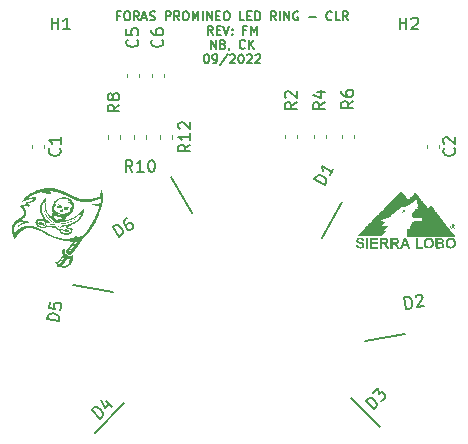
<source format=gto>
G04 #@! TF.GenerationSoftware,KiCad,Pcbnew,(6.0.2)*
G04 #@! TF.CreationDate,2022-09-07T09:27:56-04:00*
G04 #@! TF.ProjectId,Foras Promineo CLR PCB,466f7261-7320-4507-926f-6d696e656f20,rev?*
G04 #@! TF.SameCoordinates,PX4c4b400PY6a92b70*
G04 #@! TF.FileFunction,Legend,Top*
G04 #@! TF.FilePolarity,Positive*
%FSLAX46Y46*%
G04 Gerber Fmt 4.6, Leading zero omitted, Abs format (unit mm)*
G04 Created by KiCad (PCBNEW (6.0.2)) date 2022-09-07 09:27:56*
%MOMM*%
%LPD*%
G01*
G04 APERTURE LIST*
%ADD10C,0.150000*%
%ADD11C,0.120000*%
G04 APERTURE END LIST*
D10*
X-9700007Y50414821D02*
X-9950007Y50414821D01*
X-9950007Y50021964D02*
X-9950007Y50771964D01*
X-9592865Y50771964D01*
X-9164293Y50771964D02*
X-9021436Y50771964D01*
X-8950007Y50736249D01*
X-8878579Y50664821D01*
X-8842865Y50521964D01*
X-8842865Y50271964D01*
X-8878579Y50129107D01*
X-8950007Y50057678D01*
X-9021436Y50021964D01*
X-9164293Y50021964D01*
X-9235722Y50057678D01*
X-9307150Y50129107D01*
X-9342865Y50271964D01*
X-9342865Y50521964D01*
X-9307150Y50664821D01*
X-9235722Y50736249D01*
X-9164293Y50771964D01*
X-8092865Y50021964D02*
X-8342865Y50379107D01*
X-8521436Y50021964D02*
X-8521436Y50771964D01*
X-8235722Y50771964D01*
X-8164293Y50736249D01*
X-8128579Y50700535D01*
X-8092865Y50629107D01*
X-8092865Y50521964D01*
X-8128579Y50450535D01*
X-8164293Y50414821D01*
X-8235722Y50379107D01*
X-8521436Y50379107D01*
X-7807150Y50236249D02*
X-7450007Y50236249D01*
X-7878579Y50021964D02*
X-7628579Y50771964D01*
X-7378579Y50021964D01*
X-7164293Y50057678D02*
X-7057150Y50021964D01*
X-6878579Y50021964D01*
X-6807150Y50057678D01*
X-6771436Y50093392D01*
X-6735722Y50164821D01*
X-6735722Y50236249D01*
X-6771436Y50307678D01*
X-6807150Y50343392D01*
X-6878579Y50379107D01*
X-7021436Y50414821D01*
X-7092865Y50450535D01*
X-7128579Y50486249D01*
X-7164293Y50557678D01*
X-7164293Y50629107D01*
X-7128579Y50700535D01*
X-7092865Y50736249D01*
X-7021436Y50771964D01*
X-6842865Y50771964D01*
X-6735722Y50736249D01*
X-5842865Y50021964D02*
X-5842865Y50771964D01*
X-5557150Y50771964D01*
X-5485722Y50736249D01*
X-5450007Y50700535D01*
X-5414293Y50629107D01*
X-5414293Y50521964D01*
X-5450007Y50450535D01*
X-5485722Y50414821D01*
X-5557150Y50379107D01*
X-5842865Y50379107D01*
X-4664293Y50021964D02*
X-4914293Y50379107D01*
X-5092865Y50021964D02*
X-5092865Y50771964D01*
X-4807150Y50771964D01*
X-4735722Y50736249D01*
X-4700007Y50700535D01*
X-4664293Y50629107D01*
X-4664293Y50521964D01*
X-4700007Y50450535D01*
X-4735722Y50414821D01*
X-4807150Y50379107D01*
X-5092865Y50379107D01*
X-4200007Y50771964D02*
X-4057150Y50771964D01*
X-3985722Y50736249D01*
X-3914293Y50664821D01*
X-3878579Y50521964D01*
X-3878579Y50271964D01*
X-3914293Y50129107D01*
X-3985722Y50057678D01*
X-4057150Y50021964D01*
X-4200007Y50021964D01*
X-4271436Y50057678D01*
X-4342865Y50129107D01*
X-4378579Y50271964D01*
X-4378579Y50521964D01*
X-4342865Y50664821D01*
X-4271436Y50736249D01*
X-4200007Y50771964D01*
X-3557150Y50021964D02*
X-3557150Y50771964D01*
X-3307150Y50236249D01*
X-3057150Y50771964D01*
X-3057150Y50021964D01*
X-2700007Y50021964D02*
X-2700007Y50771964D01*
X-2342865Y50021964D02*
X-2342865Y50771964D01*
X-1914293Y50021964D01*
X-1914293Y50771964D01*
X-1557150Y50414821D02*
X-1307150Y50414821D01*
X-1200007Y50021964D02*
X-1557150Y50021964D01*
X-1557150Y50771964D01*
X-1200007Y50771964D01*
X-735722Y50771964D02*
X-592865Y50771964D01*
X-521436Y50736249D01*
X-450007Y50664821D01*
X-414293Y50521964D01*
X-414293Y50271964D01*
X-450007Y50129107D01*
X-521436Y50057678D01*
X-592865Y50021964D01*
X-735722Y50021964D01*
X-807150Y50057678D01*
X-878579Y50129107D01*
X-914293Y50271964D01*
X-914293Y50521964D01*
X-878579Y50664821D01*
X-807150Y50736249D01*
X-735722Y50771964D01*
X835707Y50021964D02*
X478564Y50021964D01*
X478564Y50771964D01*
X1085707Y50414821D02*
X1335707Y50414821D01*
X1442850Y50021964D02*
X1085707Y50021964D01*
X1085707Y50771964D01*
X1442850Y50771964D01*
X1764278Y50021964D02*
X1764278Y50771964D01*
X1942850Y50771964D01*
X2049993Y50736249D01*
X2121421Y50664821D01*
X2157135Y50593392D01*
X2192850Y50450535D01*
X2192850Y50343392D01*
X2157135Y50200535D01*
X2121421Y50129107D01*
X2049993Y50057678D01*
X1942850Y50021964D01*
X1764278Y50021964D01*
X3514278Y50021964D02*
X3264278Y50379107D01*
X3085707Y50021964D02*
X3085707Y50771964D01*
X3371421Y50771964D01*
X3442850Y50736249D01*
X3478564Y50700535D01*
X3514278Y50629107D01*
X3514278Y50521964D01*
X3478564Y50450535D01*
X3442850Y50414821D01*
X3371421Y50379107D01*
X3085707Y50379107D01*
X3835707Y50021964D02*
X3835707Y50771964D01*
X4192850Y50021964D02*
X4192850Y50771964D01*
X4621421Y50021964D01*
X4621421Y50771964D01*
X5371421Y50736249D02*
X5299993Y50771964D01*
X5192850Y50771964D01*
X5085707Y50736249D01*
X5014278Y50664821D01*
X4978564Y50593392D01*
X4942850Y50450535D01*
X4942850Y50343392D01*
X4978564Y50200535D01*
X5014278Y50129107D01*
X5085707Y50057678D01*
X5192850Y50021964D01*
X5264278Y50021964D01*
X5371421Y50057678D01*
X5407135Y50093392D01*
X5407135Y50343392D01*
X5264278Y50343392D01*
X6299993Y50307678D02*
X6871421Y50307678D01*
X8228564Y50093392D02*
X8192850Y50057678D01*
X8085707Y50021964D01*
X8014278Y50021964D01*
X7907135Y50057678D01*
X7835707Y50129107D01*
X7799993Y50200535D01*
X7764278Y50343392D01*
X7764278Y50450535D01*
X7799993Y50593392D01*
X7835707Y50664821D01*
X7907135Y50736249D01*
X8014278Y50771964D01*
X8085707Y50771964D01*
X8192850Y50736249D01*
X8228564Y50700535D01*
X8907135Y50021964D02*
X8549993Y50021964D01*
X8549993Y50771964D01*
X9585707Y50021964D02*
X9335707Y50379107D01*
X9157135Y50021964D02*
X9157135Y50771964D01*
X9442850Y50771964D01*
X9514278Y50736249D01*
X9549993Y50700535D01*
X9585707Y50629107D01*
X9585707Y50521964D01*
X9549993Y50450535D01*
X9514278Y50414821D01*
X9442850Y50379107D01*
X9157135Y50379107D01*
X-1842865Y48814464D02*
X-2092865Y49171607D01*
X-2271436Y48814464D02*
X-2271436Y49564464D01*
X-1985722Y49564464D01*
X-1914293Y49528749D01*
X-1878579Y49493035D01*
X-1842865Y49421607D01*
X-1842865Y49314464D01*
X-1878579Y49243035D01*
X-1914293Y49207321D01*
X-1985722Y49171607D01*
X-2271436Y49171607D01*
X-1521436Y49207321D02*
X-1271436Y49207321D01*
X-1164293Y48814464D02*
X-1521436Y48814464D01*
X-1521436Y49564464D01*
X-1164293Y49564464D01*
X-950007Y49564464D02*
X-700007Y48814464D01*
X-450007Y49564464D01*
X-200007Y48885892D02*
X-164293Y48850178D01*
X-200007Y48814464D01*
X-235722Y48850178D01*
X-200007Y48885892D01*
X-200007Y48814464D01*
X-200007Y49278749D02*
X-164293Y49243035D01*
X-200007Y49207321D01*
X-235722Y49243035D01*
X-200007Y49278749D01*
X-200007Y49207321D01*
X978564Y49207321D02*
X728564Y49207321D01*
X728564Y48814464D02*
X728564Y49564464D01*
X1085707Y49564464D01*
X1371421Y48814464D02*
X1371421Y49564464D01*
X1621421Y49028749D01*
X1871421Y49564464D01*
X1871421Y48814464D01*
X-2003579Y47606964D02*
X-2003579Y48356964D01*
X-1575007Y47606964D01*
X-1575007Y48356964D01*
X-967865Y47999821D02*
X-860722Y47964107D01*
X-825007Y47928392D01*
X-789293Y47856964D01*
X-789293Y47749821D01*
X-825007Y47678392D01*
X-860722Y47642678D01*
X-932150Y47606964D01*
X-1217865Y47606964D01*
X-1217865Y48356964D01*
X-967865Y48356964D01*
X-896436Y48321249D01*
X-860722Y48285535D01*
X-825007Y48214107D01*
X-825007Y48142678D01*
X-860722Y48071249D01*
X-896436Y48035535D01*
X-967865Y47999821D01*
X-1217865Y47999821D01*
X-432150Y47642678D02*
X-432150Y47606964D01*
X-467865Y47535535D01*
X-503579Y47499821D01*
X889278Y47678392D02*
X853564Y47642678D01*
X746421Y47606964D01*
X674993Y47606964D01*
X567850Y47642678D01*
X496421Y47714107D01*
X460707Y47785535D01*
X424993Y47928392D01*
X424993Y48035535D01*
X460707Y48178392D01*
X496421Y48249821D01*
X567850Y48321249D01*
X674993Y48356964D01*
X746421Y48356964D01*
X853564Y48321249D01*
X889278Y48285535D01*
X1210707Y47606964D02*
X1210707Y48356964D01*
X1639278Y47606964D02*
X1317850Y48035535D01*
X1639278Y48356964D02*
X1210707Y47928392D01*
X-2414293Y47149464D02*
X-2342865Y47149464D01*
X-2271436Y47113749D01*
X-2235722Y47078035D01*
X-2200007Y47006607D01*
X-2164293Y46863749D01*
X-2164293Y46685178D01*
X-2200007Y46542321D01*
X-2235722Y46470892D01*
X-2271436Y46435178D01*
X-2342865Y46399464D01*
X-2414293Y46399464D01*
X-2485722Y46435178D01*
X-2521436Y46470892D01*
X-2557150Y46542321D01*
X-2592865Y46685178D01*
X-2592865Y46863749D01*
X-2557150Y47006607D01*
X-2521436Y47078035D01*
X-2485722Y47113749D01*
X-2414293Y47149464D01*
X-1807150Y46399464D02*
X-1664293Y46399464D01*
X-1592865Y46435178D01*
X-1557150Y46470892D01*
X-1485722Y46578035D01*
X-1450007Y46720892D01*
X-1450007Y47006607D01*
X-1485722Y47078035D01*
X-1521436Y47113749D01*
X-1592865Y47149464D01*
X-1735722Y47149464D01*
X-1807150Y47113749D01*
X-1842865Y47078035D01*
X-1878579Y47006607D01*
X-1878579Y46828035D01*
X-1842865Y46756607D01*
X-1807150Y46720892D01*
X-1735722Y46685178D01*
X-1592865Y46685178D01*
X-1521436Y46720892D01*
X-1485722Y46756607D01*
X-1450007Y46828035D01*
X-592865Y47185178D02*
X-1235722Y46220892D01*
X-378579Y47078035D02*
X-342865Y47113749D01*
X-271436Y47149464D01*
X-92865Y47149464D01*
X-21436Y47113749D01*
X14278Y47078035D01*
X49993Y47006607D01*
X49993Y46935178D01*
X14278Y46828035D01*
X-414293Y46399464D01*
X49993Y46399464D01*
X514278Y47149464D02*
X585707Y47149464D01*
X657135Y47113749D01*
X692850Y47078035D01*
X728564Y47006607D01*
X764278Y46863749D01*
X764278Y46685178D01*
X728564Y46542321D01*
X692850Y46470892D01*
X657135Y46435178D01*
X585707Y46399464D01*
X514278Y46399464D01*
X442850Y46435178D01*
X407135Y46470892D01*
X371421Y46542321D01*
X335707Y46685178D01*
X335707Y46863749D01*
X371421Y47006607D01*
X407135Y47078035D01*
X442850Y47113749D01*
X514278Y47149464D01*
X1049993Y47078035D02*
X1085707Y47113749D01*
X1157135Y47149464D01*
X1335707Y47149464D01*
X1407135Y47113749D01*
X1442850Y47078035D01*
X1478564Y47006607D01*
X1478564Y46935178D01*
X1442850Y46828035D01*
X1014278Y46399464D01*
X1478564Y46399464D01*
X1764278Y47078035D02*
X1799993Y47113749D01*
X1871421Y47149464D01*
X2049993Y47149464D01*
X2121421Y47113749D01*
X2157135Y47078035D01*
X2192850Y47006607D01*
X2192850Y46935178D01*
X2157135Y46828035D01*
X1728564Y46399464D01*
X2192850Y46399464D01*
G04 #@! TO.C,D2*
X14551673Y25576323D02*
X14378025Y26561131D01*
X14612503Y26602476D01*
X14761458Y26580387D01*
X14871787Y26503134D01*
X14935221Y26417612D01*
X15015192Y26238298D01*
X15039999Y26097611D01*
X15026180Y25901760D01*
X14995822Y25799700D01*
X14918569Y25689371D01*
X14786151Y25617668D01*
X14551673Y25576323D01*
X15332475Y26632719D02*
X15371101Y26687884D01*
X15456624Y26751317D01*
X15691102Y26792662D01*
X15793162Y26762304D01*
X15848326Y26723678D01*
X15911760Y26638155D01*
X15928298Y26544364D01*
X15906209Y26395408D01*
X15442689Y25733434D01*
X16052332Y25840930D01*
G04 #@! TO.C,D3*
X11797969Y17108206D02*
X11090862Y17815312D01*
X11259221Y17983671D01*
X11393908Y18051015D01*
X11528595Y18051015D01*
X11629610Y18017343D01*
X11797969Y17916328D01*
X11898984Y17815312D01*
X12000000Y17646954D01*
X12033671Y17545938D01*
X12033671Y17411251D01*
X11966328Y17276564D01*
X11797969Y17108206D01*
X11730625Y18455076D02*
X12168358Y18892809D01*
X12202030Y18387732D01*
X12303045Y18488748D01*
X12404061Y18522419D01*
X12471404Y18522419D01*
X12572419Y18488748D01*
X12740778Y18320389D01*
X12774450Y18219374D01*
X12774450Y18152030D01*
X12740778Y18051015D01*
X12538748Y17848984D01*
X12437732Y17815312D01*
X12370389Y17815312D01*
G04 #@! TO.C,D1*
X7635666Y36085038D02*
X6762259Y36572029D01*
X6878210Y36779983D01*
X6989371Y36881565D01*
X7118932Y36918366D01*
X7225304Y36913577D01*
X7414857Y36862408D01*
X7539630Y36792838D01*
X7682803Y36658487D01*
X7742794Y36570516D01*
X7779596Y36440954D01*
X7751617Y36292992D01*
X7635666Y36085038D01*
X8377748Y37415943D02*
X8099467Y36916854D01*
X8238608Y37166399D02*
X7365201Y37653390D01*
X7443593Y37500638D01*
X7480395Y37371076D01*
X7475605Y37264704D01*
G04 #@! TO.C,D5*
X-14882661Y24544563D02*
X-15867469Y24718212D01*
X-15826124Y24952690D01*
X-15754422Y25085108D01*
X-15644092Y25162361D01*
X-15542032Y25192719D01*
X-15346181Y25206538D01*
X-15205494Y25181731D01*
X-15026181Y25101760D01*
X-14940658Y25038326D01*
X-14863405Y24927997D01*
X-14841316Y24779041D01*
X-14882661Y24544563D01*
X-15611131Y26171975D02*
X-15693821Y25703019D01*
X-15233134Y25573434D01*
X-15271760Y25628599D01*
X-15302118Y25730659D01*
X-15260773Y25965137D01*
X-15197340Y26050659D01*
X-15142175Y26089286D01*
X-15040115Y26119644D01*
X-14805637Y26078299D01*
X-14720115Y26014865D01*
X-14681488Y25959701D01*
X-14651130Y25857640D01*
X-14692475Y25623162D01*
X-14755909Y25537640D01*
X-14811073Y25499014D01*
G04 #@! TO.C,D6*
X-9813019Y31689179D02*
X-10313019Y32555205D01*
X-10106823Y32674253D01*
X-9959295Y32704442D01*
X-9829198Y32669582D01*
X-9740339Y32610913D01*
X-9603862Y32469765D01*
X-9532433Y32346048D01*
X-9478435Y32157281D01*
X-9472055Y32050993D01*
X-9506914Y31920895D01*
X-9606823Y31808227D01*
X-9813019Y31689179D01*
X-9075840Y33269491D02*
X-9240797Y33174253D01*
X-9299466Y33085394D01*
X-9316896Y33020345D01*
X-9327946Y32849008D01*
X-9273947Y32660242D01*
X-9083471Y32330327D01*
X-8994613Y32271658D01*
X-8929564Y32254228D01*
X-8823276Y32260608D01*
X-8658319Y32355846D01*
X-8599650Y32444705D01*
X-8582220Y32509753D01*
X-8588600Y32616041D01*
X-8707647Y32822238D01*
X-8796506Y32880907D01*
X-8861554Y32898337D01*
X-8967843Y32891957D01*
X-9132800Y32796719D01*
X-9191469Y32707861D01*
X-9208899Y32642812D01*
X-9202519Y32536524D01*
G04 #@! TO.C,D4*
X-11402031Y16308207D02*
X-12109138Y17015313D01*
X-11940779Y17183672D01*
X-11806092Y17251016D01*
X-11671405Y17251016D01*
X-11570390Y17217344D01*
X-11402031Y17116329D01*
X-11301016Y17015313D01*
X-11200000Y16846955D01*
X-11166329Y16745939D01*
X-11166329Y16611252D01*
X-11233672Y16476565D01*
X-11402031Y16308207D01*
X-10863283Y17789764D02*
X-10391878Y17318359D01*
X-11301016Y17890779D02*
X-10964298Y17217344D01*
X-10526565Y17655077D01*
G04 #@! TO.C,C1*
X-14812858Y39183334D02*
X-14765239Y39135715D01*
X-14717620Y38992858D01*
X-14717620Y38897620D01*
X-14765239Y38754762D01*
X-14860477Y38659524D01*
X-14955715Y38611905D01*
X-15146191Y38564286D01*
X-15289048Y38564286D01*
X-15479524Y38611905D01*
X-15574762Y38659524D01*
X-15670000Y38754762D01*
X-15717620Y38897620D01*
X-15717620Y38992858D01*
X-15670000Y39135715D01*
X-15622381Y39183334D01*
X-14717620Y40135715D02*
X-14717620Y39564286D01*
X-14717620Y39850000D02*
X-15717620Y39850000D01*
X-15574762Y39754762D01*
X-15479524Y39659524D01*
X-15431905Y39564286D01*
G04 #@! TO.C,C2*
X18587142Y39183334D02*
X18634761Y39135715D01*
X18682380Y38992858D01*
X18682380Y38897620D01*
X18634761Y38754762D01*
X18539523Y38659524D01*
X18444285Y38611905D01*
X18253809Y38564286D01*
X18110952Y38564286D01*
X17920476Y38611905D01*
X17825238Y38659524D01*
X17730000Y38754762D01*
X17682380Y38897620D01*
X17682380Y38992858D01*
X17730000Y39135715D01*
X17777619Y39183334D01*
X17777619Y39564286D02*
X17730000Y39611905D01*
X17682380Y39707143D01*
X17682380Y39945239D01*
X17730000Y40040477D01*
X17777619Y40088096D01*
X17872857Y40135715D01*
X17968095Y40135715D01*
X18110952Y40088096D01*
X18682380Y39516667D01*
X18682380Y40135715D01*
G04 #@! TO.C,H1*
X-15491905Y49247620D02*
X-15491905Y50247620D01*
X-15491905Y49771429D02*
X-14920477Y49771429D01*
X-14920477Y49247620D02*
X-14920477Y50247620D01*
X-13920477Y49247620D02*
X-14491905Y49247620D01*
X-14206191Y49247620D02*
X-14206191Y50247620D01*
X-14301429Y50104762D01*
X-14396667Y50009524D01*
X-14491905Y49961905D01*
G04 #@! TO.C,H2*
X13968095Y49247620D02*
X13968095Y50247620D01*
X13968095Y49771429D02*
X14539523Y49771429D01*
X14539523Y49247620D02*
X14539523Y50247620D01*
X14968095Y50152381D02*
X15015714Y50200000D01*
X15110952Y50247620D01*
X15349047Y50247620D01*
X15444285Y50200000D01*
X15491904Y50152381D01*
X15539523Y50057143D01*
X15539523Y49961905D01*
X15491904Y49819048D01*
X14920476Y49247620D01*
X15539523Y49247620D01*
G04 #@! TO.C,R2*
X5252380Y43083334D02*
X4776190Y42750000D01*
X5252380Y42511905D02*
X4252380Y42511905D01*
X4252380Y42892858D01*
X4300000Y42988096D01*
X4347619Y43035715D01*
X4442857Y43083334D01*
X4585714Y43083334D01*
X4680952Y43035715D01*
X4728571Y42988096D01*
X4776190Y42892858D01*
X4776190Y42511905D01*
X4347619Y43464286D02*
X4300000Y43511905D01*
X4252380Y43607143D01*
X4252380Y43845239D01*
X4300000Y43940477D01*
X4347619Y43988096D01*
X4442857Y44035715D01*
X4538095Y44035715D01*
X4680952Y43988096D01*
X5252380Y43416667D01*
X5252380Y44035715D01*
G04 #@! TO.C,R4*
X7652380Y43083334D02*
X7176190Y42750000D01*
X7652380Y42511905D02*
X6652380Y42511905D01*
X6652380Y42892858D01*
X6700000Y42988096D01*
X6747619Y43035715D01*
X6842857Y43083334D01*
X6985714Y43083334D01*
X7080952Y43035715D01*
X7128571Y42988096D01*
X7176190Y42892858D01*
X7176190Y42511905D01*
X6985714Y43940477D02*
X7652380Y43940477D01*
X6604761Y43702381D02*
X7319047Y43464286D01*
X7319047Y44083334D01*
G04 #@! TO.C,R6*
X10052380Y43183334D02*
X9576190Y42850000D01*
X10052380Y42611905D02*
X9052380Y42611905D01*
X9052380Y42992858D01*
X9100000Y43088096D01*
X9147619Y43135715D01*
X9242857Y43183334D01*
X9385714Y43183334D01*
X9480952Y43135715D01*
X9528571Y43088096D01*
X9576190Y42992858D01*
X9576190Y42611905D01*
X9052380Y44040477D02*
X9052380Y43850000D01*
X9100000Y43754762D01*
X9147619Y43707143D01*
X9290476Y43611905D01*
X9480952Y43564286D01*
X9861904Y43564286D01*
X9957142Y43611905D01*
X10004761Y43659524D01*
X10052380Y43754762D01*
X10052380Y43945239D01*
X10004761Y44040477D01*
X9957142Y44088096D01*
X9861904Y44135715D01*
X9623809Y44135715D01*
X9528571Y44088096D01*
X9480952Y44040477D01*
X9433333Y43945239D01*
X9433333Y43754762D01*
X9480952Y43659524D01*
X9528571Y43611905D01*
X9623809Y43564286D01*
G04 #@! TO.C,R8*
X-9747620Y42883334D02*
X-10223810Y42550000D01*
X-9747620Y42311905D02*
X-10747620Y42311905D01*
X-10747620Y42692858D01*
X-10700000Y42788096D01*
X-10652381Y42835715D01*
X-10557143Y42883334D01*
X-10414286Y42883334D01*
X-10319048Y42835715D01*
X-10271429Y42788096D01*
X-10223810Y42692858D01*
X-10223810Y42311905D01*
X-10319048Y43454762D02*
X-10366667Y43359524D01*
X-10414286Y43311905D01*
X-10509524Y43264286D01*
X-10557143Y43264286D01*
X-10652381Y43311905D01*
X-10700000Y43359524D01*
X-10747620Y43454762D01*
X-10747620Y43645239D01*
X-10700000Y43740477D01*
X-10652381Y43788096D01*
X-10557143Y43835715D01*
X-10509524Y43835715D01*
X-10414286Y43788096D01*
X-10366667Y43740477D01*
X-10319048Y43645239D01*
X-10319048Y43454762D01*
X-10271429Y43359524D01*
X-10223810Y43311905D01*
X-10128572Y43264286D01*
X-9938096Y43264286D01*
X-9842858Y43311905D01*
X-9795239Y43359524D01*
X-9747620Y43454762D01*
X-9747620Y43645239D01*
X-9795239Y43740477D01*
X-9842858Y43788096D01*
X-9938096Y43835715D01*
X-10128572Y43835715D01*
X-10223810Y43788096D01*
X-10271429Y43740477D01*
X-10319048Y43645239D01*
G04 #@! TO.C,R10*
X-8642858Y37197620D02*
X-8976191Y37673810D01*
X-9214286Y37197620D02*
X-9214286Y38197620D01*
X-8833334Y38197620D01*
X-8738096Y38150000D01*
X-8690477Y38102381D01*
X-8642858Y38007143D01*
X-8642858Y37864286D01*
X-8690477Y37769048D01*
X-8738096Y37721429D01*
X-8833334Y37673810D01*
X-9214286Y37673810D01*
X-7690477Y37197620D02*
X-8261905Y37197620D01*
X-7976191Y37197620D02*
X-7976191Y38197620D01*
X-8071429Y38054762D01*
X-8166667Y37959524D01*
X-8261905Y37911905D01*
X-7071429Y38197620D02*
X-6976191Y38197620D01*
X-6880953Y38150000D01*
X-6833334Y38102381D01*
X-6785715Y38007143D01*
X-6738096Y37816667D01*
X-6738096Y37578572D01*
X-6785715Y37388096D01*
X-6833334Y37292858D01*
X-6880953Y37245239D01*
X-6976191Y37197620D01*
X-7071429Y37197620D01*
X-7166667Y37245239D01*
X-7214286Y37292858D01*
X-7261905Y37388096D01*
X-7309524Y37578572D01*
X-7309524Y37816667D01*
X-7261905Y38007143D01*
X-7214286Y38102381D01*
X-7166667Y38150000D01*
X-7071429Y38197620D01*
G04 #@! TO.C,R12*
X-3747620Y39507143D02*
X-4223810Y39173810D01*
X-3747620Y38935715D02*
X-4747620Y38935715D01*
X-4747620Y39316667D01*
X-4700000Y39411905D01*
X-4652381Y39459524D01*
X-4557143Y39507143D01*
X-4414286Y39507143D01*
X-4319048Y39459524D01*
X-4271429Y39411905D01*
X-4223810Y39316667D01*
X-4223810Y38935715D01*
X-3747620Y40459524D02*
X-3747620Y39888096D01*
X-3747620Y40173810D02*
X-4747620Y40173810D01*
X-4604762Y40078572D01*
X-4509524Y39983334D01*
X-4461905Y39888096D01*
X-4652381Y40840477D02*
X-4700000Y40888096D01*
X-4747620Y40983334D01*
X-4747620Y41221429D01*
X-4700000Y41316667D01*
X-4652381Y41364286D01*
X-4557143Y41411905D01*
X-4461905Y41411905D01*
X-4319048Y41364286D01*
X-3747620Y40792858D01*
X-3747620Y41411905D01*
G04 #@! TO.C,C5*
X-8242858Y48383334D02*
X-8195239Y48335715D01*
X-8147620Y48192858D01*
X-8147620Y48097620D01*
X-8195239Y47954762D01*
X-8290477Y47859524D01*
X-8385715Y47811905D01*
X-8576191Y47764286D01*
X-8719048Y47764286D01*
X-8909524Y47811905D01*
X-9004762Y47859524D01*
X-9100000Y47954762D01*
X-9147620Y48097620D01*
X-9147620Y48192858D01*
X-9100000Y48335715D01*
X-9052381Y48383334D01*
X-9147620Y49288096D02*
X-9147620Y48811905D01*
X-8671429Y48764286D01*
X-8719048Y48811905D01*
X-8766667Y48907143D01*
X-8766667Y49145239D01*
X-8719048Y49240477D01*
X-8671429Y49288096D01*
X-8576191Y49335715D01*
X-8338096Y49335715D01*
X-8242858Y49288096D01*
X-8195239Y49240477D01*
X-8147620Y49145239D01*
X-8147620Y48907143D01*
X-8195239Y48811905D01*
X-8242858Y48764286D01*
G04 #@! TO.C,C6*
X-6142858Y48383334D02*
X-6095239Y48335715D01*
X-6047620Y48192858D01*
X-6047620Y48097620D01*
X-6095239Y47954762D01*
X-6190477Y47859524D01*
X-6285715Y47811905D01*
X-6476191Y47764286D01*
X-6619048Y47764286D01*
X-6809524Y47811905D01*
X-6904762Y47859524D01*
X-7000000Y47954762D01*
X-7047620Y48097620D01*
X-7047620Y48192858D01*
X-7000000Y48335715D01*
X-6952381Y48383334D01*
X-7047620Y49240477D02*
X-7047620Y49050000D01*
X-7000000Y48954762D01*
X-6952381Y48907143D01*
X-6809524Y48811905D01*
X-6619048Y48764286D01*
X-6238096Y48764286D01*
X-6142858Y48811905D01*
X-6095239Y48859524D01*
X-6047620Y48954762D01*
X-6047620Y49145239D01*
X-6095239Y49240477D01*
X-6142858Y49288096D01*
X-6238096Y49335715D01*
X-6476191Y49335715D01*
X-6571429Y49288096D01*
X-6619048Y49240477D01*
X-6666667Y49145239D01*
X-6666667Y48954762D01*
X-6619048Y48859524D01*
X-6571429Y48811905D01*
X-6476191Y48764286D01*
G04 #@! TO.C,D2*
X14467534Y23442865D02*
X11020707Y22835096D01*
G04 #@! TO.C,D3*
X9819330Y18071204D02*
X12294204Y15596330D01*
G04 #@! TO.C,D1*
X9122752Y34658985D02*
X7418283Y31602060D01*
G04 #@! TO.C,D5*
X-13710293Y27595904D02*
X-10263466Y26988135D01*
G04 #@! TO.C,D6*
X-5359936Y36779544D02*
X-3609936Y33748456D01*
G04 #@! TO.C,D4*
X-11844204Y15121330D02*
X-9369330Y17596204D01*
D11*
G04 #@! TO.C,C1*
X-17110000Y39496267D02*
X-17110000Y39203733D01*
X-16090000Y39496267D02*
X-16090000Y39203733D01*
G04 #@! TO.C,C2*
X17310000Y39496267D02*
X17310000Y39203733D01*
X16290000Y39496267D02*
X16290000Y39203733D01*
G04 #@! TO.C,R2*
X4290000Y40053733D02*
X4290000Y40346267D01*
X5310000Y40053733D02*
X5310000Y40346267D01*
G04 #@! TO.C,R4*
X6690000Y40053733D02*
X6690000Y40346267D01*
X7710000Y40053733D02*
X7710000Y40346267D01*
G04 #@! TO.C,R6*
X9090000Y40053733D02*
X9090000Y40346267D01*
X10110000Y40053733D02*
X10110000Y40346267D01*
G04 #@! TO.C,R8*
X-10710000Y40003733D02*
X-10710000Y40296267D01*
X-9690000Y40003733D02*
X-9690000Y40296267D01*
G04 #@! TO.C,R10*
X-7490000Y40003733D02*
X-7490000Y40296267D01*
X-8510000Y40003733D02*
X-8510000Y40296267D01*
G04 #@! TO.C,R12*
X-6310000Y40003733D02*
X-6310000Y40296267D01*
X-5290000Y40003733D02*
X-5290000Y40296267D01*
G04 #@! TO.C,C5*
X-8090000Y45203733D02*
X-8090000Y45496267D01*
X-9110000Y45203733D02*
X-9110000Y45496267D01*
G04 #@! TO.C,G\u002A\u002A\u002A*
G36*
X18461577Y32659447D02*
G01*
X18487641Y32658901D01*
X18506866Y32658239D01*
X18520576Y32657301D01*
X18530096Y32655930D01*
X18536751Y32653968D01*
X18541864Y32651256D01*
X18544243Y32649580D01*
X18556469Y32636089D01*
X18565104Y32618106D01*
X18568841Y32598976D01*
X18568180Y32588293D01*
X18563450Y32576218D01*
X18554698Y32563430D01*
X18543880Y32552046D01*
X18532953Y32544179D01*
X18525206Y32541837D01*
X18517313Y32540036D01*
X18515084Y32536086D01*
X18519511Y32532163D01*
X18520617Y32531772D01*
X18527470Y32526426D01*
X18537671Y32513700D01*
X18551184Y32493645D01*
X18567975Y32466309D01*
X18569462Y32463804D01*
X18576074Y32451594D01*
X18577490Y32444373D01*
X18572879Y32440994D01*
X18561412Y32440307D01*
X18552702Y32440622D01*
X18527196Y32441837D01*
X18509927Y32474070D01*
X18501277Y32489622D01*
X18493169Y32503179D01*
X18486953Y32512514D01*
X18485424Y32514429D01*
X18474276Y32523160D01*
X18459553Y32530204D01*
X18445513Y32533600D01*
X18443622Y32533674D01*
X18440059Y32533203D01*
X18437695Y32530868D01*
X18436284Y32525288D01*
X18435583Y32515078D01*
X18435347Y32498856D01*
X18435327Y32486735D01*
X18435327Y32439796D01*
X18390421Y32439796D01*
X18390421Y32565489D01*
X18435327Y32565489D01*
X18470387Y32566929D01*
X18487902Y32567890D01*
X18499258Y32569374D01*
X18506460Y32571898D01*
X18511514Y32575981D01*
X18513251Y32578004D01*
X18519857Y32591284D01*
X18519986Y32605028D01*
X18513670Y32616596D01*
X18512774Y32617452D01*
X18505760Y32621659D01*
X18494676Y32624478D01*
X18477795Y32626283D01*
X18469910Y32626760D01*
X18435327Y32628575D01*
X18435327Y32565489D01*
X18390421Y32565489D01*
X18390421Y32660731D01*
X18461577Y32659447D01*
G37*
G36*
X11319897Y30701021D02*
G01*
X11140277Y30701021D01*
X11140277Y31590817D01*
X11319897Y31590817D01*
X11319897Y30701021D01*
G37*
G36*
X10690051Y31620407D02*
G01*
X10734906Y31614729D01*
X10775167Y31605806D01*
X10785696Y31602608D01*
X10830861Y31584054D01*
X10870174Y31559867D01*
X10903450Y31530270D01*
X10930505Y31495487D01*
X10951154Y31455742D01*
X10965213Y31411259D01*
X10970965Y31377986D01*
X10973735Y31354952D01*
X10921270Y31352405D01*
X10896784Y31351172D01*
X10870892Y31349796D01*
X10846984Y31348459D01*
X10831214Y31347520D01*
X10793623Y31345182D01*
X10791128Y31356775D01*
X10780984Y31391031D01*
X10766431Y31418941D01*
X10747066Y31440798D01*
X10722487Y31456896D01*
X10692289Y31467528D01*
X10656070Y31472987D01*
X10629991Y31473902D01*
X10591549Y31471723D01*
X10557848Y31465472D01*
X10529423Y31455448D01*
X10506808Y31441951D01*
X10490540Y31425281D01*
X10481151Y31405738D01*
X10478946Y31389204D01*
X10480267Y31373093D01*
X10484627Y31358794D01*
X10492624Y31345945D01*
X10504856Y31334190D01*
X10521921Y31323168D01*
X10544415Y31312520D01*
X10572938Y31301888D01*
X10608086Y31290913D01*
X10650457Y31279235D01*
X10670723Y31273990D01*
X10727176Y31258848D01*
X10776151Y31243969D01*
X10818309Y31228969D01*
X10854312Y31213468D01*
X10884820Y31197082D01*
X10910494Y31179429D01*
X10931997Y31160127D01*
X10949988Y31138793D01*
X10965129Y31115045D01*
X10973357Y31098980D01*
X10985695Y31065246D01*
X10993603Y31027055D01*
X10996933Y30986870D01*
X10995540Y30947158D01*
X10989278Y30910382D01*
X10985341Y30896939D01*
X10967067Y30853949D01*
X10942901Y30816438D01*
X10912730Y30784308D01*
X10876444Y30757465D01*
X10833931Y30735811D01*
X10785080Y30719250D01*
X10776842Y30717110D01*
X10763456Y30714435D01*
X10744649Y30711558D01*
X10722402Y30708686D01*
X10698691Y30706029D01*
X10675495Y30703796D01*
X10654795Y30702196D01*
X10638566Y30701438D01*
X10629991Y30701592D01*
X10623383Y30702183D01*
X10610837Y30703303D01*
X10594549Y30704755D01*
X10586133Y30705504D01*
X10529211Y30713726D01*
X10478019Y30727754D01*
X10432526Y30747615D01*
X10392699Y30773333D01*
X10358506Y30804933D01*
X10329916Y30842439D01*
X10306895Y30885876D01*
X10289863Y30933674D01*
X10284884Y30952237D01*
X10280534Y30970425D01*
X10277596Y30984926D01*
X10277181Y30987530D01*
X10274399Y31006692D01*
X10287883Y31008911D01*
X10297074Y31010132D01*
X10312292Y31011843D01*
X10331781Y31013876D01*
X10353788Y31016063D01*
X10376559Y31018239D01*
X10398340Y31020234D01*
X10417377Y31021882D01*
X10431915Y31023016D01*
X10440203Y31023468D01*
X10440482Y31023470D01*
X10446171Y31022170D01*
X10450130Y31017022D01*
X10453591Y31006153D01*
X10454590Y31002041D01*
X10467318Y30962984D01*
X10485716Y30929424D01*
X10509497Y30901679D01*
X10538371Y30880065D01*
X10572049Y30864899D01*
X10582377Y30861831D01*
X10608709Y30857219D01*
X10639142Y30855742D01*
X10671248Y30857192D01*
X10702603Y30861360D01*
X10730778Y30868037D01*
X10752214Y30876425D01*
X10767690Y30886788D01*
X10783964Y30901551D01*
X10798351Y30917986D01*
X10808138Y30933298D01*
X10814299Y30952329D01*
X10817019Y30974284D01*
X10815996Y30995274D01*
X10813729Y31004995D01*
X10808498Y31017651D01*
X10801227Y31028857D01*
X10791176Y31038987D01*
X10777605Y31048417D01*
X10759772Y31057520D01*
X10736938Y31066671D01*
X10708363Y31076245D01*
X10673305Y31086616D01*
X10631025Y31098159D01*
X10627950Y31098975D01*
X10578713Y31112412D01*
X10536647Y31124859D01*
X10500875Y31136713D01*
X10470521Y31148367D01*
X10444709Y31160217D01*
X10422564Y31172660D01*
X10403208Y31186089D01*
X10385766Y31200900D01*
X10372291Y31214340D01*
X10344841Y31248308D01*
X10325167Y31283986D01*
X10312924Y31322224D01*
X10307771Y31363873D01*
X10307550Y31374653D01*
X10311114Y31417491D01*
X10322078Y31457055D01*
X10340587Y31493691D01*
X10366786Y31527740D01*
X10376498Y31537829D01*
X10403494Y31561511D01*
X10432340Y31580362D01*
X10464990Y31595433D01*
X10503400Y31607774D01*
X10510090Y31609534D01*
X10550622Y31617404D01*
X10595640Y31621801D01*
X10642872Y31622783D01*
X10690051Y31620407D01*
G37*
G36*
X13437061Y31590817D02*
G01*
X13489941Y31590778D01*
X13535358Y31590653D01*
X13574011Y31590425D01*
X13606600Y31590078D01*
X13633827Y31589597D01*
X13656390Y31588965D01*
X13674990Y31588168D01*
X13690328Y31587188D01*
X13703103Y31586012D01*
X13714017Y31584621D01*
X13714389Y31584566D01*
X13752518Y31577606D01*
X13784204Y31568677D01*
X13811074Y31557047D01*
X13834753Y31541988D01*
X13856870Y31522767D01*
X13860837Y31518782D01*
X13882872Y31491682D01*
X13901978Y31459267D01*
X13916593Y31424273D01*
X13918796Y31417347D01*
X13923859Y31392914D01*
X13926405Y31363520D01*
X13926472Y31331957D01*
X13924095Y31301019D01*
X13919312Y31273500D01*
X13916798Y31264286D01*
X13900411Y31224135D01*
X13877773Y31189223D01*
X13848877Y31159543D01*
X13813713Y31135087D01*
X13772275Y31115849D01*
X13732402Y31103666D01*
X13695484Y31094611D01*
X13723192Y31076399D01*
X13753548Y31053329D01*
X13784407Y31024094D01*
X13814094Y30990398D01*
X13834587Y30963213D01*
X13842746Y30951245D01*
X13853775Y30934563D01*
X13867090Y30914095D01*
X13882106Y30890770D01*
X13898240Y30865514D01*
X13914905Y30839256D01*
X13931517Y30812924D01*
X13947493Y30787447D01*
X13962246Y30763751D01*
X13975193Y30742766D01*
X13985749Y30725418D01*
X13993329Y30712637D01*
X13997348Y30705350D01*
X13997841Y30704082D01*
X13993949Y30703258D01*
X13982968Y30702517D01*
X13965973Y30701892D01*
X13944042Y30701414D01*
X13918248Y30701113D01*
X13892592Y30701021D01*
X13787305Y30701021D01*
X13713992Y30810050D01*
X13682853Y30856234D01*
X13655759Y30896089D01*
X13632303Y30930127D01*
X13612075Y30958863D01*
X13594669Y30982808D01*
X13579675Y31002476D01*
X13566686Y31018379D01*
X13555293Y31031031D01*
X13545088Y31040944D01*
X13535664Y31048631D01*
X13526612Y31054605D01*
X13517524Y31059379D01*
X13514479Y31060764D01*
X13504318Y31064691D01*
X13493387Y31067480D01*
X13479835Y31069395D01*
X13461811Y31070698D01*
X13437627Y31071645D01*
X13381537Y31073373D01*
X13380475Y30888217D01*
X13379412Y30703062D01*
X13290622Y30701962D01*
X13201833Y30700862D01*
X13201833Y31215306D01*
X13381453Y31215306D01*
X13472284Y31215399D01*
X13502639Y31215617D01*
X13533867Y31216169D01*
X13563781Y31216994D01*
X13590196Y31218030D01*
X13610927Y31219216D01*
X13613160Y31219383D01*
X13644770Y31222756D01*
X13669669Y31227696D01*
X13689240Y31234698D01*
X13704867Y31244256D01*
X13717932Y31256866D01*
X13717937Y31256873D01*
X13731833Y31279029D01*
X13739789Y31306265D01*
X13741961Y31336444D01*
X13738025Y31365753D01*
X13727196Y31391332D01*
X13710075Y31412384D01*
X13687260Y31428111D01*
X13667354Y31435770D01*
X13659858Y31436823D01*
X13645284Y31437938D01*
X13624719Y31439067D01*
X13599251Y31440160D01*
X13569966Y31441170D01*
X13537951Y31442046D01*
X13517189Y31442502D01*
X13381453Y31445199D01*
X13381453Y31215306D01*
X13201833Y31215306D01*
X13201833Y31590817D01*
X13437061Y31590817D01*
G37*
G36*
X14373642Y33993479D02*
G01*
X14383666Y33986178D01*
X14393538Y33974934D01*
X14404132Y33958768D01*
X14414293Y33940000D01*
X14422860Y33920950D01*
X14428676Y33903939D01*
X14430601Y33892151D01*
X14426574Y33874501D01*
X14414519Y33855651D01*
X14394481Y33835645D01*
X14366501Y33814523D01*
X14330624Y33792327D01*
X14325221Y33789275D01*
X14286944Y33769068D01*
X14254351Y33754475D01*
X14227256Y33745434D01*
X14205470Y33741886D01*
X14188808Y33743771D01*
X14186685Y33744540D01*
X14181923Y33750336D01*
X14183313Y33761298D01*
X14190790Y33777300D01*
X14204288Y33798217D01*
X14223743Y33823923D01*
X14234710Y33837364D01*
X14247378Y33854217D01*
X14255220Y33869280D01*
X14259617Y33884303D01*
X14265924Y33905656D01*
X14275437Y33927878D01*
X14286885Y33948596D01*
X14298996Y33965436D01*
X14307670Y33974029D01*
X14328229Y33988516D01*
X14345310Y33996464D01*
X14360064Y33998057D01*
X14373642Y33993479D01*
G37*
G36*
X15510367Y31584694D02*
G01*
X15511409Y31218368D01*
X15512452Y30852041D01*
X15957377Y30852041D01*
X15957377Y30701021D01*
X15332787Y30701021D01*
X15332787Y31586894D01*
X15510367Y31584694D01*
G37*
G36*
X16026088Y31226726D02*
G01*
X16032052Y31275549D01*
X16040909Y31319803D01*
X16043222Y31328645D01*
X16059380Y31374547D01*
X16082120Y31420332D01*
X16110119Y31463853D01*
X16142051Y31502961D01*
X16164279Y31524989D01*
X16203434Y31555720D01*
X16246344Y31580396D01*
X16293746Y31599324D01*
X16346376Y31612812D01*
X16390905Y31619683D01*
X16452487Y31623223D01*
X16513280Y31619639D01*
X16572241Y31609137D01*
X16628326Y31591918D01*
X16680489Y31568187D01*
X16693800Y31560670D01*
X16715290Y31545887D01*
X16739104Y31526045D01*
X16763297Y31503044D01*
X16785927Y31478787D01*
X16805048Y31455174D01*
X16812346Y31444726D01*
X16835855Y31402721D01*
X16855437Y31355020D01*
X16870467Y31303392D01*
X16879697Y31254217D01*
X16882053Y31230092D01*
X16883438Y31200284D01*
X16883872Y31167211D01*
X16883379Y31133294D01*
X16881979Y31100951D01*
X16879695Y31072601D01*
X16877953Y31058812D01*
X16865365Y30999460D01*
X16846309Y30944545D01*
X16821055Y30894395D01*
X16789871Y30849338D01*
X16753025Y30809702D01*
X16710787Y30775817D01*
X16663424Y30748009D01*
X16611206Y30726609D01*
X16604420Y30724422D01*
X16556147Y30712532D01*
X16503478Y30705354D01*
X16448844Y30703122D01*
X16404388Y30705138D01*
X16344068Y30714011D01*
X16288140Y30729673D01*
X16236850Y30751882D01*
X16190443Y30780393D01*
X16149164Y30814965D01*
X16113259Y30855355D01*
X16082973Y30901319D01*
X16058551Y30952614D01*
X16040239Y31008999D01*
X16028281Y31070229D01*
X16027202Y31078572D01*
X16023498Y31125665D01*
X16023294Y31158075D01*
X16207680Y31158075D01*
X16210114Y31115112D01*
X16216973Y31067001D01*
X16227519Y31025288D01*
X16242208Y30988875D01*
X16261499Y30956663D01*
X16285847Y30927554D01*
X16289881Y30923470D01*
X16323225Y30895908D01*
X16360279Y30875430D01*
X16400392Y30862217D01*
X16442914Y30856451D01*
X16487194Y30858314D01*
X16509537Y30862109D01*
X16546520Y30873922D01*
X16581740Y30892780D01*
X16613742Y30917570D01*
X16641072Y30947178D01*
X16661005Y30978030D01*
X16669172Y30995747D01*
X16677613Y31017609D01*
X16684885Y31039778D01*
X16686911Y31046985D01*
X16690702Y31061969D01*
X16693474Y31075300D01*
X16695388Y31088741D01*
X16696606Y31104054D01*
X16697291Y31123002D01*
X16697602Y31147348D01*
X16697675Y31164286D01*
X16697630Y31193170D01*
X16697229Y31215635D01*
X16696336Y31233421D01*
X16694816Y31248268D01*
X16692534Y31261917D01*
X16689353Y31276109D01*
X16688786Y31278407D01*
X16673903Y31324517D01*
X16653752Y31364463D01*
X16628386Y31398186D01*
X16597857Y31425632D01*
X16562218Y31446743D01*
X16521521Y31461462D01*
X16518855Y31462157D01*
X16496783Y31465957D01*
X16469846Y31467853D01*
X16441117Y31467844D01*
X16413671Y31465928D01*
X16391079Y31462222D01*
X16353545Y31449344D01*
X16318192Y31429393D01*
X16286507Y31403430D01*
X16259977Y31372517D01*
X16254924Y31365071D01*
X16238044Y31332959D01*
X16224623Y31294770D01*
X16214917Y31251938D01*
X16209184Y31205895D01*
X16207680Y31158075D01*
X16023294Y31158075D01*
X16023182Y31175907D01*
X16026088Y31226726D01*
G37*
G36*
X14173003Y31123723D02*
G01*
X14183106Y31150000D01*
X14351862Y31588776D01*
X14542425Y31588776D01*
X14567591Y31525511D01*
X14574394Y31508376D01*
X14583750Y31484766D01*
X14595217Y31455798D01*
X14608353Y31422591D01*
X14622714Y31386263D01*
X14637859Y31347932D01*
X14653347Y31308718D01*
X14664441Y31280613D01*
X14681666Y31236978D01*
X14701139Y31187666D01*
X14722104Y31134588D01*
X14743806Y31079657D01*
X14765488Y31024787D01*
X14786395Y30971889D01*
X14805772Y30922876D01*
X14814013Y30902035D01*
X14829003Y30864095D01*
X14843044Y30828481D01*
X14855857Y30795908D01*
X14867162Y30767092D01*
X14876679Y30742747D01*
X14884129Y30723589D01*
X14889231Y30710331D01*
X14891706Y30703690D01*
X14891900Y30703056D01*
X14888006Y30702482D01*
X14877078Y30701970D01*
X14860244Y30701546D01*
X14838636Y30701232D01*
X14813383Y30701053D01*
X14796388Y30701021D01*
X14700876Y30701021D01*
X14686345Y30738776D01*
X14679614Y30756319D01*
X14670936Y30779014D01*
X14661258Y30804382D01*
X14651528Y30829940D01*
X14647782Y30839796D01*
X14623749Y30903062D01*
X14448000Y30904125D01*
X14272252Y30905188D01*
X14261567Y30875554D01*
X14256608Y30861798D01*
X14249583Y30842312D01*
X14241196Y30819046D01*
X14232149Y30793949D01*
X14225134Y30774490D01*
X14199387Y30703062D01*
X14106797Y30701965D01*
X14075744Y30701690D01*
X14052036Y30701721D01*
X14034858Y30702091D01*
X14023395Y30702839D01*
X14016833Y30703999D01*
X14014356Y30705608D01*
X14014279Y30706046D01*
X14015726Y30710460D01*
X14019927Y30722009D01*
X14026697Y30740209D01*
X14035854Y30764578D01*
X14047214Y30794634D01*
X14060594Y30829895D01*
X14075809Y30869877D01*
X14092677Y30914098D01*
X14111014Y30962075D01*
X14130636Y31013327D01*
X14147993Y31058590D01*
X14328544Y31058590D01*
X14332458Y31057963D01*
X14343522Y31057395D01*
X14360726Y31056906D01*
X14383055Y31056518D01*
X14409496Y31056252D01*
X14439036Y31056129D01*
X14447367Y31056123D01*
X14481624Y31056149D01*
X14508560Y31056261D01*
X14529022Y31056512D01*
X14543855Y31056953D01*
X14553902Y31057636D01*
X14560010Y31058614D01*
X14563024Y31059939D01*
X14563787Y31061662D01*
X14563384Y31063266D01*
X14561397Y31068579D01*
X14556927Y31080689D01*
X14550292Y31098726D01*
X14541812Y31121820D01*
X14531806Y31149100D01*
X14520594Y31179698D01*
X14508496Y31212742D01*
X14505317Y31221429D01*
X14493057Y31254872D01*
X14481597Y31286013D01*
X14471257Y31313994D01*
X14462355Y31337958D01*
X14455209Y31357048D01*
X14450138Y31370407D01*
X14447461Y31377180D01*
X14447194Y31377759D01*
X14445443Y31374872D01*
X14441283Y31365257D01*
X14435069Y31349869D01*
X14427154Y31329660D01*
X14417894Y31305584D01*
X14407643Y31278596D01*
X14396756Y31249649D01*
X14385587Y31219697D01*
X14374491Y31189693D01*
X14363822Y31160591D01*
X14353936Y31133345D01*
X14345185Y31108909D01*
X14337926Y31088236D01*
X14332512Y31072280D01*
X14329298Y31061995D01*
X14328544Y31058590D01*
X14147993Y31058590D01*
X14151360Y31067371D01*
X14173003Y31123723D01*
G37*
G36*
X12148602Y31443878D02*
G01*
X11666892Y31443878D01*
X11666892Y31243878D01*
X12116384Y31243878D01*
X12115144Y31171429D01*
X12113903Y31098980D01*
X11890397Y31097925D01*
X11666892Y31096869D01*
X11666892Y30852041D01*
X12164931Y30852041D01*
X12164931Y30701021D01*
X11487271Y30701021D01*
X11487271Y31590817D01*
X12148602Y31590817D01*
X12148602Y31443878D01*
G37*
G36*
X17878506Y31214930D02*
G01*
X17885373Y31270966D01*
X17897032Y31324630D01*
X17913463Y31374713D01*
X17934645Y31420008D01*
X17948254Y31442352D01*
X17982670Y31487993D01*
X18020188Y31526449D01*
X18061350Y31558041D01*
X18106694Y31583088D01*
X18156763Y31601911D01*
X18212097Y31614829D01*
X18248088Y31619884D01*
X18307713Y31623120D01*
X18366253Y31619846D01*
X18422653Y31610286D01*
X18475854Y31594665D01*
X18524800Y31573210D01*
X18557190Y31554023D01*
X18601789Y31519612D01*
X18640039Y31480306D01*
X18671976Y31436027D01*
X18697637Y31386696D01*
X18717060Y31332234D01*
X18730279Y31272562D01*
X18737333Y31207600D01*
X18738628Y31162245D01*
X18736002Y31096512D01*
X18728028Y31036556D01*
X18714515Y30981829D01*
X18695271Y30931778D01*
X18670106Y30885856D01*
X18638830Y30843510D01*
X18621334Y30824024D01*
X18581164Y30787734D01*
X18535941Y30757848D01*
X18485685Y30734376D01*
X18430418Y30717328D01*
X18370162Y30706713D01*
X18355722Y30705194D01*
X18335651Y30703369D01*
X18320580Y30702242D01*
X18308024Y30701819D01*
X18295500Y30702107D01*
X18280523Y30703113D01*
X18260608Y30704843D01*
X18253665Y30705471D01*
X18195430Y30714472D01*
X18140593Y30730448D01*
X18089644Y30753099D01*
X18043077Y30782126D01*
X18001383Y30817231D01*
X17965054Y30858115D01*
X17939081Y30896641D01*
X17916767Y30941510D01*
X17899368Y30991263D01*
X17886863Y31044690D01*
X17879231Y31100584D01*
X17876884Y31148843D01*
X18062702Y31148843D01*
X18066399Y31095369D01*
X18075526Y31047008D01*
X18090166Y31003199D01*
X18096637Y30988776D01*
X18119046Y30951077D01*
X18147117Y30918912D01*
X18180226Y30892788D01*
X18217747Y30873209D01*
X18253665Y30861854D01*
X18278669Y30858281D01*
X18308090Y30857437D01*
X18338705Y30859167D01*
X18367294Y30863314D01*
X18386511Y30868260D01*
X18403449Y30875185D01*
X18422824Y30885047D01*
X18440618Y30895789D01*
X18441622Y30896467D01*
X18473338Y30922449D01*
X18499656Y30953703D01*
X18520900Y30990727D01*
X18537396Y31034017D01*
X18541915Y31050000D01*
X18545281Y31063661D01*
X18547753Y31076197D01*
X18549457Y31089241D01*
X18550523Y31104427D01*
X18551079Y31123391D01*
X18551254Y31147765D01*
X18551219Y31168368D01*
X18551003Y31197909D01*
X18550508Y31220869D01*
X18549606Y31238830D01*
X18548173Y31253372D01*
X18546083Y31266076D01*
X18543209Y31278524D01*
X18542119Y31282653D01*
X18527494Y31325984D01*
X18508531Y31363029D01*
X18484731Y31394709D01*
X18476492Y31403385D01*
X18445065Y31429808D01*
X18410477Y31449184D01*
X18372113Y31461752D01*
X18329357Y31467749D01*
X18308776Y31468368D01*
X18264561Y31465397D01*
X18225179Y31456253D01*
X18189741Y31440582D01*
X18157359Y31418034D01*
X18139361Y31401396D01*
X18114713Y31372340D01*
X18095311Y31340031D01*
X18080775Y31303489D01*
X18070725Y31261733D01*
X18064779Y31213780D01*
X18064353Y31207993D01*
X18062702Y31148843D01*
X17876884Y31148843D01*
X17876452Y31157733D01*
X17878506Y31214930D01*
G37*
G36*
X12538461Y31589969D02*
G01*
X12597561Y31590207D01*
X12649171Y31590227D01*
X12693964Y31589972D01*
X12732612Y31589385D01*
X12765787Y31588409D01*
X12794163Y31586989D01*
X12818412Y31585068D01*
X12839206Y31582590D01*
X12857219Y31579497D01*
X12873123Y31575734D01*
X12887591Y31571244D01*
X12901295Y31565970D01*
X12914909Y31559857D01*
X12918661Y31558052D01*
X12940291Y31544514D01*
X12962593Y31525352D01*
X12983557Y31502657D01*
X13001174Y31478515D01*
X13009658Y31463488D01*
X13025956Y31422343D01*
X13035239Y31380304D01*
X13037769Y31338260D01*
X13033808Y31297102D01*
X13023619Y31257720D01*
X13007461Y31221005D01*
X12985598Y31187847D01*
X12958291Y31159136D01*
X12925802Y31135763D01*
X12910995Y31127905D01*
X12891375Y31119549D01*
X12868191Y31111237D01*
X12845897Y31104543D01*
X12842131Y31103584D01*
X12804881Y31094448D01*
X12832734Y31076306D01*
X12868464Y31048983D01*
X12903489Y31014184D01*
X12937129Y30972598D01*
X12943097Y30964286D01*
X12951209Y30952436D01*
X12962214Y30935853D01*
X12975531Y30915462D01*
X12990573Y30892184D01*
X13006759Y30866945D01*
X13023502Y30840666D01*
X13040220Y30814273D01*
X13056329Y30788687D01*
X13071244Y30764833D01*
X13084382Y30743634D01*
X13095158Y30726014D01*
X13102989Y30712895D01*
X13107290Y30705202D01*
X13107940Y30703620D01*
X13104036Y30702922D01*
X13093041Y30702295D01*
X13076027Y30701765D01*
X13054066Y30701359D01*
X13028231Y30701102D01*
X13001963Y30701021D01*
X12895986Y30701021D01*
X12821685Y30812245D01*
X12791320Y30857594D01*
X12764987Y30896632D01*
X12742266Y30929891D01*
X12722735Y30957903D01*
X12705975Y30981201D01*
X12691565Y31000317D01*
X12679086Y31015782D01*
X12668117Y31028129D01*
X12658237Y31037889D01*
X12649027Y31045596D01*
X12640066Y31051781D01*
X12630934Y31056976D01*
X12626710Y31059106D01*
X12616713Y31063684D01*
X12607400Y31066890D01*
X12596893Y31069028D01*
X12583310Y31070399D01*
X12564771Y31071307D01*
X12547679Y31071833D01*
X12524585Y31072324D01*
X12508523Y31072259D01*
X12498379Y31071560D01*
X12493033Y31070146D01*
X12491370Y31067938D01*
X12491364Y31067810D01*
X12491335Y31062660D01*
X12491316Y31050219D01*
X12491305Y31031360D01*
X12491302Y31006955D01*
X12491309Y30977877D01*
X12491324Y30944999D01*
X12491347Y30909194D01*
X12491364Y30888091D01*
X12491340Y30850980D01*
X12491208Y30816272D01*
X12490980Y30784845D01*
X12490667Y30757577D01*
X12490281Y30735347D01*
X12489833Y30719032D01*
X12489333Y30709512D01*
X12489037Y30707478D01*
X12487312Y30705315D01*
X12483348Y30703686D01*
X12476131Y30702520D01*
X12464651Y30701744D01*
X12447895Y30701284D01*
X12424850Y30701068D01*
X12399467Y30701021D01*
X12373623Y30701185D01*
X12350615Y30701644D01*
X12331668Y30702347D01*
X12318006Y30703245D01*
X12310854Y30704288D01*
X12310114Y30704679D01*
X12309819Y30709173D01*
X12309553Y30721297D01*
X12309318Y30740521D01*
X12309116Y30766313D01*
X12308947Y30798139D01*
X12308814Y30835468D01*
X12308718Y30877769D01*
X12308660Y30924508D01*
X12308643Y30975155D01*
X12308667Y31029176D01*
X12308734Y31086041D01*
X12308845Y31145217D01*
X12308853Y31148557D01*
X12309101Y31258010D01*
X12490201Y31258010D01*
X12490292Y31239689D01*
X12490498Y31227296D01*
X12490793Y31222081D01*
X12491924Y31219865D01*
X12495000Y31218189D01*
X12501017Y31216982D01*
X12510967Y31216172D01*
X12525846Y31215685D01*
X12546648Y31215449D01*
X12574366Y31215393D01*
X12582645Y31215399D01*
X12612985Y31215618D01*
X12644228Y31216175D01*
X12674173Y31217007D01*
X12700622Y31218051D01*
X12721377Y31219245D01*
X12723431Y31219399D01*
X12756472Y31222982D01*
X12782618Y31228391D01*
X12803046Y31236218D01*
X12818930Y31247055D01*
X12831446Y31261491D01*
X12841050Y31278572D01*
X12847321Y31298051D01*
X12850580Y31321533D01*
X12850717Y31345809D01*
X12847624Y31367671D01*
X12844433Y31377682D01*
X12832101Y31397960D01*
X12813943Y31415867D01*
X12792297Y31429230D01*
X12786371Y31431697D01*
X12779686Y31433960D01*
X12772314Y31435810D01*
X12763302Y31437311D01*
X12751696Y31438529D01*
X12736541Y31439530D01*
X12716885Y31440379D01*
X12691773Y31441140D01*
X12660252Y31441881D01*
X12628149Y31442533D01*
X12491779Y31445194D01*
X12490626Y31337025D01*
X12490366Y31307830D01*
X12490225Y31281107D01*
X12490201Y31258010D01*
X12309101Y31258010D01*
X12309852Y31588776D01*
X12538461Y31589969D01*
G37*
G36*
X17266771Y31589741D02*
G01*
X17321122Y31589394D01*
X17367990Y31589045D01*
X17408056Y31588630D01*
X17442003Y31588088D01*
X17470510Y31587354D01*
X17494261Y31586368D01*
X17513937Y31585065D01*
X17530218Y31583385D01*
X17543786Y31581263D01*
X17555323Y31578637D01*
X17565511Y31575446D01*
X17575030Y31571625D01*
X17584563Y31567114D01*
X17594790Y31561848D01*
X17599949Y31559138D01*
X17633719Y31536973D01*
X17663136Y31508763D01*
X17687156Y31475823D01*
X17704732Y31439470D01*
X17711082Y31419248D01*
X17715465Y31391259D01*
X17715875Y31359746D01*
X17712485Y31328223D01*
X17705465Y31300201D01*
X17705252Y31299599D01*
X17689358Y31265588D01*
X17667301Y31233996D01*
X17640640Y31206732D01*
X17613175Y31186986D01*
X17593830Y31175689D01*
X17618743Y31166374D01*
X17656382Y31148155D01*
X17689072Y31123919D01*
X17716281Y31094497D01*
X17737480Y31060722D01*
X17752139Y31023426D01*
X17759726Y30983440D01*
X17759989Y30944774D01*
X17752677Y30899330D01*
X17738578Y30857149D01*
X17718229Y30818893D01*
X17692167Y30785224D01*
X17660930Y30756803D01*
X17625055Y30734293D01*
X17585079Y30718356D01*
X17573604Y30715254D01*
X17560046Y30712823D01*
X17540129Y30710649D01*
X17513419Y30708699D01*
X17479480Y30706943D01*
X17437876Y30705351D01*
X17431084Y30705128D01*
X17399998Y30704245D01*
X17365652Y30703470D01*
X17328920Y30702806D01*
X17290677Y30702256D01*
X17251796Y30701824D01*
X17213153Y30701511D01*
X17175621Y30701322D01*
X17140075Y30701259D01*
X17107391Y30701324D01*
X17078441Y30701522D01*
X17054101Y30701854D01*
X17035245Y30702324D01*
X17022747Y30702935D01*
X17017482Y30703689D01*
X17017412Y30703742D01*
X17017046Y30708107D01*
X17016695Y30720106D01*
X17016362Y30739209D01*
X17016050Y30764889D01*
X17015761Y30796615D01*
X17015500Y30833859D01*
X17015401Y30852041D01*
X17194311Y30852041D01*
X17311677Y30852072D01*
X17343845Y30852218D01*
X17375132Y30852614D01*
X17404090Y30853223D01*
X17429269Y30854007D01*
X17449221Y30854928D01*
X17462498Y30855950D01*
X17462759Y30855979D01*
X17497403Y30862712D01*
X17525459Y30874242D01*
X17547007Y30890661D01*
X17562132Y30912061D01*
X17570916Y30938533D01*
X17573440Y30970169D01*
X17573124Y30978532D01*
X17568549Y31008256D01*
X17558307Y31032607D01*
X17541944Y31052492D01*
X17532200Y31060417D01*
X17522937Y31066842D01*
X17513999Y31072106D01*
X17504463Y31076335D01*
X17493408Y31079658D01*
X17479914Y31082201D01*
X17463059Y31084092D01*
X17441921Y31085459D01*
X17415580Y31086428D01*
X17383114Y31087126D01*
X17343603Y31087682D01*
X17334129Y31087795D01*
X17194311Y31089429D01*
X17194311Y30852041D01*
X17015401Y30852041D01*
X17015270Y30876090D01*
X17015074Y30922781D01*
X17014914Y30973401D01*
X17014795Y31027423D01*
X17014719Y31084315D01*
X17014716Y31089429D01*
X17014690Y31143550D01*
X17014690Y31239284D01*
X17194311Y31239284D01*
X17325965Y31240744D01*
X17363042Y31241199D01*
X17392914Y31241693D01*
X17416542Y31242282D01*
X17434884Y31243025D01*
X17448900Y31243978D01*
X17459550Y31245199D01*
X17467794Y31246745D01*
X17474592Y31248673D01*
X17477754Y31249801D01*
X17497299Y31260195D01*
X17515120Y31275090D01*
X17529036Y31292333D01*
X17536285Y31307617D01*
X17541415Y31336504D01*
X17539724Y31364351D01*
X17531511Y31389679D01*
X17517074Y31411012D01*
X17514853Y31413318D01*
X17507534Y31420362D01*
X17500489Y31426109D01*
X17492818Y31430703D01*
X17483621Y31434287D01*
X17471997Y31437005D01*
X17457047Y31439001D01*
X17437870Y31440418D01*
X17413567Y31441401D01*
X17383236Y31442094D01*
X17345979Y31442639D01*
X17330047Y31442835D01*
X17194311Y31444464D01*
X17194311Y31239284D01*
X17014690Y31239284D01*
X17014690Y31591322D01*
X17266771Y31589741D01*
G37*
G36*
X18279094Y32585908D02*
G01*
X18282272Y32600482D01*
X18296462Y32639972D01*
X18316867Y32674727D01*
X18342817Y32704218D01*
X18373640Y32727918D01*
X18408665Y32745298D01*
X18447222Y32755832D01*
X18483838Y32759020D01*
X18524415Y32755332D01*
X18562336Y32744302D01*
X18596853Y32726523D01*
X18627218Y32702590D01*
X18652684Y32673097D01*
X18672504Y32638638D01*
X18685931Y32599807D01*
X18686365Y32598001D01*
X18691733Y32563247D01*
X18690637Y32529526D01*
X18686225Y32505482D01*
X18673222Y32467197D01*
X18653677Y32433021D01*
X18628408Y32403597D01*
X18598233Y32379568D01*
X18563970Y32361576D01*
X18526436Y32350263D01*
X18486450Y32346272D01*
X18483594Y32346284D01*
X18464627Y32347143D01*
X18446000Y32349073D01*
X18431384Y32351680D01*
X18429970Y32352048D01*
X18393461Y32366027D01*
X18360852Y32386288D01*
X18332714Y32411868D01*
X18309618Y32441807D01*
X18292136Y32475142D01*
X18280841Y32510911D01*
X18277025Y32542225D01*
X18318091Y32542225D01*
X18323546Y32510013D01*
X18335217Y32479374D01*
X18352847Y32451266D01*
X18376180Y32426648D01*
X18404958Y32406480D01*
X18437368Y32392228D01*
X18451972Y32389307D01*
X18472388Y32387916D01*
X18490437Y32387992D01*
X18511289Y32389189D01*
X18527206Y32391655D01*
X18541394Y32396038D01*
X18551387Y32400305D01*
X18583231Y32419042D01*
X18609221Y32442648D01*
X18629160Y32470134D01*
X18642853Y32500510D01*
X18650105Y32532788D01*
X18650718Y32565979D01*
X18644499Y32599093D01*
X18631251Y32631141D01*
X18610777Y32661134D01*
X18604415Y32668294D01*
X18578121Y32690741D01*
X18548184Y32706642D01*
X18515835Y32716001D01*
X18482304Y32718821D01*
X18448825Y32715107D01*
X18416626Y32704861D01*
X18386940Y32688087D01*
X18363577Y32667614D01*
X18341596Y32638704D01*
X18326859Y32607529D01*
X18319110Y32575050D01*
X18318091Y32542225D01*
X18277025Y32542225D01*
X18276303Y32548154D01*
X18279094Y32585908D01*
G37*
G36*
X14409851Y35216884D02*
G01*
X14447785Y35167640D01*
X14484346Y35120217D01*
X14519224Y35075016D01*
X14552111Y35032434D01*
X14582697Y34992873D01*
X14610671Y34956731D01*
X14635725Y34924408D01*
X14657549Y34896304D01*
X14675833Y34872818D01*
X14690268Y34854349D01*
X14700544Y34841297D01*
X14706352Y34834061D01*
X14707581Y34832668D01*
X14710692Y34835429D01*
X14719047Y34843736D01*
X14732276Y34857203D01*
X14750011Y34875447D01*
X14771882Y34898084D01*
X14797522Y34924729D01*
X14826560Y34955000D01*
X14858628Y34988511D01*
X14893357Y35024879D01*
X14930378Y35063720D01*
X14969323Y35104649D01*
X15008245Y35145623D01*
X15048690Y35188214D01*
X15087554Y35229105D01*
X15124471Y35267911D01*
X15159072Y35304246D01*
X15190988Y35337725D01*
X15219851Y35367961D01*
X15245294Y35394570D01*
X15266947Y35417167D01*
X15284442Y35435364D01*
X15297412Y35448778D01*
X15305487Y35457023D01*
X15308293Y35459716D01*
X15311305Y35456695D01*
X15318598Y35448166D01*
X15329419Y35435047D01*
X15343014Y35418254D01*
X15358630Y35398707D01*
X15365831Y35389617D01*
X15406136Y35338634D01*
X15448474Y35285119D01*
X15492583Y35229405D01*
X15538200Y35171819D01*
X15585062Y35112693D01*
X15632906Y35052357D01*
X15681471Y34991140D01*
X15730493Y34929373D01*
X15779709Y34867386D01*
X15828858Y34805509D01*
X15877676Y34744071D01*
X15925901Y34683403D01*
X15973270Y34623836D01*
X16019521Y34565698D01*
X16064391Y34509320D01*
X16107617Y34455032D01*
X16148937Y34403165D01*
X16188088Y34354047D01*
X16224807Y34308010D01*
X16258833Y34265383D01*
X16289901Y34226496D01*
X16317750Y34191680D01*
X16342118Y34161264D01*
X16362740Y34135579D01*
X16379355Y34114954D01*
X16391701Y34099720D01*
X16399513Y34090206D01*
X16402531Y34086743D01*
X16402552Y34086735D01*
X16405773Y34089762D01*
X16413698Y34098433D01*
X16425795Y34112129D01*
X16441528Y34130233D01*
X16460364Y34152126D01*
X16481768Y34177192D01*
X16505205Y34204813D01*
X16527165Y34230831D01*
X16551911Y34260080D01*
X16575089Y34287198D01*
X16596171Y34311587D01*
X16614624Y34332643D01*
X16629919Y34349768D01*
X16641525Y34362360D01*
X16648911Y34369818D01*
X16651510Y34371647D01*
X16654364Y34368025D01*
X16661860Y34358360D01*
X16673667Y34343081D01*
X16689454Y34322620D01*
X16708888Y34297407D01*
X16731638Y34267872D01*
X16757374Y34234446D01*
X16785763Y34197560D01*
X16816473Y34157642D01*
X16849175Y34115125D01*
X16883535Y34070438D01*
X16913365Y34031633D01*
X16962739Y33967398D01*
X17014488Y33900075D01*
X17068395Y33829946D01*
X17124241Y33757297D01*
X17181808Y33682410D01*
X17240878Y33605570D01*
X17301233Y33527058D01*
X17362656Y33447161D01*
X17424927Y33366160D01*
X17487829Y33284339D01*
X17551144Y33201983D01*
X17614655Y33119374D01*
X17678141Y33036797D01*
X17741387Y32954535D01*
X17804173Y32872871D01*
X17866282Y32792089D01*
X17927495Y32712474D01*
X17987594Y32634307D01*
X18046362Y32557874D01*
X18103581Y32483457D01*
X18159032Y32411341D01*
X18212496Y32341808D01*
X18263757Y32275143D01*
X18312597Y32211628D01*
X18358796Y32151549D01*
X18402137Y32095188D01*
X18442402Y32042829D01*
X18479373Y31994755D01*
X18512832Y31951250D01*
X18542560Y31912598D01*
X18568341Y31879083D01*
X18589954Y31850987D01*
X18607184Y31828595D01*
X18619811Y31812190D01*
X18625866Y31804327D01*
X18643535Y31781315D01*
X18659444Y31760437D01*
X18672945Y31742558D01*
X18683388Y31728542D01*
X18690127Y31719251D01*
X18692511Y31715552D01*
X18688469Y31715408D01*
X18676507Y31715266D01*
X18656869Y31715127D01*
X18629800Y31714990D01*
X18595543Y31714857D01*
X18554343Y31714727D01*
X18506444Y31714601D01*
X18452090Y31714479D01*
X18391527Y31714361D01*
X18324997Y31714248D01*
X18252746Y31714139D01*
X18175017Y31714035D01*
X18092055Y31713937D01*
X18004104Y31713844D01*
X17911409Y31713757D01*
X17814214Y31713676D01*
X17712763Y31713602D01*
X17607300Y31713534D01*
X17498069Y31713473D01*
X17385316Y31713420D01*
X17269284Y31713374D01*
X17150217Y31713336D01*
X17028361Y31713305D01*
X16903958Y31713283D01*
X16777254Y31713270D01*
X16649197Y31713266D01*
X16489727Y31713269D01*
X16338241Y31713280D01*
X16194558Y31713299D01*
X16058497Y31713326D01*
X15929878Y31713361D01*
X15808519Y31713406D01*
X15694241Y31713460D01*
X15586862Y31713525D01*
X15486201Y31713600D01*
X15392078Y31713686D01*
X15304313Y31713783D01*
X15222724Y31713892D01*
X15147130Y31714014D01*
X15077351Y31714148D01*
X15013206Y31714295D01*
X14954515Y31714456D01*
X14901096Y31714632D01*
X14852769Y31714821D01*
X14809353Y31715026D01*
X14770667Y31715247D01*
X14736531Y31715483D01*
X14706764Y31715735D01*
X14681184Y31716005D01*
X14659612Y31716291D01*
X14641867Y31716596D01*
X14627768Y31716918D01*
X14617133Y31717259D01*
X14609783Y31717620D01*
X14605536Y31717999D01*
X14604215Y31718368D01*
X14603436Y31724014D01*
X14602273Y31736849D01*
X14600789Y31755909D01*
X14599046Y31780232D01*
X14597108Y31808854D01*
X14595037Y31840813D01*
X14592896Y31875145D01*
X14590748Y31910889D01*
X14588656Y31947081D01*
X14586681Y31982758D01*
X14585391Y32007143D01*
X14584151Y32036951D01*
X14583163Y32072448D01*
X14582467Y32111163D01*
X14582100Y32150627D01*
X14582101Y32188368D01*
X14582267Y32207143D01*
X14583687Y32319388D01*
X14595934Y32343624D01*
X14607267Y32362029D01*
X14620259Y32373925D01*
X14636799Y32380420D01*
X14658772Y32382624D01*
X14662336Y32382653D01*
X14676050Y32382075D01*
X14689910Y32380077D01*
X14704999Y32376266D01*
X14722405Y32370247D01*
X14743212Y32361626D01*
X14768506Y32350009D01*
X14799371Y32335000D01*
X14815166Y32327136D01*
X14838149Y32315718D01*
X14858541Y32305745D01*
X14875264Y32297733D01*
X14887240Y32292195D01*
X14893391Y32289645D01*
X14893969Y32289556D01*
X14894020Y32293929D01*
X14892904Y32303890D01*
X14891502Y32313266D01*
X14886436Y32352886D01*
X14883107Y32397279D01*
X14881644Y32443216D01*
X14882177Y32487465D01*
X14883517Y32511968D01*
X14890152Y32574959D01*
X14900453Y32632071D01*
X14914821Y32684906D01*
X14933656Y32735068D01*
X14945736Y32761429D01*
X14976164Y32815427D01*
X15012117Y32863675D01*
X15053731Y32906278D01*
X15101142Y32943337D01*
X15154484Y32974956D01*
X15213894Y33001238D01*
X15279509Y33022286D01*
X15294005Y33026030D01*
X15312246Y33030155D01*
X15330249Y33033228D01*
X15350037Y33035469D01*
X15373631Y33037100D01*
X15403050Y33038342D01*
X15408310Y33038515D01*
X15446046Y33039119D01*
X15485774Y33038678D01*
X15525751Y33037291D01*
X15564236Y33035055D01*
X15599487Y33032068D01*
X15629762Y33028426D01*
X15649711Y33025009D01*
X15687994Y33020237D01*
X15718710Y33020117D01*
X15738661Y33021402D01*
X15753648Y33023693D01*
X15766867Y33027730D01*
X15781515Y33034249D01*
X15782955Y33034955D01*
X15812987Y33054272D01*
X15838981Y33080636D01*
X15860878Y33113965D01*
X15878619Y33154178D01*
X15885691Y33176077D01*
X15891820Y33198866D01*
X15895071Y33216024D01*
X15895571Y33229510D01*
X15893447Y33241284D01*
X15890469Y33249553D01*
X15877817Y33269427D01*
X15858398Y33284985D01*
X15832446Y33296111D01*
X15800199Y33302686D01*
X15781282Y33304255D01*
X15741475Y33306172D01*
X15734719Y33322984D01*
X15730879Y33332764D01*
X15724868Y33348343D01*
X15717390Y33367883D01*
X15709152Y33389543D01*
X15705577Y33398980D01*
X15697649Y33419618D01*
X15690519Y33437574D01*
X15684764Y33451443D01*
X15680960Y33459821D01*
X15679920Y33461567D01*
X15677171Y33459122D01*
X15671284Y33450388D01*
X15662837Y33436344D01*
X15652410Y33417970D01*
X15640581Y33396243D01*
X15634618Y33384991D01*
X15592588Y33305012D01*
X15564263Y33296577D01*
X15532998Y33287776D01*
X15504832Y33281151D01*
X15477657Y33276425D01*
X15449363Y33273323D01*
X15417839Y33271569D01*
X15380977Y33270887D01*
X15367487Y33270850D01*
X15338162Y33270921D01*
X15315426Y33271213D01*
X15297705Y33271861D01*
X15283424Y33272998D01*
X15271008Y33274759D01*
X15258883Y33277277D01*
X15245473Y33280687D01*
X15242492Y33281489D01*
X15187156Y33300240D01*
X15137262Y33325074D01*
X15092798Y33355995D01*
X15071125Y33375146D01*
X15055061Y33395678D01*
X15042420Y33422530D01*
X15033420Y33454510D01*
X15028282Y33490428D01*
X15027223Y33529096D01*
X15030463Y33569322D01*
X15032707Y33583859D01*
X15045523Y33636100D01*
X15065740Y33687868D01*
X15093528Y33739465D01*
X15129056Y33791192D01*
X15172491Y33843350D01*
X15186179Y33858164D01*
X15200360Y33873655D01*
X15218255Y33893917D01*
X15238482Y33917341D01*
X15259656Y33942322D01*
X15280396Y33967251D01*
X15287440Y33975843D01*
X15305099Y33997314D01*
X15321237Y34016628D01*
X15335086Y34032891D01*
X15345881Y34045210D01*
X15352854Y34052692D01*
X15355049Y34054574D01*
X15359885Y34053224D01*
X15370763Y34048413D01*
X15386605Y34040677D01*
X15406332Y34030550D01*
X15428866Y34018566D01*
X15441265Y34011817D01*
X15464601Y33999094D01*
X15485432Y33987886D01*
X15502736Y33978730D01*
X15515491Y33972164D01*
X15522673Y33968727D01*
X15523873Y33968359D01*
X15523224Y33972455D01*
X15520747Y33983394D01*
X15516700Y34000126D01*
X15511342Y34021601D01*
X15504931Y34046770D01*
X15498254Y34072550D01*
X15471376Y34175574D01*
X15493128Y34198501D01*
X15520472Y34230766D01*
X15542089Y34263561D01*
X15557644Y34296045D01*
X15566800Y34327381D01*
X15569221Y34356730D01*
X15565730Y34379494D01*
X15561464Y34389397D01*
X15553358Y34403934D01*
X15542525Y34421246D01*
X15530076Y34439478D01*
X15528384Y34441837D01*
X15510348Y34467975D01*
X15494358Y34493369D01*
X15481047Y34516843D01*
X15471048Y34537223D01*
X15464996Y34553334D01*
X15463420Y34562362D01*
X15464199Y34570196D01*
X15466346Y34584362D01*
X15469583Y34603197D01*
X15473629Y34625038D01*
X15476234Y34638420D01*
X15483740Y34681295D01*
X15488375Y34719359D01*
X15490124Y34752007D01*
X15488968Y34778631D01*
X15484892Y34798627D01*
X15480870Y34807463D01*
X15468409Y34821491D01*
X15451960Y34829603D01*
X15431248Y34831776D01*
X15405993Y34827986D01*
X15375919Y34818208D01*
X15340748Y34802421D01*
X15324804Y34794212D01*
X15307269Y34784483D01*
X15286542Y34772201D01*
X15262262Y34757126D01*
X15234070Y34739017D01*
X15201605Y34717635D01*
X15164509Y34692738D01*
X15122420Y34664087D01*
X15074979Y34631440D01*
X15021826Y34594558D01*
X14962601Y34553201D01*
X14934764Y34533690D01*
X14872286Y34489886D01*
X14816066Y34450546D01*
X14765701Y34415417D01*
X14720787Y34384245D01*
X14680921Y34356773D01*
X14645699Y34332750D01*
X14614717Y34311919D01*
X14587573Y34294026D01*
X14563861Y34278818D01*
X14543180Y34266039D01*
X14525124Y34255435D01*
X14509292Y34246753D01*
X14495278Y34239736D01*
X14482680Y34234132D01*
X14471094Y34229686D01*
X14460116Y34226142D01*
X14449343Y34223248D01*
X14438371Y34220747D01*
X14438329Y34220738D01*
X14419621Y34217391D01*
X14400005Y34215353D01*
X14377172Y34214475D01*
X14348809Y34214608D01*
X14344873Y34214685D01*
X14305089Y34215503D01*
X14272568Y34216095D01*
X14246412Y34216432D01*
X14225721Y34216480D01*
X14209595Y34216210D01*
X14197138Y34215590D01*
X14187448Y34214587D01*
X14179627Y34213172D01*
X14172777Y34211313D01*
X14165997Y34208977D01*
X14164404Y34208388D01*
X14148051Y34200975D01*
X14127113Y34189486D01*
X14103335Y34174997D01*
X14078463Y34158588D01*
X14054242Y34141337D01*
X14046866Y34135778D01*
X14037786Y34129051D01*
X14023070Y34118416D01*
X14003784Y34104631D01*
X13980992Y34088453D01*
X13955758Y34070640D01*
X13929148Y34051949D01*
X13921839Y34046833D01*
X13840815Y33989707D01*
X13766213Y33936171D01*
X13697386Y33885731D01*
X13633688Y33837896D01*
X13574469Y33792171D01*
X13519084Y33748065D01*
X13466884Y33705084D01*
X13418194Y33663580D01*
X13370156Y33621074D01*
X13328680Y33582526D01*
X13293424Y33547540D01*
X13264041Y33515724D01*
X13240187Y33486681D01*
X13221519Y33460018D01*
X13207691Y33435340D01*
X13198359Y33412253D01*
X13198132Y33411538D01*
X13192844Y33396050D01*
X13187903Y33386067D01*
X13181660Y33379177D01*
X13172465Y33372971D01*
X13171258Y33372258D01*
X13164997Y33369434D01*
X13151598Y33364037D01*
X13131602Y33356269D01*
X13105548Y33346333D01*
X13073978Y33334429D01*
X13037431Y33320760D01*
X12996448Y33305527D01*
X12951570Y33288933D01*
X12903338Y33271178D01*
X12852291Y33252464D01*
X12798970Y33232993D01*
X12762292Y33219643D01*
X12707863Y33199851D01*
X12655410Y33180765D01*
X12605466Y33162581D01*
X12558564Y33145492D01*
X12515238Y33129694D01*
X12476021Y33115380D01*
X12441446Y33102747D01*
X12412047Y33091988D01*
X12388357Y33083299D01*
X12370908Y33076873D01*
X12360235Y33072906D01*
X12357109Y33071708D01*
X12353737Y33070218D01*
X12351796Y33068757D01*
X12351944Y33067079D01*
X12354833Y33064940D01*
X12361120Y33062094D01*
X12371459Y33058295D01*
X12386504Y33053300D01*
X12406912Y33046862D01*
X12433336Y33038738D01*
X12466431Y33028680D01*
X12495907Y33019758D01*
X12543695Y33005286D01*
X12584295Y32992954D01*
X12618340Y32982556D01*
X12646462Y32973886D01*
X12669295Y32966740D01*
X12687471Y32960911D01*
X12701623Y32956195D01*
X12712383Y32952385D01*
X12720384Y32949276D01*
X12726259Y32946662D01*
X12730640Y32944338D01*
X12733406Y32942609D01*
X12744648Y32935122D01*
X12732263Y32916427D01*
X12724094Y32905990D01*
X12710384Y32890762D01*
X12691735Y32871327D01*
X12668749Y32848273D01*
X12642029Y32822183D01*
X12612177Y32793644D01*
X12579794Y32763241D01*
X12545483Y32731559D01*
X12509847Y32699184D01*
X12496421Y32687125D01*
X12473678Y32666677D01*
X12453113Y32648025D01*
X12435459Y32631848D01*
X12421451Y32618824D01*
X12411821Y32609632D01*
X12407304Y32604950D01*
X12407066Y32604503D01*
X12411281Y32604325D01*
X12422956Y32604287D01*
X12441389Y32604381D01*
X12465877Y32604599D01*
X12495717Y32604933D01*
X12530207Y32605375D01*
X12568643Y32605917D01*
X12610324Y32606551D01*
X12654546Y32607269D01*
X12658888Y32607342D01*
X12703669Y32608054D01*
X12746250Y32608647D01*
X12785891Y32609118D01*
X12821852Y32609462D01*
X12853393Y32609673D01*
X12879773Y32609746D01*
X12900253Y32609678D01*
X12914091Y32609462D01*
X12920547Y32609095D01*
X12920675Y32609070D01*
X12934784Y32603518D01*
X12946028Y32594659D01*
X12952230Y32584425D01*
X12952813Y32580508D01*
X12952254Y32572497D01*
X12950298Y32564186D01*
X12946522Y32555065D01*
X12940506Y32544627D01*
X12931827Y32532363D01*
X12920064Y32517764D01*
X12904796Y32500323D01*
X12885601Y32479530D01*
X12862058Y32454877D01*
X12833745Y32425856D01*
X12800241Y32391958D01*
X12777975Y32369572D01*
X12741978Y32333282D01*
X12711402Y32302119D01*
X12686325Y32276165D01*
X12666826Y32255503D01*
X12652983Y32240217D01*
X12644873Y32230390D01*
X12642576Y32226105D01*
X12642765Y32225935D01*
X12648432Y32224841D01*
X12660919Y32222911D01*
X12678944Y32220327D01*
X12701225Y32217270D01*
X12726482Y32213923D01*
X12735355Y32212773D01*
X12761217Y32209338D01*
X12784428Y32206067D01*
X12803734Y32203151D01*
X12817878Y32200782D01*
X12825606Y32199154D01*
X12826552Y32198801D01*
X12827999Y32193340D01*
X12824072Y32182554D01*
X12815071Y32166984D01*
X12801296Y32147173D01*
X12788971Y32131068D01*
X12768376Y32105761D01*
X12742734Y32075523D01*
X12712792Y32041173D01*
X12679295Y32003533D01*
X12642989Y31963425D01*
X12604621Y31921667D01*
X12564936Y31879083D01*
X12524681Y31836492D01*
X12484602Y31794715D01*
X12463966Y31773470D01*
X12413183Y31721429D01*
X10342495Y31721429D01*
X10411878Y31791837D01*
X10423808Y31803955D01*
X10436379Y31816750D01*
X10449911Y31830549D01*
X10464722Y31845680D01*
X10481133Y31862473D01*
X10499463Y31881256D01*
X10520031Y31902357D01*
X10543159Y31926105D01*
X10569164Y31952828D01*
X10598367Y31982855D01*
X10631088Y32016513D01*
X10667646Y32054132D01*
X10708360Y32096040D01*
X10753551Y32142566D01*
X10803538Y32194037D01*
X10858641Y32250782D01*
X10905439Y32298980D01*
X10936660Y32331123D01*
X10968497Y32363877D01*
X11000037Y32396304D01*
X11030368Y32427469D01*
X11058577Y32456432D01*
X11083752Y32482258D01*
X11104981Y32504009D01*
X11120020Y32519388D01*
X11132604Y32532266D01*
X11150367Y32550484D01*
X11172806Y32573523D01*
X11199413Y32600864D01*
X11229686Y32631988D01*
X11263118Y32666375D01*
X11299205Y32703505D01*
X11337443Y32742860D01*
X11377325Y32783920D01*
X11418348Y32826165D01*
X11460006Y32869077D01*
X11477144Y32886735D01*
X11518918Y32929770D01*
X11560264Y32972352D01*
X11600678Y33013961D01*
X11639654Y33054078D01*
X11676688Y33092183D01*
X11711274Y33127757D01*
X11742908Y33160281D01*
X11771085Y33189235D01*
X11795299Y33214100D01*
X11815047Y33234356D01*
X11829821Y33249485D01*
X11834321Y33254082D01*
X11843150Y33263096D01*
X11852738Y33272897D01*
X11863309Y33283715D01*
X11875088Y33295782D01*
X11888300Y33309328D01*
X11903168Y33324583D01*
X11919917Y33341779D01*
X11938772Y33361147D01*
X11959957Y33382916D01*
X11983696Y33407319D01*
X12010214Y33434585D01*
X12039735Y33464946D01*
X12072483Y33498632D01*
X12108684Y33535874D01*
X12148560Y33576903D01*
X12192338Y33621950D01*
X12240240Y33671244D01*
X12292492Y33725019D01*
X12349318Y33783503D01*
X12410942Y33846927D01*
X12477588Y33915524D01*
X12549482Y33989522D01*
X12624137Y34066364D01*
X12667550Y34111045D01*
X12712280Y34157072D01*
X12757611Y34203710D01*
X12802825Y34250221D01*
X12847206Y34295867D01*
X12890037Y34339912D01*
X12930601Y34381618D01*
X12968181Y34420247D01*
X13002060Y34455064D01*
X13031521Y34485330D01*
X13050776Y34505102D01*
X13073433Y34528371D01*
X13101216Y34556920D01*
X13133565Y34590172D01*
X13169920Y34627551D01*
X13209719Y34668480D01*
X13252401Y34712381D01*
X13297407Y34758680D01*
X13344175Y34806798D01*
X13392145Y34856158D01*
X13440755Y34906185D01*
X13489446Y34956301D01*
X13537656Y35005929D01*
X13554694Y35023470D01*
X13600631Y35070758D01*
X13645952Y35117404D01*
X13690225Y35162961D01*
X13733016Y35206984D01*
X13773891Y35249026D01*
X13812417Y35288643D01*
X13848161Y35325388D01*
X13880688Y35358817D01*
X13909566Y35388482D01*
X13934361Y35413940D01*
X13954639Y35434743D01*
X13969967Y35450446D01*
X13977517Y35458164D01*
X13999244Y35480376D01*
X14021403Y35503105D01*
X14042574Y35524888D01*
X14061335Y35544263D01*
X14076266Y35559767D01*
X14080148Y35563823D01*
X14114778Y35600095D01*
X14409851Y35216884D01*
G37*
G04 #@! TO.C,C6*
X-7010000Y45203733D02*
X-7010000Y45496267D01*
X-5990000Y45203733D02*
X-5990000Y45496267D01*
G04 #@! TO.C,G\u002A\u002A\u002A*
G36*
X-14964383Y34438459D02*
G01*
X-14944042Y34437818D01*
X-14918754Y34436743D01*
X-14897754Y34435693D01*
X-14863984Y34433778D01*
X-14838241Y34431497D01*
X-14818541Y34427933D01*
X-14802901Y34422168D01*
X-14789337Y34413286D01*
X-14775867Y34400368D01*
X-14760505Y34382498D01*
X-14747142Y34366025D01*
X-14731102Y34347241D01*
X-14715042Y34330276D01*
X-14701274Y34317491D01*
X-14694900Y34312696D01*
X-14675557Y34301403D01*
X-14650284Y34287920D01*
X-14622406Y34273921D01*
X-14595245Y34261078D01*
X-14574252Y34251931D01*
X-14547024Y34240776D01*
X-14564226Y34237259D01*
X-14587933Y34232130D01*
X-14604152Y34227430D01*
X-14615274Y34221868D01*
X-14623688Y34214154D01*
X-14631783Y34202996D01*
X-14634015Y34199551D01*
X-14654294Y34172951D01*
X-14679274Y34147777D01*
X-14706216Y34126417D01*
X-14732380Y34111260D01*
X-14737906Y34108939D01*
X-14760094Y34102834D01*
X-14788776Y34098407D01*
X-14820734Y34095813D01*
X-14852749Y34095211D01*
X-14881603Y34096757D01*
X-14904079Y34100607D01*
X-14904756Y34100799D01*
X-14946726Y34117073D01*
X-14980763Y34139428D01*
X-15006957Y34167936D01*
X-15020482Y34191185D01*
X-15026975Y34205207D01*
X-15030461Y34215765D01*
X-15030315Y34224994D01*
X-15025910Y34235025D01*
X-15016619Y34247994D01*
X-15001815Y34266032D01*
X-14996697Y34272163D01*
X-14983015Y34287924D01*
X-14970751Y34299947D01*
X-14957372Y34310112D01*
X-14940350Y34320295D01*
X-14917154Y34332376D01*
X-14912275Y34334823D01*
X-14890975Y34345491D01*
X-14873137Y34354459D01*
X-14860563Y34360819D01*
X-14855056Y34363662D01*
X-14854993Y34363699D01*
X-14856689Y34367716D01*
X-14863554Y34376101D01*
X-14866210Y34378947D01*
X-14876865Y34386997D01*
X-14894607Y34397099D01*
X-14917066Y34407978D01*
X-14932469Y34414615D01*
X-14953181Y34423339D01*
X-14969746Y34430736D01*
X-14980405Y34435990D01*
X-14983472Y34438240D01*
X-14978088Y34438617D01*
X-14964383Y34438459D01*
G37*
G36*
X-14557378Y34076662D02*
G01*
X-14560990Y34017595D01*
X-14559190Y33965010D01*
X-14551863Y33916876D01*
X-14547439Y33898707D01*
X-14541600Y33877426D01*
X-14536441Y33859257D01*
X-14532694Y33846754D01*
X-14531467Y33843127D01*
X-14532016Y33838570D01*
X-14537932Y33833141D01*
X-14550455Y33826043D01*
X-14570825Y33816477D01*
X-14577445Y33813537D01*
X-14606679Y33800697D01*
X-14627995Y33791474D01*
X-14642629Y33785403D01*
X-14651820Y33782017D01*
X-14656805Y33780848D01*
X-14658820Y33781430D01*
X-14659127Y33782714D01*
X-14657559Y33789777D01*
X-14653595Y33802483D01*
X-14651305Y33809099D01*
X-14646278Y33824847D01*
X-14640383Y33845803D01*
X-14634225Y33869478D01*
X-14628413Y33893380D01*
X-14623552Y33915016D01*
X-14620249Y33931895D01*
X-14619108Y33941316D01*
X-14621442Y33953532D01*
X-14623808Y33958661D01*
X-14628260Y33962876D01*
X-14634419Y33960387D01*
X-14639503Y33956155D01*
X-14651928Y33942197D01*
X-14667060Y33920420D01*
X-14683934Y33892335D01*
X-14701582Y33859449D01*
X-14702059Y33858512D01*
X-14712087Y33839078D01*
X-14721481Y33821411D01*
X-14728508Y33808759D01*
X-14729552Y33806990D01*
X-14738002Y33792973D01*
X-14766382Y33851544D01*
X-14776843Y33873390D01*
X-14785347Y33891633D01*
X-14791120Y33904580D01*
X-14793391Y33910539D01*
X-14793364Y33910740D01*
X-14788883Y33913601D01*
X-14777849Y33920855D01*
X-14762048Y33931323D01*
X-14747660Y33940896D01*
X-14708943Y33968774D01*
X-14669486Y34001503D01*
X-14627725Y34040444D01*
X-14592468Y34076089D01*
X-14553378Y34116765D01*
X-14557378Y34076662D01*
G37*
G36*
X-14255595Y30515723D02*
G01*
X-14247164Y30533197D01*
X-14240948Y30547852D01*
X-14238112Y30556906D01*
X-14238050Y30557663D01*
X-14235282Y30564329D01*
X-14232925Y30565176D01*
X-14224563Y30569146D01*
X-14210956Y30580638D01*
X-14192700Y30599026D01*
X-14170392Y30623686D01*
X-14144627Y30653990D01*
X-14123053Y30680471D01*
X-14100267Y30709085D01*
X-14072611Y30744110D01*
X-14041298Y30783988D01*
X-14007540Y30827160D01*
X-13972551Y30872068D01*
X-13937542Y30917154D01*
X-13903727Y30960860D01*
X-13872319Y31001626D01*
X-13844530Y31037895D01*
X-13828512Y31058940D01*
X-13809155Y31084403D01*
X-13788774Y31111113D01*
X-13769607Y31136143D01*
X-13753891Y31156567D01*
X-13751858Y31159196D01*
X-13720577Y31199809D01*
X-13695386Y31232926D01*
X-13676334Y31258482D01*
X-13663468Y31276415D01*
X-13656835Y31286659D01*
X-13655871Y31289110D01*
X-13660856Y31289970D01*
X-13674618Y31290877D01*
X-13695908Y31291789D01*
X-13723478Y31292661D01*
X-13756078Y31293450D01*
X-13792461Y31294113D01*
X-13803186Y31294270D01*
X-14002891Y31301910D01*
X-14200416Y31319280D01*
X-14395961Y31346418D01*
X-14589722Y31383366D01*
X-14781901Y31430163D01*
X-14972693Y31486849D01*
X-15162299Y31553463D01*
X-15235699Y31582036D01*
X-15324252Y31618074D01*
X-15406700Y31653031D01*
X-15484766Y31687766D01*
X-15560174Y31723135D01*
X-15634647Y31759998D01*
X-15709911Y31799212D01*
X-15787689Y31841636D01*
X-15869704Y31888128D01*
X-15957681Y31939546D01*
X-15977501Y31951304D01*
X-16051359Y31994910D01*
X-16118206Y32033657D01*
X-16179383Y32068228D01*
X-16236233Y32099307D01*
X-16290096Y32127579D01*
X-16342315Y32153727D01*
X-16394232Y32178437D01*
X-16447187Y32202392D01*
X-16502524Y32226277D01*
X-16561583Y32250776D01*
X-16576943Y32257019D01*
X-16710336Y32307603D01*
X-16839058Y32349402D01*
X-16963235Y32382432D01*
X-17082993Y32406710D01*
X-17198460Y32422254D01*
X-17309761Y32429081D01*
X-17417023Y32427207D01*
X-17520374Y32416649D01*
X-17619202Y32397603D01*
X-17718934Y32368707D01*
X-17815664Y32330625D01*
X-17909564Y32283249D01*
X-18000809Y32226472D01*
X-18089571Y32160186D01*
X-18176024Y32084282D01*
X-18259684Y31999367D01*
X-18334277Y31912938D01*
X-18400847Y31824456D01*
X-18458945Y31734637D01*
X-18508119Y31644195D01*
X-18547921Y31553845D01*
X-18558872Y31524311D01*
X-18576873Y31473362D01*
X-18597888Y31501754D01*
X-18636962Y31560423D01*
X-18674080Y31627779D01*
X-18708811Y31702597D01*
X-18740730Y31783656D01*
X-18769406Y31869733D01*
X-18794412Y31959604D01*
X-18815320Y32052048D01*
X-18831700Y32145841D01*
X-18836998Y32184320D01*
X-18844892Y32254295D01*
X-18708585Y32254295D01*
X-18706391Y32213559D01*
X-18701023Y32176106D01*
X-18692068Y32138705D01*
X-18683712Y32111634D01*
X-18676541Y32092889D01*
X-18667151Y32072339D01*
X-18656643Y32051937D01*
X-18646118Y32033638D01*
X-18636676Y32019396D01*
X-18629417Y32011165D01*
X-18626452Y32009948D01*
X-18621123Y32014208D01*
X-18611049Y32024707D01*
X-18597715Y32039826D01*
X-18583789Y32056493D01*
X-18560733Y32084327D01*
X-18534695Y32115040D01*
X-18506739Y32147439D01*
X-18477931Y32180331D01*
X-18449337Y32212525D01*
X-18422023Y32242827D01*
X-18397053Y32270046D01*
X-18375494Y32292989D01*
X-18358410Y32310463D01*
X-18348189Y32320140D01*
X-18270650Y32381816D01*
X-18186791Y32436191D01*
X-18096291Y32483440D01*
X-17998829Y32523738D01*
X-17932678Y32545952D01*
X-17853455Y32568111D01*
X-17773775Y32585716D01*
X-17691850Y32599006D01*
X-17605892Y32608220D01*
X-17514113Y32613595D01*
X-17414727Y32615369D01*
X-17411721Y32615369D01*
X-17329928Y32614232D01*
X-17255480Y32610702D01*
X-17185924Y32604499D01*
X-17118804Y32595339D01*
X-17051665Y32582940D01*
X-16982051Y32567019D01*
X-16973847Y32564967D01*
X-16915919Y32549541D01*
X-16857983Y32532376D01*
X-16799418Y32513183D01*
X-16739602Y32491670D01*
X-16677911Y32467550D01*
X-16613726Y32440531D01*
X-16546422Y32410323D01*
X-16475380Y32376637D01*
X-16399975Y32339182D01*
X-16319587Y32297669D01*
X-16233593Y32251808D01*
X-16141372Y32201308D01*
X-16042301Y32145880D01*
X-15935758Y32085233D01*
X-15896890Y32062894D01*
X-15798779Y32006705D01*
X-15708850Y31955884D01*
X-15626891Y31910316D01*
X-15552690Y31869888D01*
X-15486034Y31834484D01*
X-15426712Y31803992D01*
X-15374512Y31778297D01*
X-15330846Y31758011D01*
X-15182841Y31696793D01*
X-15034272Y31645511D01*
X-14884807Y31604080D01*
X-14734114Y31572412D01*
X-14581862Y31550421D01*
X-14506236Y31543124D01*
X-14479865Y31541538D01*
X-14445227Y31540284D01*
X-14404078Y31539363D01*
X-14358169Y31538777D01*
X-14309257Y31538526D01*
X-14259094Y31538611D01*
X-14209434Y31539033D01*
X-14162032Y31539794D01*
X-14118641Y31540893D01*
X-14081016Y31542332D01*
X-14070120Y31542885D01*
X-13994327Y31547703D01*
X-13927316Y31553568D01*
X-13867871Y31560787D01*
X-13814775Y31569671D01*
X-13766812Y31580526D01*
X-13722766Y31593663D01*
X-13681420Y31609390D01*
X-13641558Y31628015D01*
X-13601964Y31649847D01*
X-13569525Y31669919D01*
X-13534733Y31691651D01*
X-13501646Y31710610D01*
X-13468519Y31727549D01*
X-13433610Y31743220D01*
X-13395175Y31758377D01*
X-13351471Y31773771D01*
X-13300755Y31790155D01*
X-13266814Y31800598D01*
X-13258215Y31801661D01*
X-13255535Y31799661D01*
X-13258070Y31794096D01*
X-13265055Y31781657D01*
X-13275558Y31763932D01*
X-13288649Y31742506D01*
X-13295817Y31730993D01*
X-13309643Y31708540D01*
X-13321107Y31689187D01*
X-13329346Y31674456D01*
X-13333493Y31665867D01*
X-13333749Y31664336D01*
X-13327888Y31664097D01*
X-13316612Y31666595D01*
X-13314772Y31667148D01*
X-13303903Y31670507D01*
X-13285764Y31676096D01*
X-13262668Y31683203D01*
X-13236928Y31691116D01*
X-13230471Y31693099D01*
X-13154385Y31716719D01*
X-13082432Y31739543D01*
X-13015290Y31761338D01*
X-12953638Y31781870D01*
X-12898151Y31800908D01*
X-12849508Y31818218D01*
X-12808387Y31833566D01*
X-12775466Y31846720D01*
X-12751421Y31857446D01*
X-12748612Y31858836D01*
X-12725684Y31873334D01*
X-12704579Y31893571D01*
X-12695357Y31904611D01*
X-12683201Y31920651D01*
X-12666539Y31943683D01*
X-12646339Y31972299D01*
X-12623567Y32005089D01*
X-12599188Y32040645D01*
X-12574171Y32077557D01*
X-12549480Y32114418D01*
X-12526082Y32149818D01*
X-12506387Y32180105D01*
X-12490030Y32205510D01*
X-12473547Y32231111D01*
X-12458684Y32254199D01*
X-12447185Y32272063D01*
X-12445583Y32274551D01*
X-12420410Y32314001D01*
X-12391312Y32360182D01*
X-12358949Y32412009D01*
X-12323980Y32468400D01*
X-12287063Y32528272D01*
X-12248857Y32590540D01*
X-12210020Y32654121D01*
X-12171212Y32717933D01*
X-12133092Y32780892D01*
X-12096317Y32841915D01*
X-12061547Y32899918D01*
X-12029440Y32953818D01*
X-12000656Y33002532D01*
X-11975853Y33044976D01*
X-11955689Y33080067D01*
X-11954811Y33081616D01*
X-11897922Y33185702D01*
X-11839889Y33299140D01*
X-11780980Y33421354D01*
X-11721463Y33551771D01*
X-11661606Y33689815D01*
X-11601676Y33834913D01*
X-11590507Y33862721D01*
X-11569565Y33915729D01*
X-11549008Y33968972D01*
X-11529167Y34021505D01*
X-11510374Y34072386D01*
X-11492957Y34120670D01*
X-11477249Y34165415D01*
X-11463579Y34205677D01*
X-11452279Y34240512D01*
X-11443679Y34268977D01*
X-11438110Y34290129D01*
X-11435902Y34303024D01*
X-11435879Y34303916D01*
X-11436496Y34312784D01*
X-11440021Y34317644D01*
X-11448962Y34320196D01*
X-11462196Y34321770D01*
X-11475170Y34322695D01*
X-11496210Y34323717D01*
X-11523359Y34324761D01*
X-11554659Y34325754D01*
X-11588154Y34326623D01*
X-11596289Y34326805D01*
X-11634591Y34327773D01*
X-11664962Y34328953D01*
X-11689497Y34330540D01*
X-11710292Y34332729D01*
X-11729441Y34335717D01*
X-11749040Y34339698D01*
X-11759206Y34342016D01*
X-11799094Y34352020D01*
X-11844841Y34364625D01*
X-11893755Y34379000D01*
X-11943147Y34394316D01*
X-11990325Y34409743D01*
X-12032599Y34424450D01*
X-12061425Y34435275D01*
X-12093653Y34448307D01*
X-12117060Y34458658D01*
X-12132368Y34466726D01*
X-12140299Y34472907D01*
X-12141574Y34477598D01*
X-12140655Y34478890D01*
X-12135053Y34479678D01*
X-12120368Y34480531D01*
X-12097544Y34481426D01*
X-12067522Y34482336D01*
X-12031245Y34483238D01*
X-11989655Y34484106D01*
X-11943696Y34484916D01*
X-11894309Y34485643D01*
X-11872834Y34485917D01*
X-11820412Y34486650D01*
X-11769503Y34487544D01*
X-11721280Y34488564D01*
X-11676916Y34489678D01*
X-11637587Y34490854D01*
X-11604465Y34492057D01*
X-11578725Y34493257D01*
X-11561540Y34494419D01*
X-11558693Y34494702D01*
X-11512549Y34500581D01*
X-11471703Y34507293D01*
X-11437547Y34514567D01*
X-11411474Y34522128D01*
X-11403726Y34525126D01*
X-11375818Y34542508D01*
X-11351687Y34568985D01*
X-11331506Y34604297D01*
X-11315444Y34648186D01*
X-11310485Y34666937D01*
X-11304737Y34696527D01*
X-11299750Y34732910D01*
X-11295766Y34772980D01*
X-11293028Y34813632D01*
X-11291775Y34851760D01*
X-11292250Y34884261D01*
X-11292864Y34893675D01*
X-11296358Y34935622D01*
X-11317243Y34928199D01*
X-11328335Y34924400D01*
X-11347157Y34918108D01*
X-11371905Y34909920D01*
X-11400770Y34900435D01*
X-11431947Y34890248D01*
X-11438385Y34888151D01*
X-11463234Y34880034D01*
X-11496211Y34869214D01*
X-11535930Y34856148D01*
X-11581005Y34841293D01*
X-11630050Y34825107D01*
X-11681678Y34808047D01*
X-11734503Y34790571D01*
X-11787139Y34773134D01*
X-11794411Y34770723D01*
X-11859088Y34749378D01*
X-11915373Y34731055D01*
X-11964340Y34715467D01*
X-12007060Y34702322D01*
X-12044605Y34691332D01*
X-12078047Y34682207D01*
X-12108459Y34674659D01*
X-12136912Y34668396D01*
X-12164478Y34663131D01*
X-12192230Y34658574D01*
X-12221238Y34654435D01*
X-12228925Y34653417D01*
X-12323189Y34643974D01*
X-12424875Y34639133D01*
X-12532547Y34638794D01*
X-12644773Y34642858D01*
X-12760119Y34651224D01*
X-12877149Y34663794D01*
X-12994431Y34680468D01*
X-13110531Y34701146D01*
X-13203715Y34720992D01*
X-13242421Y34730124D01*
X-13278749Y34739298D01*
X-13313560Y34748864D01*
X-13347710Y34759172D01*
X-13382058Y34770571D01*
X-13417461Y34783412D01*
X-13454779Y34798042D01*
X-13494870Y34814813D01*
X-13538590Y34834074D01*
X-13586799Y34856173D01*
X-13640355Y34881462D01*
X-13700115Y34910289D01*
X-13766939Y34943003D01*
X-13841683Y34979956D01*
X-13852062Y34985107D01*
X-13944359Y35030821D01*
X-14028537Y35072267D01*
X-14105376Y35109798D01*
X-14175654Y35143770D01*
X-14240148Y35174536D01*
X-14299637Y35202450D01*
X-14354900Y35227867D01*
X-14406714Y35251141D01*
X-14455858Y35272627D01*
X-14503111Y35292678D01*
X-14549250Y35311648D01*
X-14595054Y35329892D01*
X-14641301Y35347765D01*
X-14685052Y35364237D01*
X-14777911Y35397010D01*
X-14873220Y35427240D01*
X-14969736Y35454672D01*
X-15066220Y35479053D01*
X-15161431Y35500129D01*
X-15254126Y35517646D01*
X-15343065Y35531350D01*
X-15427007Y35540986D01*
X-15504711Y35546302D01*
X-15574936Y35547042D01*
X-15578076Y35546959D01*
X-15632312Y35545421D01*
X-15609741Y35511076D01*
X-15596473Y35491861D01*
X-15582604Y35473324D01*
X-15570944Y35459206D01*
X-15570048Y35458225D01*
X-15556410Y35442212D01*
X-15543200Y35424756D01*
X-15539869Y35419884D01*
X-15533013Y35407737D01*
X-15524778Y35390599D01*
X-15516026Y35370628D01*
X-15507619Y35349982D01*
X-15500419Y35330818D01*
X-15495286Y35315293D01*
X-15493084Y35305565D01*
X-15493388Y35303509D01*
X-15498808Y35303534D01*
X-15513021Y35304809D01*
X-15534889Y35307199D01*
X-15563278Y35310569D01*
X-15597049Y35314785D01*
X-15635066Y35319712D01*
X-15672882Y35324766D01*
X-15716857Y35330711D01*
X-15760290Y35336556D01*
X-15801526Y35342080D01*
X-15838910Y35347062D01*
X-15870788Y35351282D01*
X-15895505Y35354519D01*
X-15907322Y35356039D01*
X-15930258Y35358276D01*
X-15962320Y35360379D01*
X-16002604Y35362308D01*
X-16050211Y35364028D01*
X-16104240Y35365499D01*
X-16162418Y35366662D01*
X-16359867Y35369972D01*
X-16247636Y35444785D01*
X-16214239Y35467088D01*
X-16188407Y35484510D01*
X-16169340Y35497696D01*
X-16156243Y35507295D01*
X-16148315Y35513954D01*
X-16144760Y35518320D01*
X-16144779Y35521041D01*
X-16147575Y35522765D01*
X-16150444Y35523641D01*
X-16171299Y35526067D01*
X-16200583Y35524682D01*
X-16237548Y35519715D01*
X-16281448Y35511395D01*
X-16331536Y35499952D01*
X-16387065Y35485614D01*
X-16447287Y35468611D01*
X-16511456Y35449170D01*
X-16578825Y35427523D01*
X-16648646Y35403897D01*
X-16720173Y35378521D01*
X-16792659Y35351625D01*
X-16865356Y35323438D01*
X-16937519Y35294189D01*
X-17008399Y35264106D01*
X-17035208Y35252342D01*
X-17071374Y35235780D01*
X-17112720Y35215948D01*
X-17157053Y35193972D01*
X-17202177Y35170979D01*
X-17245898Y35148094D01*
X-17286020Y35126445D01*
X-17320349Y35107157D01*
X-17335490Y35098249D01*
X-17367642Y35078389D01*
X-17400537Y35057124D01*
X-17432657Y35035520D01*
X-17462483Y35014644D01*
X-17488498Y34995562D01*
X-17509182Y34979340D01*
X-17523018Y34967044D01*
X-17524434Y34965577D01*
X-17538997Y34950011D01*
X-17523959Y34953011D01*
X-17514691Y34955037D01*
X-17497356Y34958991D01*
X-17473638Y34964481D01*
X-17445223Y34971117D01*
X-17413798Y34978508D01*
X-17403651Y34980905D01*
X-17313168Y35001630D01*
X-17228148Y35019747D01*
X-17149021Y35035201D01*
X-17076215Y35047937D01*
X-17010161Y35057898D01*
X-16951287Y35065030D01*
X-16900022Y35069275D01*
X-16856796Y35070578D01*
X-16822038Y35068885D01*
X-16796177Y35064138D01*
X-16787415Y35060927D01*
X-16775432Y35050399D01*
X-16769941Y35033399D01*
X-16770682Y35010867D01*
X-16777396Y34983740D01*
X-16789823Y34952960D01*
X-16807704Y34919464D01*
X-16830779Y34884194D01*
X-16839517Y34872289D01*
X-16863841Y34842418D01*
X-16893802Y34809322D01*
X-16926871Y34775592D01*
X-16960517Y34743817D01*
X-16989157Y34719070D01*
X-17048128Y34676353D01*
X-17115435Y34637606D01*
X-17190020Y34603287D01*
X-17270829Y34573855D01*
X-17356806Y34549769D01*
X-17401713Y34539811D01*
X-17423289Y34535295D01*
X-17440931Y34531336D01*
X-17452500Y34528430D01*
X-17455920Y34527229D01*
X-17454277Y34522682D01*
X-17447518Y34513951D01*
X-17445275Y34511473D01*
X-17437070Y34502100D01*
X-17424575Y34487136D01*
X-17408906Y34467983D01*
X-17391176Y34446041D01*
X-17372500Y34422711D01*
X-17353991Y34399394D01*
X-17336765Y34377492D01*
X-17321935Y34358405D01*
X-17310616Y34343533D01*
X-17303921Y34334279D01*
X-17302624Y34332118D01*
X-17305127Y34325795D01*
X-17314546Y34315437D01*
X-17329251Y34302257D01*
X-17347616Y34287468D01*
X-17368014Y34272281D01*
X-17388815Y34257909D01*
X-17408394Y34245565D01*
X-17425121Y34236462D01*
X-17437239Y34231839D01*
X-17450184Y34231399D01*
X-17463088Y34236639D01*
X-17477387Y34248541D01*
X-17494515Y34268090D01*
X-17499659Y34274611D01*
X-17518768Y34296560D01*
X-17536823Y34310410D01*
X-17556443Y34317392D01*
X-17580247Y34318737D01*
X-17591837Y34317944D01*
X-17614206Y34314940D01*
X-17644534Y34309485D01*
X-17681158Y34301939D01*
X-17722414Y34292665D01*
X-17766640Y34282023D01*
X-17812170Y34270375D01*
X-17818383Y34268730D01*
X-17877204Y34253090D01*
X-17834956Y34213562D01*
X-17784140Y34161146D01*
X-17741481Y34106218D01*
X-17706481Y34047719D01*
X-17678642Y33984588D01*
X-17657469Y33915765D01*
X-17642463Y33840190D01*
X-17636017Y33789263D01*
X-17632658Y33733720D01*
X-17633515Y33676972D01*
X-17638345Y33621531D01*
X-17646904Y33569913D01*
X-17658950Y33524632D01*
X-17662638Y33514166D01*
X-17678136Y33482095D01*
X-17702097Y33445694D01*
X-17734144Y33405358D01*
X-17773899Y33361482D01*
X-17820985Y33314464D01*
X-17875022Y33264697D01*
X-17935634Y33212579D01*
X-18001626Y33159147D01*
X-18020652Y33143959D01*
X-18036462Y33130951D01*
X-18047563Y33121380D01*
X-18052464Y33116501D01*
X-18052573Y33116246D01*
X-18048022Y33112755D01*
X-18034657Y33108122D01*
X-18013594Y33102577D01*
X-17985951Y33096347D01*
X-17952843Y33089659D01*
X-17915388Y33082742D01*
X-17874704Y33075824D01*
X-17831906Y33069132D01*
X-17797158Y33064131D01*
X-17740653Y33056080D01*
X-17692691Y33048613D01*
X-17651836Y33041359D01*
X-17616649Y33033948D01*
X-17585695Y33026011D01*
X-17557536Y33017176D01*
X-17530734Y33007075D01*
X-17503854Y32995336D01*
X-17475458Y32981591D01*
X-17474224Y32980971D01*
X-17451550Y32968877D01*
X-17427928Y32955109D01*
X-17404819Y32940666D01*
X-17383689Y32926547D01*
X-17366000Y32913753D01*
X-17353216Y32903282D01*
X-17346800Y32896135D01*
X-17346643Y32893831D01*
X-17352902Y32891611D01*
X-17368297Y32887922D01*
X-17392067Y32882907D01*
X-17423453Y32876709D01*
X-17461694Y32869470D01*
X-17506030Y32861334D01*
X-17555702Y32852442D01*
X-17609949Y32842938D01*
X-17668011Y32832964D01*
X-17696901Y32828071D01*
X-17741840Y32820378D01*
X-17785525Y32812687D01*
X-17826528Y32805262D01*
X-17863427Y32798371D01*
X-17894794Y32792280D01*
X-17919206Y32787255D01*
X-17935237Y32783563D01*
X-17935923Y32783384D01*
X-18028527Y32753960D01*
X-18118244Y32715548D01*
X-18203883Y32668812D01*
X-18284250Y32614414D01*
X-18358155Y32553019D01*
X-18370459Y32541487D01*
X-18385803Y32527362D01*
X-18394833Y32520366D01*
X-18397524Y32520609D01*
X-18393854Y32528198D01*
X-18383799Y32543239D01*
X-18367333Y32565843D01*
X-18364097Y32570175D01*
X-18331101Y32611140D01*
X-18291996Y32654606D01*
X-18249314Y32697987D01*
X-18205582Y32738693D01*
X-18169696Y32769079D01*
X-18118770Y32807024D01*
X-18061480Y32844633D01*
X-18001131Y32879953D01*
X-17941027Y32911029D01*
X-17893852Y32932136D01*
X-17871288Y32941469D01*
X-17856866Y32947841D01*
X-17849452Y32952087D01*
X-17847911Y32955047D01*
X-17851106Y32957557D01*
X-17856347Y32959820D01*
X-17886893Y32968656D01*
X-17925114Y32973905D01*
X-17969379Y32975710D01*
X-18018054Y32974211D01*
X-18069509Y32969549D01*
X-18122112Y32961865D01*
X-18174230Y32951300D01*
X-18224232Y32937997D01*
X-18264095Y32924549D01*
X-18340477Y32890596D01*
X-18410968Y32848680D01*
X-18475148Y32799242D01*
X-18532593Y32742722D01*
X-18582881Y32679559D01*
X-18625591Y32610193D01*
X-18660300Y32535064D01*
X-18673818Y32497621D01*
X-18686779Y32455407D01*
X-18696072Y32417185D01*
X-18702343Y32379256D01*
X-18706238Y32337920D01*
X-18708019Y32301545D01*
X-18708585Y32254295D01*
X-18844892Y32254295D01*
X-18845776Y32262127D01*
X-18851206Y32331901D01*
X-18853213Y32395083D01*
X-18851726Y32453114D01*
X-18846671Y32507436D01*
X-18837976Y32559490D01*
X-18825568Y32610718D01*
X-18813436Y32650513D01*
X-18784107Y32724620D01*
X-18745355Y32798567D01*
X-18697775Y32871768D01*
X-18641961Y32943635D01*
X-18578507Y33013583D01*
X-18508007Y33081026D01*
X-18431055Y33145377D01*
X-18348245Y33206050D01*
X-18260172Y33262460D01*
X-18167429Y33314019D01*
X-18114407Y33340210D01*
X-18074256Y33359238D01*
X-18042008Y33374696D01*
X-18016465Y33387220D01*
X-17996426Y33397443D01*
X-17980694Y33405999D01*
X-17968070Y33413523D01*
X-17957354Y33420650D01*
X-17947348Y33428013D01*
X-17944876Y33429920D01*
X-17901750Y33469369D01*
X-17867113Y33513823D01*
X-17841175Y33562634D01*
X-17824147Y33615150D01*
X-17816240Y33670720D01*
X-17817666Y33728695D01*
X-17828634Y33788423D01*
X-17828635Y33788425D01*
X-17846193Y33843194D01*
X-17870995Y33902355D01*
X-17902141Y33964447D01*
X-17938733Y34028011D01*
X-17979873Y34091588D01*
X-18024661Y34153719D01*
X-18072200Y34212944D01*
X-18121590Y34267803D01*
X-18127743Y34274171D01*
X-18146171Y34293649D01*
X-18157697Y34307286D01*
X-18162921Y34315888D01*
X-18162446Y34320264D01*
X-18162167Y34320463D01*
X-18152982Y34324327D01*
X-18150248Y34324720D01*
X-18141762Y34326140D01*
X-18124815Y34330071D01*
X-18100565Y34336189D01*
X-18070166Y34344167D01*
X-18034776Y34353682D01*
X-17995549Y34364407D01*
X-17953642Y34376018D01*
X-17910210Y34388190D01*
X-17866411Y34400597D01*
X-17823399Y34412915D01*
X-17782331Y34424818D01*
X-17744363Y34435982D01*
X-17710650Y34446080D01*
X-17682349Y34454788D01*
X-17660615Y34461782D01*
X-17650533Y34465263D01*
X-17629584Y34473168D01*
X-17616479Y34479177D01*
X-17609487Y34484366D01*
X-17606877Y34489812D01*
X-17606670Y34492558D01*
X-17609597Y34502329D01*
X-17617800Y34518607D01*
X-17630419Y34539974D01*
X-17646590Y34565012D01*
X-17665450Y34592303D01*
X-17677181Y34608470D01*
X-17687177Y34622208D01*
X-17694268Y34632347D01*
X-17696888Y34636632D01*
X-17692111Y34637081D01*
X-17678748Y34637520D01*
X-17658238Y34637921D01*
X-17632020Y34638259D01*
X-17601534Y34638509D01*
X-17587859Y34638581D01*
X-17551114Y34638822D01*
X-17522497Y34639291D01*
X-17500112Y34640150D01*
X-17482060Y34641563D01*
X-17466445Y34643693D01*
X-17451370Y34646704D01*
X-17434938Y34650759D01*
X-17429276Y34652253D01*
X-17389835Y34665068D01*
X-17344826Y34683639D01*
X-17296059Y34706936D01*
X-17245346Y34733928D01*
X-17194498Y34763585D01*
X-17145325Y34794876D01*
X-17099640Y34826771D01*
X-17059253Y34858240D01*
X-17043751Y34871576D01*
X-17027091Y34886989D01*
X-17017455Y34898002D01*
X-17015377Y34905235D01*
X-17021389Y34909305D01*
X-17036025Y34910834D01*
X-17059820Y34910439D01*
X-17076564Y34909649D01*
X-17140979Y34904187D01*
X-17212710Y34894346D01*
X-17290260Y34880532D01*
X-17372134Y34863151D01*
X-17456839Y34842610D01*
X-17542878Y34819315D01*
X-17628756Y34793674D01*
X-17712980Y34766091D01*
X-17794053Y34736975D01*
X-17870482Y34706730D01*
X-17940770Y34675765D01*
X-17946298Y34673167D01*
X-17965220Y34664232D01*
X-17978196Y34658674D01*
X-17985307Y34657295D01*
X-17986639Y34660898D01*
X-17982274Y34670284D01*
X-17972294Y34686255D01*
X-17956785Y34709613D01*
X-17950983Y34718304D01*
X-17876348Y34822484D01*
X-17793053Y34924592D01*
X-17702434Y35023305D01*
X-17605828Y35117304D01*
X-17504573Y35205266D01*
X-17400006Y35285870D01*
X-17323064Y35338838D01*
X-17282197Y35364868D01*
X-17241000Y35389616D01*
X-17198313Y35413658D01*
X-17152977Y35437572D01*
X-17103833Y35461934D01*
X-17049721Y35487321D01*
X-16989482Y35514308D01*
X-16921956Y35543473D01*
X-16854746Y35571747D01*
X-16697003Y35634096D01*
X-16543604Y35687809D01*
X-16393930Y35732962D01*
X-16247358Y35769627D01*
X-16103271Y35797881D01*
X-15961045Y35817796D01*
X-15820062Y35829448D01*
X-15679701Y35832911D01*
X-15539341Y35828259D01*
X-15398362Y35815567D01*
X-15256143Y35794909D01*
X-15154853Y35775609D01*
X-15057327Y35753089D01*
X-14952987Y35724924D01*
X-14843006Y35691524D01*
X-14728560Y35653300D01*
X-14610823Y35610665D01*
X-14490970Y35564028D01*
X-14370176Y35513800D01*
X-14249614Y35460393D01*
X-14235543Y35453940D01*
X-14203725Y35438973D01*
X-14164722Y35420110D01*
X-14120184Y35398189D01*
X-14071765Y35374049D01*
X-14021114Y35348528D01*
X-13969883Y35322464D01*
X-13919725Y35296696D01*
X-13872291Y35272063D01*
X-13829232Y35249403D01*
X-13792200Y35229555D01*
X-13774363Y35219789D01*
X-13757583Y35210792D01*
X-13733555Y35198298D01*
X-13704052Y35183194D01*
X-13670841Y35166366D01*
X-13635695Y35148701D01*
X-13600382Y35131086D01*
X-13566673Y35114406D01*
X-13536338Y35099548D01*
X-13511147Y35087399D01*
X-13493645Y35079198D01*
X-13383890Y35032294D01*
X-13271264Y34990165D01*
X-13157541Y34953326D01*
X-13044494Y34922292D01*
X-12933898Y34897581D01*
X-12827527Y34879707D01*
X-12791849Y34875187D01*
X-12766557Y34873042D01*
X-12733097Y34871352D01*
X-12693315Y34870118D01*
X-12649057Y34869338D01*
X-12602170Y34869013D01*
X-12554501Y34869143D01*
X-12507896Y34869727D01*
X-12464202Y34870765D01*
X-12425264Y34872256D01*
X-12392931Y34874201D01*
X-12380797Y34875247D01*
X-12229747Y34893770D01*
X-12075214Y34919940D01*
X-11919520Y34953230D01*
X-11764983Y34993110D01*
X-11613925Y35039054D01*
X-11522376Y35070590D01*
X-11430917Y35103606D01*
X-11418790Y35144052D01*
X-11415242Y35156145D01*
X-11409243Y35176906D01*
X-11401073Y35205356D01*
X-11391010Y35240514D01*
X-11379336Y35281402D01*
X-11366329Y35327040D01*
X-11352268Y35376450D01*
X-11337434Y35428652D01*
X-11322454Y35481443D01*
X-11307516Y35533868D01*
X-11293316Y35583224D01*
X-11280096Y35628699D01*
X-11268098Y35669485D01*
X-11257563Y35704770D01*
X-11248735Y35733745D01*
X-11241855Y35755598D01*
X-11237166Y35769521D01*
X-11234909Y35774702D01*
X-11234809Y35774694D01*
X-11232291Y35767923D01*
X-11228625Y35752492D01*
X-11224021Y35729671D01*
X-11218687Y35700734D01*
X-11212834Y35666952D01*
X-11206670Y35629598D01*
X-11200406Y35589943D01*
X-11194250Y35549260D01*
X-11188412Y35508821D01*
X-11183101Y35469898D01*
X-11178527Y35433763D01*
X-11178091Y35430126D01*
X-11171247Y35368218D01*
X-11165048Y35303421D01*
X-11159584Y35237289D01*
X-11154942Y35171382D01*
X-11151211Y35107254D01*
X-11148479Y35046464D01*
X-11146834Y34990567D01*
X-11146365Y34941121D01*
X-11147159Y34899682D01*
X-11147540Y34891247D01*
X-11155731Y34788347D01*
X-11169991Y34678527D01*
X-11190112Y34562684D01*
X-11215885Y34441718D01*
X-11247103Y34316525D01*
X-11283558Y34188005D01*
X-11325043Y34057055D01*
X-11370737Y33926247D01*
X-11386096Y33884712D01*
X-11399291Y33851088D01*
X-11411458Y33823820D01*
X-11423729Y33801352D01*
X-11437237Y33782126D01*
X-11453116Y33764587D01*
X-11472500Y33747178D01*
X-11496521Y33728343D01*
X-11526313Y33706525D01*
X-11535600Y33699844D01*
X-11533254Y33695861D01*
X-11525340Y33686294D01*
X-11513251Y33672777D01*
X-11504447Y33663315D01*
X-11488961Y33646180D01*
X-11475421Y33629903D01*
X-11465897Y33617027D01*
X-11463412Y33612903D01*
X-11460054Y33605618D01*
X-11458813Y33598802D01*
X-11460143Y33590266D01*
X-11464495Y33577821D01*
X-11472321Y33559277D01*
X-11476439Y33549860D01*
X-11487390Y33525845D01*
X-11502484Y33494168D01*
X-11521120Y33456002D01*
X-11542701Y33412519D01*
X-11566627Y33364890D01*
X-11592299Y33314288D01*
X-11619118Y33261886D01*
X-11646486Y33208855D01*
X-11673803Y33156367D01*
X-11700470Y33105595D01*
X-11725888Y33057711D01*
X-11749459Y33013887D01*
X-11763097Y32988879D01*
X-11822145Y32882003D01*
X-11877474Y32783437D01*
X-11929599Y32692403D01*
X-11979040Y32608124D01*
X-12026313Y32529825D01*
X-12071935Y32456726D01*
X-12116424Y32388053D01*
X-12160296Y32323027D01*
X-12204071Y32260873D01*
X-12248264Y32200812D01*
X-12293393Y32142068D01*
X-12339976Y32083865D01*
X-12388529Y32025424D01*
X-12439571Y31965970D01*
X-12459064Y31943704D01*
X-12494537Y31904304D01*
X-12535402Y31860472D01*
X-12579525Y31814401D01*
X-12624774Y31768282D01*
X-12669013Y31724307D01*
X-12710109Y31684670D01*
X-12722515Y31673011D01*
X-12734085Y31661659D01*
X-12746634Y31648122D01*
X-12760795Y31631590D01*
X-12777202Y31611251D01*
X-12796487Y31586296D01*
X-12819283Y31555912D01*
X-12846224Y31519288D01*
X-12877942Y31475614D01*
X-12894662Y31452447D01*
X-12923851Y31411942D01*
X-12952851Y31371711D01*
X-12980789Y31332964D01*
X-13006793Y31296907D01*
X-13029992Y31264751D01*
X-13049514Y31237705D01*
X-13064486Y31216977D01*
X-13070020Y31209325D01*
X-13087593Y31185006D01*
X-13109052Y31155265D01*
X-13132434Y31122823D01*
X-13155778Y31090403D01*
X-13173001Y31066459D01*
X-13186048Y31048316D01*
X-13204305Y31022936D01*
X-13227124Y30991219D01*
X-13253857Y30954067D01*
X-13283857Y30912378D01*
X-13316476Y30867052D01*
X-13351067Y30818990D01*
X-13386981Y30769092D01*
X-13423571Y30718257D01*
X-13445358Y30687990D01*
X-13482778Y30636006D01*
X-13520465Y30583649D01*
X-13557699Y30531923D01*
X-13593756Y30481831D01*
X-13627914Y30434376D01*
X-13659452Y30390561D01*
X-13687647Y30351389D01*
X-13711778Y30317864D01*
X-13731121Y30290988D01*
X-13738527Y30280698D01*
X-13818800Y30169163D01*
X-13871774Y30169774D01*
X-13897782Y30170473D01*
X-13923724Y30171842D01*
X-13945671Y30173648D01*
X-13954400Y30174710D01*
X-14016874Y30187782D01*
X-14072472Y30207957D01*
X-14121734Y30235594D01*
X-14165202Y30271049D01*
X-14203416Y30314680D01*
X-14232122Y30358379D01*
X-14247708Y30387763D01*
X-14260298Y30416380D01*
X-14269017Y30441937D01*
X-14272989Y30462146D01*
X-14273140Y30465777D01*
X-14270876Y30477819D01*
X-14264913Y30495053D01*
X-14264018Y30497061D01*
X-14060958Y30497061D01*
X-14060483Y30486582D01*
X-14054303Y30472018D01*
X-14044132Y30455610D01*
X-14031686Y30439598D01*
X-14018682Y30426224D01*
X-14006834Y30417728D01*
X-13998911Y30416025D01*
X-13994182Y30420238D01*
X-13984445Y30431273D01*
X-13970692Y30447922D01*
X-13953918Y30468975D01*
X-13935115Y30493223D01*
X-13929934Y30500009D01*
X-13910793Y30525175D01*
X-13886962Y30556521D01*
X-13859811Y30592246D01*
X-13830712Y30630543D01*
X-13801035Y30669610D01*
X-13772152Y30707641D01*
X-13762331Y30720574D01*
X-13734939Y30756646D01*
X-13707045Y30793370D01*
X-13679851Y30829165D01*
X-13654560Y30862448D01*
X-13632375Y30891635D01*
X-13614497Y30915145D01*
X-13608069Y30923593D01*
X-13591091Y30945916D01*
X-13569537Y30974276D01*
X-13544889Y31006721D01*
X-13518628Y31041302D01*
X-13492238Y31076066D01*
X-13472900Y31101549D01*
X-13447705Y31134751D01*
X-13421776Y31168908D01*
X-13396531Y31202155D01*
X-13373384Y31232630D01*
X-13353752Y31258466D01*
X-13341567Y31274491D01*
X-13321980Y31300936D01*
X-13309005Y31320072D01*
X-13302671Y31331850D01*
X-13302947Y31336209D01*
X-13310222Y31336308D01*
X-13324242Y31335459D01*
X-13342351Y31333933D01*
X-13361898Y31331996D01*
X-13380228Y31329919D01*
X-13394688Y31327968D01*
X-13402624Y31326412D01*
X-13403344Y31326053D01*
X-13406589Y31321974D01*
X-13415502Y31310774D01*
X-13429508Y31293176D01*
X-13448031Y31269904D01*
X-13470496Y31241681D01*
X-13496327Y31209230D01*
X-13524948Y31173274D01*
X-13555784Y31134537D01*
X-13572068Y31114081D01*
X-13606680Y31070599D01*
X-13641692Y31026611D01*
X-13676170Y30983290D01*
X-13709179Y30941813D01*
X-13739785Y30903353D01*
X-13767052Y30869084D01*
X-13790047Y30840181D01*
X-13807834Y30817819D01*
X-13809425Y30815818D01*
X-13832579Y30786715D01*
X-13860140Y30752095D01*
X-13890262Y30714275D01*
X-13921100Y30675574D01*
X-13950805Y30638309D01*
X-13968908Y30615608D01*
X-13992050Y30586490D01*
X-14013140Y30559750D01*
X-14031364Y30536437D01*
X-14045911Y30517597D01*
X-14055967Y30504277D01*
X-14060718Y30497524D01*
X-14060958Y30497061D01*
X-14264018Y30497061D01*
X-14256491Y30513944D01*
X-14255595Y30515723D01*
G37*
G36*
X-13509143Y33181365D02*
G01*
X-13520726Y33170727D01*
X-13539561Y33155981D01*
X-13564236Y33138061D01*
X-13593338Y33117901D01*
X-13625455Y33096437D01*
X-13659176Y33074602D01*
X-13693086Y33053333D01*
X-13725774Y33033562D01*
X-13755828Y33016226D01*
X-13772262Y33007246D01*
X-13840313Y32974012D01*
X-13918332Y32941382D01*
X-14006282Y32909369D01*
X-14104123Y32877985D01*
X-14211817Y32847244D01*
X-14329323Y32817156D01*
X-14453601Y32788397D01*
X-14471971Y32784488D01*
X-14490294Y32780944D01*
X-14509328Y32777704D01*
X-14529828Y32774704D01*
X-14552550Y32771884D01*
X-14578250Y32769181D01*
X-14607684Y32766533D01*
X-14641607Y32763879D01*
X-14680775Y32761157D01*
X-14725945Y32758304D01*
X-14777871Y32755259D01*
X-14837311Y32751960D01*
X-14905020Y32748344D01*
X-14981753Y32744351D01*
X-15007519Y32743026D01*
X-15057957Y32740717D01*
X-15113493Y32738672D01*
X-15172693Y32736906D01*
X-15234126Y32735438D01*
X-15296357Y32734285D01*
X-15357953Y32733462D01*
X-15417482Y32732988D01*
X-15473510Y32732880D01*
X-15524603Y32733154D01*
X-15569330Y32733828D01*
X-15606257Y32734919D01*
X-15622613Y32735697D01*
X-15649025Y32737382D01*
X-15671983Y32739207D01*
X-15689570Y32740992D01*
X-15699869Y32742556D01*
X-15701565Y32743108D01*
X-15704461Y32749545D01*
X-15706366Y32762690D01*
X-15706808Y32774089D01*
X-15706808Y32801830D01*
X-15612818Y32798046D01*
X-15571217Y32796680D01*
X-15523001Y32795619D01*
X-15469727Y32794859D01*
X-15412953Y32794393D01*
X-15354235Y32794217D01*
X-15295131Y32794325D01*
X-15237197Y32794712D01*
X-15181991Y32795372D01*
X-15131070Y32796300D01*
X-15085990Y32797490D01*
X-15048310Y32798938D01*
X-15027570Y32800075D01*
X-14903494Y32808695D01*
X-14788711Y32817929D01*
X-14682500Y32827885D01*
X-14584142Y32838671D01*
X-14492916Y32850394D01*
X-14408103Y32863160D01*
X-14328981Y32877079D01*
X-14254831Y32892256D01*
X-14184933Y32908799D01*
X-14118567Y32926816D01*
X-14062601Y32943947D01*
X-14013091Y32960954D01*
X-13956638Y32982132D01*
X-13895028Y33006721D01*
X-13830046Y33033961D01*
X-13763478Y33063089D01*
X-13697109Y33093347D01*
X-13632724Y33123973D01*
X-13587816Y33146220D01*
X-13561801Y33159133D01*
X-13539698Y33169679D01*
X-13522708Y33177319D01*
X-13512029Y33181520D01*
X-13508863Y33181744D01*
X-13509143Y33181365D01*
G37*
G36*
X-15038805Y29248834D02*
G01*
X-15036222Y29294135D01*
X-15055147Y29322005D01*
X-15072890Y29348977D01*
X-15091779Y29379122D01*
X-15110327Y29409938D01*
X-15127046Y29438927D01*
X-15130561Y29445394D01*
X-14915747Y29445394D01*
X-14915174Y29439673D01*
X-14912544Y29434623D01*
X-14909342Y29430366D01*
X-14901290Y29422764D01*
X-14886305Y29411013D01*
X-14865977Y29396239D01*
X-14841900Y29379567D01*
X-14815665Y29362122D01*
X-14788865Y29345029D01*
X-14786557Y29343594D01*
X-14778301Y29339074D01*
X-14774245Y29339118D01*
X-14774396Y29344871D01*
X-14778766Y29357479D01*
X-14786826Y29376836D01*
X-14799798Y29407869D01*
X-14808142Y29430753D01*
X-14811480Y29446419D01*
X-14809433Y29455800D01*
X-14801623Y29459826D01*
X-14787671Y29459429D01*
X-14767198Y29455541D01*
X-14755904Y29452936D01*
X-14733853Y29447731D01*
X-14714566Y29443183D01*
X-14700733Y29439927D01*
X-14696176Y29438858D01*
X-14685603Y29436391D01*
X-14695084Y29473183D01*
X-14700554Y29498117D01*
X-14705200Y29525777D01*
X-14707634Y29546319D01*
X-14710703Y29582662D01*
X-14688675Y29582575D01*
X-14668315Y29581016D01*
X-14641040Y29576767D01*
X-14609457Y29570282D01*
X-14587611Y29565020D01*
X-14573741Y29561482D01*
X-14592281Y29597974D01*
X-14605864Y29629258D01*
X-14612797Y29656106D01*
X-14612976Y29677659D01*
X-14606298Y29693058D01*
X-14603983Y29695458D01*
X-14598140Y29699697D01*
X-14590319Y29702677D01*
X-14578626Y29704693D01*
X-14561171Y29706040D01*
X-14536061Y29707012D01*
X-14528273Y29707233D01*
X-14504137Y29708009D01*
X-14484097Y29708884D01*
X-14470020Y29709759D01*
X-14463775Y29710534D01*
X-14463627Y29710650D01*
X-14465237Y29715786D01*
X-14469524Y29728018D01*
X-14475675Y29745041D01*
X-14478044Y29751503D01*
X-14489389Y29784193D01*
X-14495920Y29808880D01*
X-14497236Y29826560D01*
X-14492937Y29838232D01*
X-14482623Y29844892D01*
X-14465894Y29847539D01*
X-14442350Y29847170D01*
X-14439736Y29847013D01*
X-14419339Y29845926D01*
X-14407180Y29845967D01*
X-14401509Y29847392D01*
X-14400576Y29850458D01*
X-14401318Y29852635D01*
X-14406460Y29866890D01*
X-14412114Y29885891D01*
X-14417412Y29906249D01*
X-14421483Y29924573D01*
X-14423458Y29937474D01*
X-14423524Y29939162D01*
X-14420097Y29956515D01*
X-14409356Y29968408D01*
X-14390609Y29975365D01*
X-14372813Y29977550D01*
X-14351723Y29977807D01*
X-14331020Y29976429D01*
X-14319508Y29974603D01*
X-14306682Y29972499D01*
X-14299091Y29972876D01*
X-14298204Y29973851D01*
X-14302111Y29978789D01*
X-14312571Y29987765D01*
X-14327690Y29999414D01*
X-14345575Y30012373D01*
X-14364332Y30025276D01*
X-14382066Y30036760D01*
X-14396886Y30045461D01*
X-14399547Y30046857D01*
X-14414892Y30053768D01*
X-14427920Y30058115D01*
X-14432783Y30058881D01*
X-14439945Y30054949D01*
X-14452568Y30043561D01*
X-14470155Y30025325D01*
X-14492212Y30000847D01*
X-14518242Y29970738D01*
X-14547750Y29935604D01*
X-14580241Y29896054D01*
X-14615220Y29852696D01*
X-14652190Y29806138D01*
X-14690657Y29756989D01*
X-14730125Y29705857D01*
X-14770098Y29653349D01*
X-14810082Y29600074D01*
X-14844894Y29553024D01*
X-14868325Y29521072D01*
X-14886367Y29496136D01*
X-14899574Y29477157D01*
X-14908503Y29463079D01*
X-14913709Y29452844D01*
X-14915747Y29445394D01*
X-15130561Y29445394D01*
X-15140449Y29463587D01*
X-15146101Y29474886D01*
X-15156760Y29504195D01*
X-15160475Y29531300D01*
X-15157636Y29554937D01*
X-15148633Y29573846D01*
X-15133857Y29586762D01*
X-15113696Y29592425D01*
X-15109750Y29592576D01*
X-15090873Y29588221D01*
X-15070006Y29575766D01*
X-15048807Y29556449D01*
X-15030077Y29533162D01*
X-15020476Y29519875D01*
X-15013124Y29510649D01*
X-15009978Y29507704D01*
X-15005720Y29511246D01*
X-15000773Y29518120D01*
X-14995971Y29525060D01*
X-14986102Y29538764D01*
X-14972093Y29557963D01*
X-14954874Y29581386D01*
X-14935373Y29607764D01*
X-14922845Y29624642D01*
X-14899539Y29655997D01*
X-14875255Y29688682D01*
X-14851618Y29720506D01*
X-14830256Y29749279D01*
X-14812795Y29772811D01*
X-14808827Y29778162D01*
X-14796258Y29795091D01*
X-14778625Y29818806D01*
X-14756860Y29848057D01*
X-14731894Y29881593D01*
X-14704656Y29918163D01*
X-14676079Y29956518D01*
X-14647093Y29995408D01*
X-14639887Y30005072D01*
X-14513688Y30174335D01*
X-14543610Y30225637D01*
X-14566731Y30268099D01*
X-14587576Y30311835D01*
X-14605007Y30354197D01*
X-14617888Y30392538D01*
X-14621940Y30407960D01*
X-14626706Y30436957D01*
X-14628596Y30468641D01*
X-14627732Y30500167D01*
X-14624239Y30528686D01*
X-14618242Y30551352D01*
X-14615427Y30557657D01*
X-14595138Y30586114D01*
X-14567992Y30607323D01*
X-14534073Y30621272D01*
X-14493461Y30627950D01*
X-14446240Y30627345D01*
X-14392491Y30619445D01*
X-14332297Y30604239D01*
X-14317249Y30599612D01*
X-14291327Y30590879D01*
X-14271563Y30583181D01*
X-14258778Y30576935D01*
X-14253792Y30572557D01*
X-14257426Y30570463D01*
X-14259554Y30570348D01*
X-14276908Y30565906D01*
X-14296759Y30554373D01*
X-14317101Y30537616D01*
X-14335928Y30517499D01*
X-14351234Y30495890D01*
X-14360403Y30476530D01*
X-14367792Y30439646D01*
X-14365993Y30400705D01*
X-14355252Y30361039D01*
X-14335818Y30321976D01*
X-14329920Y30312886D01*
X-14312765Y30291066D01*
X-14289281Y30266022D01*
X-14261647Y30239836D01*
X-14232041Y30214590D01*
X-14207096Y30195527D01*
X-14144744Y30154105D01*
X-14084639Y30120996D01*
X-14027127Y30096275D01*
X-13972555Y30080016D01*
X-13921266Y30072294D01*
X-13873608Y30073182D01*
X-13829925Y30082755D01*
X-13790564Y30101088D01*
X-13784946Y30104668D01*
X-13768847Y30117242D01*
X-13753532Y30132427D01*
X-13741003Y30147859D01*
X-13733266Y30161175D01*
X-13731754Y30167408D01*
X-13734554Y30171146D01*
X-13743944Y30173296D01*
X-13761410Y30174137D01*
X-13767959Y30174176D01*
X-13786412Y30174291D01*
X-13796264Y30174964D01*
X-13798936Y30176680D01*
X-13795853Y30179927D01*
X-13792276Y30182502D01*
X-13779978Y30188080D01*
X-13763146Y30192237D01*
X-13756508Y30193124D01*
X-13741813Y30194034D01*
X-13733434Y30192057D01*
X-13727752Y30185629D01*
X-13724229Y30179177D01*
X-13716227Y30159522D01*
X-13708108Y30132156D01*
X-13700375Y30099373D01*
X-13693531Y30063470D01*
X-13688082Y30026740D01*
X-13685432Y30002486D01*
X-13682831Y29919457D01*
X-13689899Y29835533D01*
X-13706411Y29751435D01*
X-13732141Y29667884D01*
X-13766865Y29585598D01*
X-13810356Y29505300D01*
X-13862389Y29427710D01*
X-13867340Y29421075D01*
X-13930352Y29342830D01*
X-13994231Y29274485D01*
X-14059117Y29215941D01*
X-14125148Y29167097D01*
X-14192463Y29127855D01*
X-14261201Y29098116D01*
X-14331501Y29077779D01*
X-14353345Y29073420D01*
X-14386144Y29069381D01*
X-14425088Y29067461D01*
X-14466524Y29067643D01*
X-14506800Y29069913D01*
X-14542045Y29074218D01*
X-14594014Y29085700D01*
X-14649099Y29103375D01*
X-14708670Y29127724D01*
X-14748586Y29146444D01*
X-14773682Y29158462D01*
X-14796119Y29168715D01*
X-14814144Y29176440D01*
X-14826004Y29180873D01*
X-14829405Y29181636D01*
X-14837358Y29178644D01*
X-14850413Y29170714D01*
X-14866048Y29159419D01*
X-14869626Y29156603D01*
X-14898673Y29136726D01*
X-14925433Y29126034D01*
X-14951328Y29124400D01*
X-14977782Y29131697D01*
X-15001696Y29144777D01*
X-15019627Y29160182D01*
X-15031522Y29179869D01*
X-15037897Y29205284D01*
X-15039034Y29232305D01*
X-14607488Y29232305D01*
X-14606757Y29230614D01*
X-14606643Y29230545D01*
X-14584089Y29221923D01*
X-14552540Y29216326D01*
X-14511793Y29213729D01*
X-14468640Y29213893D01*
X-14437142Y29215028D01*
X-14412890Y29216695D01*
X-14393107Y29219269D01*
X-14375014Y29223123D01*
X-14355833Y29228633D01*
X-14353345Y29229417D01*
X-14299175Y29249865D01*
X-14247523Y29276424D01*
X-14195630Y29310555D01*
X-14183944Y29319197D01*
X-14130138Y29365247D01*
X-14084584Y29416324D01*
X-14046890Y29473028D01*
X-14016665Y29535963D01*
X-13993518Y29605730D01*
X-13990739Y29616398D01*
X-13982352Y29655423D01*
X-13975679Y29697961D01*
X-13971027Y29740980D01*
X-13968700Y29781448D01*
X-13969004Y29816334D01*
X-13969682Y29825567D01*
X-13973301Y29864193D01*
X-13997493Y29860866D01*
X-14018810Y29860040D01*
X-14038165Y29864945D01*
X-14043396Y29867131D01*
X-14063262Y29875442D01*
X-14078911Y29879982D01*
X-14092108Y29880062D01*
X-14104614Y29874995D01*
X-14118194Y29864094D01*
X-14134611Y29846672D01*
X-14153955Y29824032D01*
X-14168759Y29806494D01*
X-14181200Y29791889D01*
X-14189864Y29781870D01*
X-14193236Y29778162D01*
X-14197595Y29773132D01*
X-14207203Y29761350D01*
X-14221145Y29743973D01*
X-14238510Y29722159D01*
X-14258384Y29697065D01*
X-14279855Y29669848D01*
X-14302009Y29641666D01*
X-14323935Y29613677D01*
X-14344718Y29587037D01*
X-14363447Y29562905D01*
X-14379209Y29542436D01*
X-14381032Y29540053D01*
X-14424681Y29482900D01*
X-14462584Y29433178D01*
X-14495113Y29390377D01*
X-14522641Y29353985D01*
X-14545540Y29323492D01*
X-14564181Y29298388D01*
X-14578938Y29278161D01*
X-14590183Y29262300D01*
X-14598288Y29250294D01*
X-14603626Y29241634D01*
X-14606568Y29235808D01*
X-14607488Y29232305D01*
X-15039034Y29232305D01*
X-15039268Y29237873D01*
X-15038805Y29248834D01*
G37*
G36*
X-16113343Y33903365D02*
G01*
X-16104783Y33888537D01*
X-16093399Y33867794D01*
X-16079762Y33842144D01*
X-16068767Y33821008D01*
X-16021261Y33730459D01*
X-15976498Y33648490D01*
X-15933888Y33574224D01*
X-15892844Y33506783D01*
X-15852780Y33445292D01*
X-15813105Y33388872D01*
X-15773234Y33336648D01*
X-15732577Y33287742D01*
X-15690548Y33241278D01*
X-15656942Y33206675D01*
X-15637122Y33187429D01*
X-15613735Y33165612D01*
X-15588954Y33143165D01*
X-15564955Y33122035D01*
X-15543910Y33104165D01*
X-15528853Y33092143D01*
X-15516687Y33082269D01*
X-15501402Y33068949D01*
X-15491257Y33059672D01*
X-15478478Y33048048D01*
X-15460343Y33032012D01*
X-15438401Y33012890D01*
X-15414201Y32992004D01*
X-15389293Y32970681D01*
X-15365226Y32950244D01*
X-15343550Y32932020D01*
X-15325813Y32917331D01*
X-15313566Y32907503D01*
X-15311049Y32905594D01*
X-15294830Y32893635D01*
X-15316598Y32890247D01*
X-15341283Y32886967D01*
X-15359492Y32886695D01*
X-15374528Y32890230D01*
X-15389695Y32898373D01*
X-15408295Y32911923D01*
X-15409280Y32912685D01*
X-15454263Y32947836D01*
X-15492874Y32978891D01*
X-15526989Y33007459D01*
X-15558480Y33035147D01*
X-15589222Y33063564D01*
X-15621089Y33094318D01*
X-15622257Y33095466D01*
X-15645031Y33117720D01*
X-15665922Y33137883D01*
X-15683681Y33154771D01*
X-15697061Y33167199D01*
X-15704814Y33173983D01*
X-15705563Y33174546D01*
X-15712823Y33181096D01*
X-15725309Y33193882D01*
X-15741761Y33211496D01*
X-15760920Y33232526D01*
X-15781527Y33255564D01*
X-15802323Y33279199D01*
X-15822049Y33302022D01*
X-15839446Y33322622D01*
X-15853255Y33339591D01*
X-15855365Y33342283D01*
X-15904287Y33410661D01*
X-15949537Y33485449D01*
X-15991737Y33567772D01*
X-16031509Y33658754D01*
X-16034443Y33666036D01*
X-16046232Y33696233D01*
X-16058933Y33730077D01*
X-16071916Y33765763D01*
X-16084554Y33801486D01*
X-16096220Y33835442D01*
X-16106286Y33865826D01*
X-16114125Y33890833D01*
X-16119108Y33908659D01*
X-16119715Y33911239D01*
X-16118510Y33911269D01*
X-16113343Y33903365D01*
G37*
G36*
X-14949871Y33174353D02*
G01*
X-14952378Y33171847D01*
X-14954884Y33174353D01*
X-14952378Y33176860D01*
X-14949871Y33174353D01*
G37*
G36*
X-16566636Y32913686D02*
G01*
X-16554946Y32892417D01*
X-16540993Y32876380D01*
X-16526560Y32867373D01*
X-16519376Y32866064D01*
X-16509361Y32869037D01*
X-16496420Y32878566D01*
X-16479312Y32895573D01*
X-16478784Y32896141D01*
X-16464704Y32910174D01*
X-16452125Y32920712D01*
X-16443267Y32925948D01*
X-16441804Y32926218D01*
X-16436510Y32924786D01*
X-16434018Y32918917D01*
X-16433613Y32906254D01*
X-16433827Y32899901D01*
X-16434487Y32878865D01*
X-16434007Y32865899D01*
X-16431877Y32859065D01*
X-16427590Y32856428D01*
X-16422308Y32856039D01*
X-16413612Y32858908D01*
X-16404308Y32868507D01*
X-16395137Y32882470D01*
X-16379714Y32905700D01*
X-16366501Y32919847D01*
X-16354921Y32925459D01*
X-16350077Y32925343D01*
X-16344809Y32922381D01*
X-16341253Y32914540D01*
X-16338669Y32899727D01*
X-16337608Y32890041D01*
X-16335144Y32868859D01*
X-16332257Y32855781D01*
X-16328010Y32848899D01*
X-16321469Y32846305D01*
X-16316041Y32846013D01*
X-16306123Y32849367D01*
X-16294676Y32860190D01*
X-16286269Y32871077D01*
X-16276109Y32884260D01*
X-16267795Y32893339D01*
X-16263686Y32896141D01*
X-16257942Y32892574D01*
X-16249097Y32883648D01*
X-16245888Y32879850D01*
X-16229276Y32860188D01*
X-16217066Y32848403D01*
X-16207944Y32844129D01*
X-16200597Y32847007D01*
X-16193711Y32856673D01*
X-16189817Y32864386D01*
X-16175294Y32884558D01*
X-16153687Y32901260D01*
X-16133711Y32910380D01*
X-16116978Y32915979D01*
X-16120643Y32872223D01*
X-16123450Y32830719D01*
X-16123937Y32797060D01*
X-16121787Y32769266D01*
X-16116681Y32745360D01*
X-16108300Y32723363D01*
X-16096326Y32701294D01*
X-16092024Y32694424D01*
X-16084554Y32682847D01*
X-16080607Y32674694D01*
X-16080801Y32667631D01*
X-16085753Y32659327D01*
X-16096078Y32647451D01*
X-16107835Y32634672D01*
X-16120367Y32620989D01*
X-16135405Y32633314D01*
X-16158308Y32649919D01*
X-16187322Y32667771D01*
X-16219051Y32684942D01*
X-16250098Y32699501D01*
X-16256786Y32702278D01*
X-16270631Y32707753D01*
X-16282337Y32711798D01*
X-16293788Y32714645D01*
X-16306868Y32716524D01*
X-16323459Y32717669D01*
X-16345446Y32718311D01*
X-16374713Y32718684D01*
X-16391059Y32718828D01*
X-16426235Y32719271D01*
X-16453269Y32720035D01*
X-16474045Y32721286D01*
X-16490445Y32723188D01*
X-16504353Y32725908D01*
X-16517651Y32729612D01*
X-16519214Y32730105D01*
X-16551381Y32744137D01*
X-16576485Y32763138D01*
X-16593514Y32786214D01*
X-16599234Y32800897D01*
X-16602150Y32823844D01*
X-16600652Y32851927D01*
X-16595216Y32881525D01*
X-16586313Y32909022D01*
X-16584551Y32913090D01*
X-16575216Y32933737D01*
X-16566636Y32913686D01*
G37*
G36*
X-16122873Y33931290D02*
G01*
X-16125380Y33928784D01*
X-16127886Y33931290D01*
X-16125380Y33933797D01*
X-16122873Y33931290D01*
G37*
G36*
X-14811777Y32562600D02*
G01*
X-14783493Y32544677D01*
X-14758174Y32528349D01*
X-14737021Y32514414D01*
X-14721238Y32503671D01*
X-14712027Y32496918D01*
X-14710144Y32495086D01*
X-14712165Y32489144D01*
X-14718647Y32478785D01*
X-14727357Y32466966D01*
X-14736066Y32456644D01*
X-14742540Y32450775D01*
X-14743931Y32450325D01*
X-14749245Y32452838D01*
X-14761173Y32459334D01*
X-14777701Y32468700D01*
X-14789252Y32475388D01*
X-14806713Y32485829D01*
X-14830519Y32500429D01*
X-14858599Y32517897D01*
X-14888881Y32536943D01*
X-14919294Y32556277D01*
X-14923589Y32559027D01*
X-14955361Y32579425D01*
X-14978989Y32595019D01*
X-14994733Y32606468D01*
X-15002854Y32614431D01*
X-15003613Y32619569D01*
X-14997272Y32622540D01*
X-14984090Y32624004D01*
X-14964329Y32624621D01*
X-14949629Y32624855D01*
X-14911791Y32625448D01*
X-14811777Y32562600D01*
G37*
G36*
X-14320145Y32384833D02*
G01*
X-14324974Y32352599D01*
X-14325400Y32326180D01*
X-14321544Y32306563D01*
X-14313525Y32294733D01*
X-14308824Y32292284D01*
X-14300574Y32290998D01*
X-14290918Y32292877D01*
X-14277802Y32298694D01*
X-14259171Y32309217D01*
X-14251656Y32313737D01*
X-14232426Y32324105D01*
X-14220091Y32327365D01*
X-14214247Y32323284D01*
X-14214491Y32311629D01*
X-14219374Y32295054D01*
X-14224446Y32278623D01*
X-14227559Y32264402D01*
X-14228024Y32259466D01*
X-14226628Y32251742D01*
X-14220448Y32250046D01*
X-14213673Y32251103D01*
X-14201957Y32255175D01*
X-14185584Y32262958D01*
X-14169811Y32271768D01*
X-14148660Y32282708D01*
X-14130464Y32288703D01*
X-14116720Y32289551D01*
X-14108925Y32285048D01*
X-14107716Y32280218D01*
X-14110705Y32271632D01*
X-14118508Y32258448D01*
X-14128449Y32244808D01*
X-14140364Y32228354D01*
X-14145030Y32217867D01*
X-14143992Y32213578D01*
X-14135813Y32210532D01*
X-14123416Y32214308D01*
X-14105996Y32225256D01*
X-14091498Y32236466D01*
X-14069796Y32253274D01*
X-14053583Y32263753D01*
X-14041375Y32268777D01*
X-14035360Y32269538D01*
X-14028858Y32265724D01*
X-14027962Y32255326D01*
X-14032435Y32239906D01*
X-14042040Y32221027D01*
X-14042912Y32219594D01*
X-14051217Y32203755D01*
X-14056083Y32189779D01*
X-14056698Y32183175D01*
X-14052662Y32173456D01*
X-14043958Y32170890D01*
X-14030047Y32175600D01*
X-14010390Y32187712D01*
X-13998185Y32196621D01*
X-13980023Y32209938D01*
X-13967668Y32217640D01*
X-13959297Y32220618D01*
X-13953088Y32219762D01*
X-13951932Y32219202D01*
X-13944756Y32214942D01*
X-13942893Y32210370D01*
X-13945513Y32201575D01*
X-13947234Y32197040D01*
X-13956061Y32181918D01*
X-13971579Y32163251D01*
X-13991930Y32142728D01*
X-14015256Y32122040D01*
X-14039699Y32102876D01*
X-14063401Y32086928D01*
X-14076186Y32079761D01*
X-14104198Y32070878D01*
X-14135114Y32070372D01*
X-14166294Y32078267D01*
X-14167870Y32078907D01*
X-14181376Y32084880D01*
X-14201096Y32094083D01*
X-14224296Y32105223D01*
X-14246435Y32116105D01*
X-14281196Y32132703D01*
X-14311452Y32145222D01*
X-14339873Y32154314D01*
X-14369131Y32160634D01*
X-14401900Y32164835D01*
X-14440850Y32167573D01*
X-14460329Y32168470D01*
X-14491667Y32169863D01*
X-14514497Y32171216D01*
X-14530334Y32172747D01*
X-14540691Y32174674D01*
X-14547083Y32177214D01*
X-14551024Y32180586D01*
X-14551836Y32181628D01*
X-14556793Y32195579D01*
X-14551796Y32210187D01*
X-14536895Y32225404D01*
X-14512135Y32241180D01*
X-14477792Y32257372D01*
X-14460783Y32264702D01*
X-14447213Y32271409D01*
X-14435286Y32278885D01*
X-14423207Y32288517D01*
X-14409182Y32301695D01*
X-14391414Y32319811D01*
X-14375185Y32336808D01*
X-14353008Y32359784D01*
X-14336912Y32375616D01*
X-14326407Y32384730D01*
X-14321004Y32387555D01*
X-14320145Y32384833D01*
G37*
G36*
X-14850808Y32229025D02*
G01*
X-14873819Y32242677D01*
X-14902809Y32259502D01*
X-14938548Y32279995D01*
X-14981805Y32304652D01*
X-15010025Y32320705D01*
X-15064854Y32351806D01*
X-15111881Y32378257D01*
X-15151969Y32400457D01*
X-15185978Y32418806D01*
X-15214767Y32433702D01*
X-15239198Y32445545D01*
X-15260131Y32454735D01*
X-15278426Y32461671D01*
X-15294944Y32466752D01*
X-15310546Y32470379D01*
X-15326092Y32472949D01*
X-15342043Y32474823D01*
X-15367833Y32477056D01*
X-15402702Y32479474D01*
X-15445707Y32482028D01*
X-15495904Y32484672D01*
X-15552349Y32487358D01*
X-15614098Y32490040D01*
X-15680207Y32492669D01*
X-15744884Y32495029D01*
X-15880709Y32499779D01*
X-15925345Y32482144D01*
X-15994758Y32458284D01*
X-16063854Y32442059D01*
X-16135114Y32433058D01*
X-16211015Y32430874D01*
X-16233078Y32431416D01*
X-16318388Y32439140D01*
X-16400018Y32456152D01*
X-16477753Y32482357D01*
X-16551374Y32517660D01*
X-16620665Y32561965D01*
X-16685409Y32615175D01*
X-16714792Y32643836D01*
X-16762273Y32698252D01*
X-16799943Y32753626D01*
X-16827749Y32809858D01*
X-16845642Y32866845D01*
X-16853046Y32916193D01*
X-16852187Y32966330D01*
X-16848418Y32983866D01*
X-16701855Y32983866D01*
X-16670525Y32982373D01*
X-16654291Y32980999D01*
X-16642968Y32978893D01*
X-16639194Y32976758D01*
X-16640293Y32970479D01*
X-16643270Y32956606D01*
X-16647652Y32937290D01*
X-16652150Y32918096D01*
X-16660302Y32882145D01*
X-16665583Y32853977D01*
X-16668051Y32831788D01*
X-16667764Y32813772D01*
X-16664781Y32798125D01*
X-16659159Y32783042D01*
X-16656670Y32777748D01*
X-16640483Y32751545D01*
X-16616502Y32722340D01*
X-16585982Y32691450D01*
X-16550179Y32660190D01*
X-16527565Y32642467D01*
X-16485780Y32612846D01*
X-16447214Y32589880D01*
X-16409047Y32572221D01*
X-16368459Y32558524D01*
X-16333412Y32549746D01*
X-16298509Y32544311D01*
X-16256884Y32541468D01*
X-16211478Y32541134D01*
X-16165231Y32543226D01*
X-16121084Y32547661D01*
X-16081978Y32554356D01*
X-16070238Y32557162D01*
X-16044453Y32564723D01*
X-16018043Y32573824D01*
X-15995277Y32582950D01*
X-15987527Y32586575D01*
X-15970479Y32595547D01*
X-15960757Y32602274D01*
X-15956496Y32608517D01*
X-15955834Y32616038D01*
X-15955862Y32616496D01*
X-15958099Y32625253D01*
X-15963773Y32641476D01*
X-15972234Y32663474D01*
X-15982830Y32689559D01*
X-15994913Y32718041D01*
X-15995306Y32718949D01*
X-16013447Y32761221D01*
X-16027662Y32795409D01*
X-16038311Y32822495D01*
X-16045754Y32843457D01*
X-16050350Y32859278D01*
X-16052459Y32870936D01*
X-16052694Y32875366D01*
X-16051256Y32882262D01*
X-16046467Y32890662D01*
X-16037615Y32901242D01*
X-16023987Y32914677D01*
X-16004869Y32931645D01*
X-15979550Y32952822D01*
X-15947316Y32978884D01*
X-15924307Y32997190D01*
X-15846207Y33059058D01*
X-15889915Y33100414D01*
X-15907120Y33116444D01*
X-15921720Y33129579D01*
X-15932179Y33138471D01*
X-15936961Y33141770D01*
X-15936972Y33141770D01*
X-15941154Y33138199D01*
X-15950968Y33128210D01*
X-15965394Y33112890D01*
X-15983414Y33093326D01*
X-16004010Y33070603D01*
X-16012124Y33061565D01*
X-16033612Y33037894D01*
X-16053153Y33016992D01*
X-16069679Y32999953D01*
X-16082119Y32987871D01*
X-16089403Y32981839D01*
X-16090557Y32981359D01*
X-16098538Y32982447D01*
X-16113117Y32985298D01*
X-16131153Y32989300D01*
X-16131335Y32989342D01*
X-16174133Y32995063D01*
X-16198066Y32994260D01*
X-16222979Y32993415D01*
X-16246593Y32996466D01*
X-16265723Y33001315D01*
X-16288282Y33006617D01*
X-16311873Y33010281D01*
X-16328852Y33011436D01*
X-16350137Y33013245D01*
X-16373733Y33017870D01*
X-16386047Y33021462D01*
X-16415680Y33028658D01*
X-16447393Y33031482D01*
X-16448703Y33031488D01*
X-16472306Y33032736D01*
X-16490722Y33037135D01*
X-16504313Y33043311D01*
X-16516588Y33050400D01*
X-16522896Y33056968D01*
X-16524208Y33065984D01*
X-16521497Y33080416D01*
X-16519307Y33089135D01*
X-16516516Y33110138D01*
X-16519769Y33125818D01*
X-16525828Y33132921D01*
X-16540118Y33136826D01*
X-16556211Y33131551D01*
X-16573449Y33117635D01*
X-16591171Y33095615D01*
X-16608718Y33066030D01*
X-16609409Y33064692D01*
X-16618964Y33047336D01*
X-16628186Y33034732D01*
X-16639797Y33024039D01*
X-16656522Y33012418D01*
X-16664259Y33007498D01*
X-16701855Y32983866D01*
X-16848418Y32983866D01*
X-16842099Y33013269D01*
X-16823185Y33056598D01*
X-16795846Y33095901D01*
X-16760487Y33130765D01*
X-16717508Y33160776D01*
X-16667314Y33185519D01*
X-16610307Y33204580D01*
X-16562473Y33215046D01*
X-16528669Y33219115D01*
X-16487940Y33221160D01*
X-16443164Y33221261D01*
X-16397218Y33219503D01*
X-16352980Y33215966D01*
X-16313326Y33210733D01*
X-16295816Y33207442D01*
X-16270905Y33201657D01*
X-16241535Y33194103D01*
X-16210637Y33185606D01*
X-16181145Y33176994D01*
X-16155989Y33169092D01*
X-16140162Y33163536D01*
X-16138472Y33165655D01*
X-16142334Y33174946D01*
X-16151347Y33190508D01*
X-16154160Y33194963D01*
X-16181570Y33239311D01*
X-16211558Y33290443D01*
X-16243014Y33346277D01*
X-16274829Y33404731D01*
X-16305895Y33463725D01*
X-16335102Y33521177D01*
X-16361341Y33575006D01*
X-16383503Y33623129D01*
X-16388928Y33635533D01*
X-16426938Y33732757D01*
X-16455701Y33826995D01*
X-16475311Y33918905D01*
X-16485862Y34009144D01*
X-16485981Y34015867D01*
X-16308060Y34015867D01*
X-16305127Y33946604D01*
X-16296380Y33881907D01*
X-16291048Y33856212D01*
X-16266421Y33768515D01*
X-16232429Y33678558D01*
X-16189353Y33586802D01*
X-16137480Y33493708D01*
X-16077091Y33399736D01*
X-16008470Y33305346D01*
X-15931901Y33210999D01*
X-15847668Y33117155D01*
X-15814827Y33082869D01*
X-15797559Y33065481D01*
X-15782623Y33051065D01*
X-15771472Y33040980D01*
X-15765560Y33036585D01*
X-15765209Y33036500D01*
X-15759828Y33033350D01*
X-15748843Y33024851D01*
X-15734036Y33012431D01*
X-15722511Y33002310D01*
X-15702069Y32984348D01*
X-15677448Y32963170D01*
X-15652263Y32941868D01*
X-15636629Y32928863D01*
X-15589007Y32889607D01*
X-15666706Y32892928D01*
X-15713196Y32895448D01*
X-15760088Y32898966D01*
X-15805311Y32903260D01*
X-15846791Y32908112D01*
X-15882457Y32913303D01*
X-15910237Y32918613D01*
X-15910977Y32918784D01*
X-15943734Y32926381D01*
X-15978163Y32902857D01*
X-15993966Y32891572D01*
X-16005948Y32882089D01*
X-16012148Y32875993D01*
X-16012591Y32874997D01*
X-16010708Y32869308D01*
X-16005435Y32855790D01*
X-15997337Y32835828D01*
X-15986978Y32810808D01*
X-15974924Y32782112D01*
X-15969142Y32768474D01*
X-15925693Y32666288D01*
X-15895203Y32661011D01*
X-15797273Y32646187D01*
X-15691567Y32634157D01*
X-15579982Y32625084D01*
X-15464415Y32619132D01*
X-15383538Y32616933D01*
X-15218172Y32614075D01*
X-15162976Y32575900D01*
X-15056766Y32505989D01*
X-14944179Y32438479D01*
X-14828860Y32375461D01*
X-14719281Y32321279D01*
X-14695576Y32310218D01*
X-14675375Y32300839D01*
X-14660280Y32293883D01*
X-14651892Y32290090D01*
X-14650718Y32289609D01*
X-14646255Y32291881D01*
X-14634245Y32298256D01*
X-14615954Y32308056D01*
X-14592647Y32320602D01*
X-14565588Y32335215D01*
X-14551714Y32342724D01*
X-14453601Y32395859D01*
X-14453264Y32414157D01*
X-14452627Y32426388D01*
X-14451152Y32445827D01*
X-14449064Y32469716D01*
X-14446802Y32493190D01*
X-14440678Y32553925D01*
X-14454336Y32540267D01*
X-14469995Y32529078D01*
X-14489617Y32523823D01*
X-14514891Y32524250D01*
X-14537230Y32527870D01*
X-14558294Y32533927D01*
X-14585603Y32544408D01*
X-14616990Y32558283D01*
X-14650286Y32574526D01*
X-14683322Y32592109D01*
X-14713931Y32610002D01*
X-14724294Y32616553D01*
X-14756878Y32637664D01*
X-14699230Y32643866D01*
X-14674669Y32646634D01*
X-14643201Y32650370D01*
X-14607853Y32654703D01*
X-14571655Y32659264D01*
X-14546339Y32662536D01*
X-14510625Y32667194D01*
X-14472774Y32672101D01*
X-14436065Y32676833D01*
X-14403775Y32680968D01*
X-14385928Y32683234D01*
X-14321679Y32692664D01*
X-14252793Y32705115D01*
X-14183870Y32719716D01*
X-14145312Y32728919D01*
X-14115386Y32737030D01*
X-14078545Y32748002D01*
X-14037076Y32761067D01*
X-13993271Y32775454D01*
X-13949417Y32790395D01*
X-13907805Y32805120D01*
X-13870723Y32818860D01*
X-13840460Y32830845D01*
X-13834517Y32833354D01*
X-13727716Y32882585D01*
X-13624169Y32937101D01*
X-13525685Y32995844D01*
X-13434069Y33057757D01*
X-13375429Y33102070D01*
X-13345986Y33126763D01*
X-13312102Y33157386D01*
X-13275642Y33192074D01*
X-13238470Y33228960D01*
X-13202448Y33266180D01*
X-13169440Y33301867D01*
X-13141311Y33334156D01*
X-13130908Y33346870D01*
X-13070148Y33428528D01*
X-13013403Y33515696D01*
X-12962187Y33605797D01*
X-12918017Y33696252D01*
X-12897996Y33743413D01*
X-12884010Y33778529D01*
X-12874056Y33804733D01*
X-12868369Y33822392D01*
X-12867183Y33831871D01*
X-12870731Y33833537D01*
X-12879249Y33827757D01*
X-12892969Y33814896D01*
X-12912126Y33795321D01*
X-12923547Y33783412D01*
X-12993002Y33713027D01*
X-13066486Y33642649D01*
X-13142710Y33573350D01*
X-13220382Y33506199D01*
X-13298211Y33442267D01*
X-13374907Y33382626D01*
X-13449180Y33328345D01*
X-13519738Y33280495D01*
X-13561318Y33254366D01*
X-13647045Y33206450D01*
X-13742353Y33160914D01*
X-13847070Y33117813D01*
X-13961024Y33077202D01*
X-14084043Y33039134D01*
X-14215956Y33003665D01*
X-14356591Y32970850D01*
X-14505776Y32940742D01*
X-14601480Y32923631D01*
X-14630740Y32918995D01*
X-14661207Y32914936D01*
X-14694037Y32911371D01*
X-14730388Y32908216D01*
X-14771416Y32905389D01*
X-14818278Y32902806D01*
X-14872130Y32900384D01*
X-14934129Y32898040D01*
X-14977442Y32896580D01*
X-15117801Y32892024D01*
X-15274885Y33010188D01*
X-15319809Y33044161D01*
X-15357604Y33073178D01*
X-15389310Y33098096D01*
X-15415967Y33119770D01*
X-15438614Y33139057D01*
X-15458293Y33156812D01*
X-15476041Y33173892D01*
X-15485968Y33183936D01*
X-15551244Y33252570D01*
X-15614186Y33321593D01*
X-15674210Y33390249D01*
X-15730729Y33457784D01*
X-15783155Y33523441D01*
X-15830903Y33586466D01*
X-15873385Y33646103D01*
X-15910015Y33701598D01*
X-15940206Y33752195D01*
X-15963372Y33797138D01*
X-15964917Y33800493D01*
X-15986913Y33855825D01*
X-16006800Y33920477D01*
X-16024470Y33993945D01*
X-16039815Y34075725D01*
X-16052728Y34165315D01*
X-16062738Y34258226D01*
X-16065612Y34295452D01*
X-16068220Y34340412D01*
X-16070498Y34390815D01*
X-16072381Y34444374D01*
X-16073806Y34498796D01*
X-16074708Y34551794D01*
X-16075023Y34601077D01*
X-16074688Y34644355D01*
X-16074153Y34666328D01*
X-16073024Y34701488D01*
X-16072654Y34726993D01*
X-16073627Y34743214D01*
X-16076529Y34750522D01*
X-16081942Y34749285D01*
X-16090453Y34739875D01*
X-16102645Y34722662D01*
X-16119103Y34698015D01*
X-16120613Y34695745D01*
X-16159756Y34629682D01*
X-16195100Y34554990D01*
X-16226331Y34472445D01*
X-16253131Y34382818D01*
X-16260816Y34352368D01*
X-16281558Y34257945D01*
X-16296317Y34170847D01*
X-16305137Y34090384D01*
X-16308060Y34015867D01*
X-16485981Y34015867D01*
X-16487447Y34098371D01*
X-16480160Y34187244D01*
X-16473430Y34230571D01*
X-16457183Y34304065D01*
X-16434848Y34378733D01*
X-16407097Y34453403D01*
X-16374600Y34526904D01*
X-16338030Y34598065D01*
X-16298057Y34665716D01*
X-16255352Y34728684D01*
X-16210587Y34785799D01*
X-16164434Y34835889D01*
X-16117562Y34877784D01*
X-16091340Y34897169D01*
X-16068786Y34911459D01*
X-16045872Y34924122D01*
X-16024923Y34934026D01*
X-16008266Y34940039D01*
X-16000631Y34941326D01*
X-15994982Y34940172D01*
X-15992911Y34934936D01*
X-15993710Y34923074D01*
X-15994298Y34918604D01*
X-15996907Y34893816D01*
X-15999210Y34860735D01*
X-16001169Y34821092D01*
X-16002747Y34776616D01*
X-16003908Y34729037D01*
X-16004615Y34680086D01*
X-16004830Y34631491D01*
X-16004518Y34584982D01*
X-16003640Y34542290D01*
X-16002819Y34519047D01*
X-15996075Y34399563D01*
X-15986184Y34288986D01*
X-15972926Y34186636D01*
X-15956082Y34091832D01*
X-15935432Y34003892D01*
X-15910756Y33922136D01*
X-15881833Y33845882D01*
X-15848444Y33774449D01*
X-15810369Y33707156D01*
X-15767388Y33643322D01*
X-15719281Y33582266D01*
X-15689381Y33548336D01*
X-15672339Y33530839D01*
X-15651228Y33510904D01*
X-15627202Y33489448D01*
X-15601418Y33467389D01*
X-15575029Y33445644D01*
X-15549192Y33425132D01*
X-15525062Y33406771D01*
X-15503795Y33391477D01*
X-15486545Y33380170D01*
X-15474468Y33373765D01*
X-15468790Y33373105D01*
X-15468187Y33378844D01*
X-15468576Y33392295D01*
X-15469857Y33411200D01*
X-15470204Y33415081D01*
X-15314340Y33415081D01*
X-15312706Y33402500D01*
X-15307630Y33387944D01*
X-15299228Y33369853D01*
X-15275139Y33327744D01*
X-15244377Y33285111D01*
X-15208544Y33243494D01*
X-15169237Y33204431D01*
X-15128056Y33169461D01*
X-15086600Y33140123D01*
X-15046469Y33117954D01*
X-15030321Y33111124D01*
X-14979819Y33096685D01*
X-14924727Y33089411D01*
X-14867603Y33089438D01*
X-14811004Y33096898D01*
X-14800740Y33099117D01*
X-14783267Y33103592D01*
X-14770390Y33107751D01*
X-14764523Y33110798D01*
X-14764397Y33111132D01*
X-14768990Y33113549D01*
X-14781509Y33117458D01*
X-14800057Y33122325D01*
X-14822740Y33127616D01*
X-14823492Y33127782D01*
X-14850586Y33134461D01*
X-14877753Y33142380D01*
X-14901408Y33150432D01*
X-14914976Y33156027D01*
X-14947365Y33171271D01*
X-14912275Y33167799D01*
X-14877194Y33165357D01*
X-14839389Y33164473D01*
X-14801491Y33165064D01*
X-14766127Y33167047D01*
X-14735926Y33170340D01*
X-14716775Y33173979D01*
X-14671752Y33188620D01*
X-14631457Y33208249D01*
X-14597226Y33231961D01*
X-14570395Y33258846D01*
X-14553903Y33284543D01*
X-14545630Y33305946D01*
X-14544619Y33321856D01*
X-14551312Y33332679D01*
X-14566150Y33338818D01*
X-14589577Y33340679D01*
X-14613881Y33339439D01*
X-14632011Y33337324D01*
X-14646335Y33333663D01*
X-14658849Y33327124D01*
X-14671545Y33316374D01*
X-14686417Y33300079D01*
X-14703180Y33279734D01*
X-14719281Y33259793D01*
X-14719281Y33305755D01*
X-14719821Y33327214D01*
X-14721288Y33343852D01*
X-14723454Y33353502D01*
X-14724461Y33354918D01*
X-14733093Y33357348D01*
X-14748628Y33359402D01*
X-14767947Y33360903D01*
X-14787932Y33361673D01*
X-14805461Y33361533D01*
X-14817415Y33360308D01*
X-14817733Y33360233D01*
X-14828337Y33354702D01*
X-14843410Y33342845D01*
X-14861127Y33326145D01*
X-14866410Y33320702D01*
X-14900750Y33284635D01*
X-14897246Y33335362D01*
X-14895775Y33358449D01*
X-14895387Y33373765D01*
X-14896376Y33383531D01*
X-14899037Y33389971D01*
X-14903665Y33395306D01*
X-14905418Y33396965D01*
X-14918582Y33405577D01*
X-14936767Y33413137D01*
X-14956234Y33418523D01*
X-14973245Y33420614D01*
X-14981172Y33419688D01*
X-14990447Y33415175D01*
X-15004961Y33406320D01*
X-15021960Y33394830D01*
X-15026317Y33391715D01*
X-15041682Y33380933D01*
X-15053402Y33373345D01*
X-15059619Y33370127D01*
X-15060154Y33370279D01*
X-15058858Y33376407D01*
X-15055517Y33389006D01*
X-15052309Y33400308D01*
X-15048095Y33418773D01*
X-15045993Y33436147D01*
X-15046043Y33443653D01*
X-15047685Y33452252D01*
X-15051940Y33459089D01*
X-15060713Y33465917D01*
X-15075911Y33474488D01*
X-15084313Y33478848D01*
X-15102432Y33487631D01*
X-15117900Y33494199D01*
X-15127995Y33497421D01*
X-15129428Y33497571D01*
X-15136881Y33494255D01*
X-15149074Y33485561D01*
X-15163662Y33473206D01*
X-15167137Y33470000D01*
X-15180909Y33457223D01*
X-15191547Y33447613D01*
X-15197231Y33442803D01*
X-15197687Y33442539D01*
X-15198374Y33447246D01*
X-15199382Y33460162D01*
X-15200593Y33479478D01*
X-15201886Y33503389D01*
X-15202285Y33511466D01*
X-15204072Y33543924D01*
X-15206192Y33569673D01*
X-15209039Y33591293D01*
X-14922867Y33591293D01*
X-14920199Y33585893D01*
X-14911899Y33579438D01*
X-14897361Y33571094D01*
X-14879743Y33562465D01*
X-14862204Y33555158D01*
X-14854628Y33552556D01*
X-14844930Y33549515D01*
X-14841038Y33548240D01*
X-14837278Y33551138D01*
X-14836139Y33552272D01*
X-14783432Y33552272D01*
X-14783195Y33540353D01*
X-14779969Y33535606D01*
X-14769806Y33531480D01*
X-14753347Y33526829D01*
X-14734227Y33522486D01*
X-14716081Y33519284D01*
X-14703398Y33518062D01*
X-14689873Y33519342D01*
X-14683983Y33523479D01*
X-14620597Y33523479D01*
X-14618908Y33520098D01*
X-14607760Y33513340D01*
X-14590892Y33510092D01*
X-14571975Y33510352D01*
X-14554683Y33514121D01*
X-14543980Y33520105D01*
X-14535493Y33531679D01*
X-14529376Y33547004D01*
X-14526598Y33562371D01*
X-14528127Y33574067D01*
X-14529371Y33576075D01*
X-14542275Y33586593D01*
X-14559372Y33594740D01*
X-14574914Y33597903D01*
X-14584984Y33593671D01*
X-14596009Y33582743D01*
X-14606537Y33567689D01*
X-14615113Y33551080D01*
X-14620284Y33535486D01*
X-14620597Y33523479D01*
X-14683983Y33523479D01*
X-14680975Y33525592D01*
X-14675167Y33534024D01*
X-14666439Y33550662D01*
X-14659043Y33568190D01*
X-14658915Y33568553D01*
X-14655590Y33580142D01*
X-14655984Y33589474D01*
X-14660797Y33600665D01*
X-14665902Y33609650D01*
X-14674258Y33623074D01*
X-14681080Y33632574D01*
X-14683632Y33635188D01*
X-14691680Y33635627D01*
X-14705528Y33632579D01*
X-14722043Y33627102D01*
X-14738089Y33620254D01*
X-14750531Y33613093D01*
X-14751679Y33612226D01*
X-14762633Y33600515D01*
X-14772207Y33584913D01*
X-14779455Y33567979D01*
X-14783432Y33552272D01*
X-14836139Y33552272D01*
X-14829647Y33558736D01*
X-14829314Y33559088D01*
X-14820797Y33570189D01*
X-14811017Y33585865D01*
X-14806183Y33594758D01*
X-14793717Y33619149D01*
X-14805642Y33642380D01*
X-14817980Y33661806D01*
X-14831533Y33672209D01*
X-14848466Y33674544D01*
X-14868980Y33670362D01*
X-14885055Y33664481D01*
X-14896516Y33656631D01*
X-14905444Y33644506D01*
X-14913920Y33625800D01*
X-14917343Y33616791D01*
X-14922329Y33601019D01*
X-14922867Y33591293D01*
X-15209039Y33591293D01*
X-15209136Y33592027D01*
X-15213397Y33614302D01*
X-15219465Y33639811D01*
X-15223649Y33656018D01*
X-15047223Y33656018D01*
X-15046748Y33650102D01*
X-15040490Y33642820D01*
X-15028025Y33633383D01*
X-15012351Y33623566D01*
X-14996466Y33615147D01*
X-14983370Y33609901D01*
X-14977471Y33609068D01*
X-14968985Y33614313D01*
X-14958310Y33626864D01*
X-14951153Y33637818D01*
X-14942515Y33653916D01*
X-14936598Y33668042D01*
X-14934833Y33675794D01*
X-14939358Y33689770D01*
X-14951252Y33701115D01*
X-14967997Y33708850D01*
X-14987073Y33711992D01*
X-15005961Y33709562D01*
X-15013604Y33706455D01*
X-15024559Y33697613D01*
X-15035066Y33684131D01*
X-15043247Y33669202D01*
X-15047223Y33656018D01*
X-15223649Y33656018D01*
X-15223824Y33656697D01*
X-15229475Y33674574D01*
X-15234413Y33683383D01*
X-15238186Y33682928D01*
X-15240345Y33673012D01*
X-15240681Y33664061D01*
X-15242518Y33639913D01*
X-15247336Y33611846D01*
X-15254328Y33583013D01*
X-15262682Y33556569D01*
X-15271589Y33535669D01*
X-15275262Y33529361D01*
X-15293469Y33496025D01*
X-15306950Y33459503D01*
X-15313366Y33429178D01*
X-15314340Y33415081D01*
X-15470204Y33415081D01*
X-15471122Y33425367D01*
X-15473054Y33450725D01*
X-15474643Y33481960D01*
X-15475714Y33514927D01*
X-15476089Y33542724D01*
X-15476017Y33570482D01*
X-15475463Y33590487D01*
X-15474106Y33605010D01*
X-15471625Y33616323D01*
X-15467700Y33626698D01*
X-15462789Y33636868D01*
X-15451722Y33655164D01*
X-15436927Y33675146D01*
X-15425193Y33688616D01*
X-15401026Y33713822D01*
X-15401026Y33717688D01*
X-15147384Y33717688D01*
X-15145159Y33709175D01*
X-15137465Y33700780D01*
X-15122776Y33689544D01*
X-15105901Y33680004D01*
X-15090669Y33674159D01*
X-15084726Y33673244D01*
X-15077722Y33677454D01*
X-15070042Y33688365D01*
X-15067813Y33692870D01*
X-15062335Y33710052D01*
X-15061857Y33724288D01*
X-15062010Y33724959D01*
X-15066428Y33734445D01*
X-15075059Y33747825D01*
X-15086056Y33762746D01*
X-15097573Y33776855D01*
X-15107762Y33787797D01*
X-15114777Y33793219D01*
X-15115748Y33793437D01*
X-15120536Y33789037D01*
X-15127126Y33777426D01*
X-15134414Y33760989D01*
X-15141300Y33742112D01*
X-15144763Y33730665D01*
X-15147384Y33717688D01*
X-15401026Y33717688D01*
X-15401026Y33750682D01*
X-15405966Y33810691D01*
X-15420532Y33869578D01*
X-15435668Y33907939D01*
X-15447253Y33935412D01*
X-15455712Y33961497D01*
X-15461376Y33988408D01*
X-15464581Y34018359D01*
X-15465509Y34048727D01*
X-15332340Y34048727D01*
X-15331709Y34037930D01*
X-15329774Y34029582D01*
X-15328273Y34025601D01*
X-15315810Y34005607D01*
X-15295541Y33984680D01*
X-15269354Y33964448D01*
X-15239136Y33946541D01*
X-15233455Y33943710D01*
X-15207092Y33929889D01*
X-15187569Y33916431D01*
X-15172140Y33900770D01*
X-15158059Y33880338D01*
X-15149274Y33865010D01*
X-15135798Y33843880D01*
X-15119487Y33825949D01*
X-15097953Y33808263D01*
X-15066914Y33786023D01*
X-15041488Y33770148D01*
X-15020205Y33759907D01*
X-15001593Y33754568D01*
X-14987503Y33753335D01*
X-14971507Y33751322D01*
X-14954000Y33746109D01*
X-14937728Y33738936D01*
X-14925439Y33731041D01*
X-14919880Y33723663D01*
X-14919794Y33722791D01*
X-14915126Y33716666D01*
X-14902481Y33710749D01*
X-14883900Y33705673D01*
X-14861422Y33702069D01*
X-14849406Y33701018D01*
X-14825572Y33698499D01*
X-14807872Y33693353D01*
X-14792456Y33683885D01*
X-14775591Y33668514D01*
X-14760890Y33657391D01*
X-14744510Y33653250D01*
X-14723727Y33655625D01*
X-14714512Y33658021D01*
X-14690570Y33659971D01*
X-14664282Y33652605D01*
X-14638602Y33638148D01*
X-14621965Y33628265D01*
X-14607356Y33623941D01*
X-14590876Y33624641D01*
X-14571824Y33628961D01*
X-14559646Y33631720D01*
X-14549607Y33631934D01*
X-14538405Y33629020D01*
X-14522739Y33622394D01*
X-14515357Y33618981D01*
X-14495737Y33610113D01*
X-14481927Y33605184D01*
X-14470741Y33603713D01*
X-14458993Y33605216D01*
X-14446082Y33608500D01*
X-14431148Y33613656D01*
X-14411970Y33621712D01*
X-14391330Y33631323D01*
X-14372011Y33641143D01*
X-14356794Y33649827D01*
X-14349007Y33655460D01*
X-14346256Y33659969D01*
X-14345972Y33667229D01*
X-14348467Y33679155D01*
X-14354055Y33697657D01*
X-14357779Y33708989D01*
X-14364417Y33729197D01*
X-14369653Y33745675D01*
X-14372798Y33756227D01*
X-14373396Y33758835D01*
X-14369112Y33758923D01*
X-14357957Y33756185D01*
X-14344572Y33751951D01*
X-14316742Y33745106D01*
X-14282428Y33740722D01*
X-14244899Y33738924D01*
X-14207419Y33739838D01*
X-14173257Y33743587D01*
X-14165104Y33745086D01*
X-14125035Y33754555D01*
X-14085757Y33766275D01*
X-14049040Y33779534D01*
X-14016656Y33793622D01*
X-13990372Y33807827D01*
X-13971961Y33821439D01*
X-13969865Y33823513D01*
X-13956680Y33837275D01*
X-13965142Y33866384D01*
X-13969488Y33885146D01*
X-13971565Y33905402D01*
X-13971618Y33930508D01*
X-13970959Y33945975D01*
X-13964073Y34005002D01*
X-13949999Y34057329D01*
X-13928815Y34102821D01*
X-13900596Y34141345D01*
X-13865419Y34172766D01*
X-13828314Y34194653D01*
X-13809246Y34204416D01*
X-13796335Y34213694D01*
X-13788119Y34224846D01*
X-13783136Y34240234D01*
X-13779926Y34262220D01*
X-13778673Y34274865D01*
X-13779003Y34315264D01*
X-13786699Y34356269D01*
X-13800863Y34395425D01*
X-13820601Y34430277D01*
X-13845017Y34458369D01*
X-13845913Y34459171D01*
X-13875862Y34482936D01*
X-13914077Y34508720D01*
X-13959192Y34535757D01*
X-14009844Y34563278D01*
X-14064667Y34590516D01*
X-14122296Y34616704D01*
X-14137793Y34623340D01*
X-14162056Y34633727D01*
X-14183059Y34642967D01*
X-14199043Y34650266D01*
X-14208252Y34654834D01*
X-14209664Y34655736D01*
X-14206427Y34657155D01*
X-14194694Y34658625D01*
X-14175995Y34660088D01*
X-14151860Y34661486D01*
X-14123817Y34662759D01*
X-14093395Y34663850D01*
X-14062126Y34664700D01*
X-14031537Y34665251D01*
X-14003159Y34665444D01*
X-13978521Y34665221D01*
X-13968605Y34664953D01*
X-13947454Y34664529D01*
X-13930786Y34664794D01*
X-13920623Y34665677D01*
X-13918477Y34666677D01*
X-13922727Y34671192D01*
X-13932991Y34680227D01*
X-13947375Y34692139D01*
X-13953775Y34697276D01*
X-13993630Y34726278D01*
X-14035584Y34752002D01*
X-14075950Y34772218D01*
X-14082300Y34774910D01*
X-14101641Y34781907D01*
X-14127848Y34790085D01*
X-14157959Y34798640D01*
X-14189013Y34806771D01*
X-14218046Y34813675D01*
X-14242098Y34818550D01*
X-14245569Y34819134D01*
X-14270633Y34823175D01*
X-14245569Y34826695D01*
X-14213966Y34829583D01*
X-14177374Y34830497D01*
X-14139799Y34829513D01*
X-14105246Y34826708D01*
X-14084695Y34823642D01*
X-14066199Y34820393D01*
X-14051886Y34818422D01*
X-14044258Y34818059D01*
X-14043686Y34818260D01*
X-14045305Y34822726D01*
X-14054324Y34830033D01*
X-14068909Y34839122D01*
X-14087222Y34848934D01*
X-14107429Y34858411D01*
X-14126710Y34866140D01*
X-14170365Y34880385D01*
X-14215486Y34891812D01*
X-14263882Y34900716D01*
X-14317358Y34907391D01*
X-14377722Y34912129D01*
X-14423524Y34914392D01*
X-14517096Y34914932D01*
X-14605229Y34908957D01*
X-14687509Y34896585D01*
X-14763525Y34877936D01*
X-14832862Y34853127D01*
X-14895109Y34822278D01*
X-14949851Y34785506D01*
X-14987089Y34752774D01*
X-15016787Y34723317D01*
X-14985876Y34720811D01*
X-14954965Y34718304D01*
X-14998787Y34685971D01*
X-15031908Y34659851D01*
X-15064638Y34630962D01*
X-15095412Y34600921D01*
X-15122666Y34571344D01*
X-15144835Y34543848D01*
X-15160357Y34520050D01*
X-15161600Y34517709D01*
X-15174068Y34490445D01*
X-15185096Y34460521D01*
X-15193769Y34430972D01*
X-15199166Y34404833D01*
X-15200513Y34389107D01*
X-15199761Y34376047D01*
X-15197088Y34368867D01*
X-15191870Y34367981D01*
X-15183480Y34373803D01*
X-15171294Y34386748D01*
X-15154686Y34407228D01*
X-15135826Y34431934D01*
X-15119860Y34452422D01*
X-15104129Y34471308D01*
X-15090604Y34486295D01*
X-15082329Y34494242D01*
X-15071957Y34501616D01*
X-15056214Y34511458D01*
X-15037294Y34522553D01*
X-15017392Y34533682D01*
X-14998703Y34543627D01*
X-14983422Y34551170D01*
X-14973745Y34555094D01*
X-14972125Y34555387D01*
X-14973940Y34552042D01*
X-14981703Y34542841D01*
X-14994292Y34529035D01*
X-15010584Y34511875D01*
X-15018225Y34504006D01*
X-15053241Y34466757D01*
X-15081204Y34433554D01*
X-15103276Y34402691D01*
X-15120615Y34372463D01*
X-15134382Y34341166D01*
X-15140298Y34324554D01*
X-15151683Y34291155D01*
X-15162588Y34260743D01*
X-15172509Y34234596D01*
X-15180939Y34213993D01*
X-15187375Y34200214D01*
X-15191313Y34194540D01*
X-15191607Y34194464D01*
X-15198099Y34197094D01*
X-15209576Y34203806D01*
X-15217155Y34208791D01*
X-15234713Y34220072D01*
X-15253647Y34231098D01*
X-15271502Y34240564D01*
X-15285819Y34247167D01*
X-15294075Y34249605D01*
X-15299225Y34246458D01*
X-15304214Y34236584D01*
X-15309194Y34219334D01*
X-15314320Y34194057D01*
X-15319744Y34160105D01*
X-15325619Y34116827D01*
X-15325918Y34114475D01*
X-15329494Y34085134D01*
X-15331619Y34063840D01*
X-15332340Y34048727D01*
X-15465509Y34048727D01*
X-15465657Y34053566D01*
X-15464939Y34096243D01*
X-15464769Y34101390D01*
X-15460373Y34172758D01*
X-15452425Y34236022D01*
X-15441003Y34290951D01*
X-15426182Y34337309D01*
X-15408041Y34374864D01*
X-15386657Y34403383D01*
X-15362107Y34422631D01*
X-15357818Y34424870D01*
X-15332515Y34437217D01*
X-15316596Y34501658D01*
X-15302653Y34552996D01*
X-15286992Y34601740D01*
X-15270405Y34645680D01*
X-15253683Y34682604D01*
X-15248066Y34693240D01*
X-15224462Y34727956D01*
X-15191992Y34763584D01*
X-15151688Y34799456D01*
X-15104584Y34834903D01*
X-15051714Y34869255D01*
X-14994111Y34901845D01*
X-14932809Y34932003D01*
X-14868840Y34959061D01*
X-14803240Y34982348D01*
X-14799562Y34983520D01*
X-14713805Y35006660D01*
X-14624259Y35023309D01*
X-14532590Y35033449D01*
X-14440467Y35037060D01*
X-14349556Y35034124D01*
X-14261526Y35024623D01*
X-14178044Y35008537D01*
X-14116494Y34991191D01*
X-14081485Y34978203D01*
X-14041423Y34960820D01*
X-13999166Y34940488D01*
X-13957572Y34918649D01*
X-13919497Y34896750D01*
X-13887798Y34876233D01*
X-13884645Y34873995D01*
X-13829551Y34830726D01*
X-13777032Y34782301D01*
X-13728116Y34730049D01*
X-13683829Y34675297D01*
X-13645197Y34619374D01*
X-13613248Y34563608D01*
X-13589008Y34509328D01*
X-13578583Y34477994D01*
X-13573422Y34448853D01*
X-13571887Y34411670D01*
X-13573725Y34367647D01*
X-13578680Y34317987D01*
X-13586499Y34263892D01*
X-13596926Y34206564D01*
X-13609709Y34147205D01*
X-13624592Y34087019D01*
X-13641321Y34027206D01*
X-13659641Y33968970D01*
X-13679299Y33913512D01*
X-13700040Y33862035D01*
X-13716513Y33826021D01*
X-13733093Y33794157D01*
X-13749879Y33765935D01*
X-13765358Y33743839D01*
X-13770056Y33738160D01*
X-13808202Y33698939D01*
X-13855836Y33657380D01*
X-13912735Y33613641D01*
X-13978677Y33567880D01*
X-14053439Y33520258D01*
X-14136800Y33470931D01*
X-14173773Y33450050D01*
X-14250369Y33407348D01*
X-14266831Y33338805D01*
X-14274374Y33309848D01*
X-14282376Y33283305D01*
X-14290032Y33261651D01*
X-14296532Y33247371D01*
X-14304059Y33236933D01*
X-14317469Y33220934D01*
X-14335470Y33200814D01*
X-14356764Y33178010D01*
X-14380059Y33153960D01*
X-14386302Y33147662D01*
X-14462832Y33070843D01*
X-14441925Y33074144D01*
X-14367106Y33087928D01*
X-14285804Y33106484D01*
X-14200000Y33129204D01*
X-14111670Y33155482D01*
X-14022795Y33184711D01*
X-13935352Y33216284D01*
X-13851321Y33249593D01*
X-13804440Y33269684D01*
X-13706401Y33315666D01*
X-13612069Y33365544D01*
X-13520069Y33420219D01*
X-13429027Y33480590D01*
X-13337569Y33547558D01*
X-13244320Y33622023D01*
X-13170317Y33685139D01*
X-13145153Y33707784D01*
X-13114523Y33736365D01*
X-13079751Y33769563D01*
X-13042160Y33806062D01*
X-13003074Y33844544D01*
X-12963816Y33883693D01*
X-12925710Y33922190D01*
X-12890080Y33958721D01*
X-12858247Y33991966D01*
X-12831537Y34020609D01*
X-12816913Y34036855D01*
X-12761772Y34099415D01*
X-12760194Y34025378D01*
X-12762768Y33922685D01*
X-12774593Y33819675D01*
X-12795290Y33717465D01*
X-12824480Y33617168D01*
X-12861782Y33519899D01*
X-12906819Y33426775D01*
X-12959210Y33338909D01*
X-13018576Y33257416D01*
X-13023566Y33251265D01*
X-13039814Y33232548D01*
X-13061680Y33208996D01*
X-13087317Y33182469D01*
X-13114880Y33154826D01*
X-13142521Y33127924D01*
X-13168394Y33103624D01*
X-13185356Y33088376D01*
X-13272346Y33016353D01*
X-13368017Y32944851D01*
X-13471027Y32874675D01*
X-13580036Y32806629D01*
X-13693703Y32741517D01*
X-13810686Y32680144D01*
X-13929644Y32623315D01*
X-14040421Y32575431D01*
X-14066551Y32564719D01*
X-14090002Y32555103D01*
X-14108940Y32547335D01*
X-14121530Y32542168D01*
X-14125261Y32540635D01*
X-14128478Y32538085D01*
X-14126346Y32534446D01*
X-14117758Y32528915D01*
X-14101606Y32520690D01*
X-14090171Y32515234D01*
X-13975160Y32465866D01*
X-13872113Y32429850D01*
X-13827815Y32415188D01*
X-13792500Y32401345D01*
X-13765240Y32387630D01*
X-13745108Y32373350D01*
X-13731175Y32357813D01*
X-13722514Y32340328D01*
X-13718197Y32320202D01*
X-13717688Y32314680D01*
X-13717282Y32302218D01*
X-13718255Y32289687D01*
X-13721052Y32275121D01*
X-13726120Y32256557D01*
X-13733904Y32232027D01*
X-13741754Y32208648D01*
X-13759126Y32159895D01*
X-13775522Y32119345D01*
X-13791836Y32085348D01*
X-13808960Y32056257D01*
X-13827790Y32030424D01*
X-13849218Y32006201D01*
X-13854419Y32000874D01*
X-13898083Y31962554D01*
X-13946432Y31931314D01*
X-14000730Y31906485D01*
X-14062239Y31887402D01*
X-14075133Y31884304D01*
X-14114598Y31876577D01*
X-14159130Y31870098D01*
X-14205585Y31865161D01*
X-14250821Y31862061D01*
X-14291696Y31861090D01*
X-14315749Y31861818D01*
X-14391269Y31871237D01*
X-14463135Y31889872D01*
X-14530841Y31917434D01*
X-14593885Y31953632D01*
X-14651763Y31998177D01*
X-14703973Y32050778D01*
X-14750011Y32111147D01*
X-14750794Y32112324D01*
X-14764788Y32133882D01*
X-14777537Y32154363D01*
X-14787491Y32171229D01*
X-14792555Y32180736D01*
X-14795244Y32186035D01*
X-14798529Y32191042D01*
X-14803179Y32196252D01*
X-14809963Y32202161D01*
X-14819649Y32209262D01*
X-14824749Y32212618D01*
X-14688277Y32212618D01*
X-14683501Y32191448D01*
X-14679639Y32181813D01*
X-14663950Y32157427D01*
X-14639858Y32132104D01*
X-14608811Y32106767D01*
X-14572259Y32082335D01*
X-14531650Y32059730D01*
X-14488433Y32039872D01*
X-14444058Y32023681D01*
X-14419781Y32016699D01*
X-14368411Y32006851D01*
X-14310947Y32001856D01*
X-14250094Y32001766D01*
X-14188558Y32006630D01*
X-14153860Y32011701D01*
X-14098327Y32023066D01*
X-14051122Y32037078D01*
X-14010671Y32054809D01*
X-13975399Y32077333D01*
X-13943733Y32105722D01*
X-13914099Y32141048D01*
X-13884923Y32184386D01*
X-13874082Y32202405D01*
X-13870559Y32206718D01*
X-13866596Y32205849D01*
X-13860662Y32198589D01*
X-13851997Y32184987D01*
X-13835461Y32158113D01*
X-13823732Y32177482D01*
X-13815470Y32193874D01*
X-13809576Y32210432D01*
X-13808753Y32214017D01*
X-13807785Y32227319D01*
X-13812331Y32236259D01*
X-13816806Y32240334D01*
X-13828576Y32247153D01*
X-13838115Y32249486D01*
X-13845285Y32251852D01*
X-13845362Y32255752D01*
X-13829788Y32292854D01*
X-13819267Y32322181D01*
X-13813612Y32344503D01*
X-13812634Y32360592D01*
X-13816145Y32371219D01*
X-13816932Y32372253D01*
X-13828434Y32379323D01*
X-13842525Y32378048D01*
X-13856928Y32368846D01*
X-13861412Y32364080D01*
X-13883793Y32339138D01*
X-13902718Y32322042D01*
X-13919390Y32311763D01*
X-13925174Y32309500D01*
X-13937373Y32306233D01*
X-13945459Y32307736D01*
X-13954063Y32315318D01*
X-13957019Y32318517D01*
X-13971631Y32329238D01*
X-13992407Y32338046D01*
X-14015499Y32343562D01*
X-14030253Y32344730D01*
X-14037877Y32347967D01*
X-14049251Y32356221D01*
X-14056086Y32362249D01*
X-14072490Y32374873D01*
X-14091334Y32385509D01*
X-14097454Y32388061D01*
X-14151770Y32411452D01*
X-14180402Y32427483D01*
X-14193981Y32434475D01*
X-14213904Y32443015D01*
X-14236915Y32451756D01*
X-14249687Y32456154D01*
X-14271966Y32463750D01*
X-14286201Y32469404D01*
X-14293964Y32474000D01*
X-14296831Y32478421D01*
X-14296636Y32482513D01*
X-14294188Y32492476D01*
X-14290061Y32508471D01*
X-14285658Y32525129D01*
X-14281186Y32545937D01*
X-14278941Y32568209D01*
X-14278668Y32595325D01*
X-14279184Y32611556D01*
X-14280353Y32633828D01*
X-14281793Y32652211D01*
X-14283300Y32664503D01*
X-14284402Y32668459D01*
X-14290183Y32668594D01*
X-14303687Y32666735D01*
X-14322887Y32663214D01*
X-14345252Y32658478D01*
X-14367940Y32653419D01*
X-14386756Y32649283D01*
X-14399718Y32646499D01*
X-14404837Y32645500D01*
X-14405451Y32640764D01*
X-14406044Y32627668D01*
X-14406566Y32607876D01*
X-14406972Y32583053D01*
X-14407157Y32564041D01*
X-14409309Y32502826D01*
X-14414836Y32450892D01*
X-14423776Y32408067D01*
X-14436167Y32374180D01*
X-14452047Y32349057D01*
X-14454988Y32345760D01*
X-14475465Y32329126D01*
X-14505830Y32312236D01*
X-14545951Y32295151D01*
X-14595697Y32277930D01*
X-14624038Y32269316D01*
X-14646128Y32262302D01*
X-14664899Y32255302D01*
X-14678054Y32249233D01*
X-14682938Y32245743D01*
X-14688146Y32231810D01*
X-14688277Y32212618D01*
X-14824749Y32212618D01*
X-14833008Y32218052D01*
X-14850808Y32229025D01*
G37*
G36*
X-14116756Y34233026D02*
G01*
X-14095143Y34227353D01*
X-14085412Y34222593D01*
X-14070253Y34214376D01*
X-14051407Y34203735D01*
X-14030617Y34191698D01*
X-14009624Y34179296D01*
X-13990170Y34167561D01*
X-13973999Y34157522D01*
X-13962851Y34150209D01*
X-13958469Y34146654D01*
X-13958487Y34146522D01*
X-13963670Y34146843D01*
X-13976406Y34148864D01*
X-13994439Y34152209D01*
X-14004975Y34154307D01*
X-14041664Y34161419D01*
X-14069561Y34165954D01*
X-14089543Y34167985D01*
X-14102487Y34167585D01*
X-14109271Y34164825D01*
X-14110490Y34162992D01*
X-14109618Y34155431D01*
X-14104868Y34141453D01*
X-14097124Y34123463D01*
X-14092330Y34113567D01*
X-14076442Y34076837D01*
X-14068670Y34045400D01*
X-14069103Y34018540D01*
X-14077828Y33995545D01*
X-14094933Y33975702D01*
X-14110754Y33964048D01*
X-14137261Y33951475D01*
X-14170699Y33942046D01*
X-14208388Y33936065D01*
X-14247643Y33933837D01*
X-14285784Y33935665D01*
X-14315956Y33940789D01*
X-14352710Y33952569D01*
X-14381324Y33968711D01*
X-14403205Y33990516D01*
X-14419760Y34019281D01*
X-14429312Y34045496D01*
X-14435705Y34070959D01*
X-14437892Y34094151D01*
X-14437047Y34115976D01*
X-14435225Y34135366D01*
X-14433102Y34151866D01*
X-14431135Y34161939D01*
X-14431115Y34162007D01*
X-14432150Y34174652D01*
X-14441042Y34191440D01*
X-14454126Y34210721D01*
X-14442420Y34207783D01*
X-14432103Y34205865D01*
X-14415010Y34203361D01*
X-14394335Y34200728D01*
X-14388037Y34199995D01*
X-14356298Y34197734D01*
X-14324964Y34198596D01*
X-14291498Y34202875D01*
X-14253361Y34210865D01*
X-14220505Y34219377D01*
X-14178792Y34229245D01*
X-14144538Y34233774D01*
X-14116756Y34233026D01*
G37*
G04 #@! TD*
M02*

</source>
